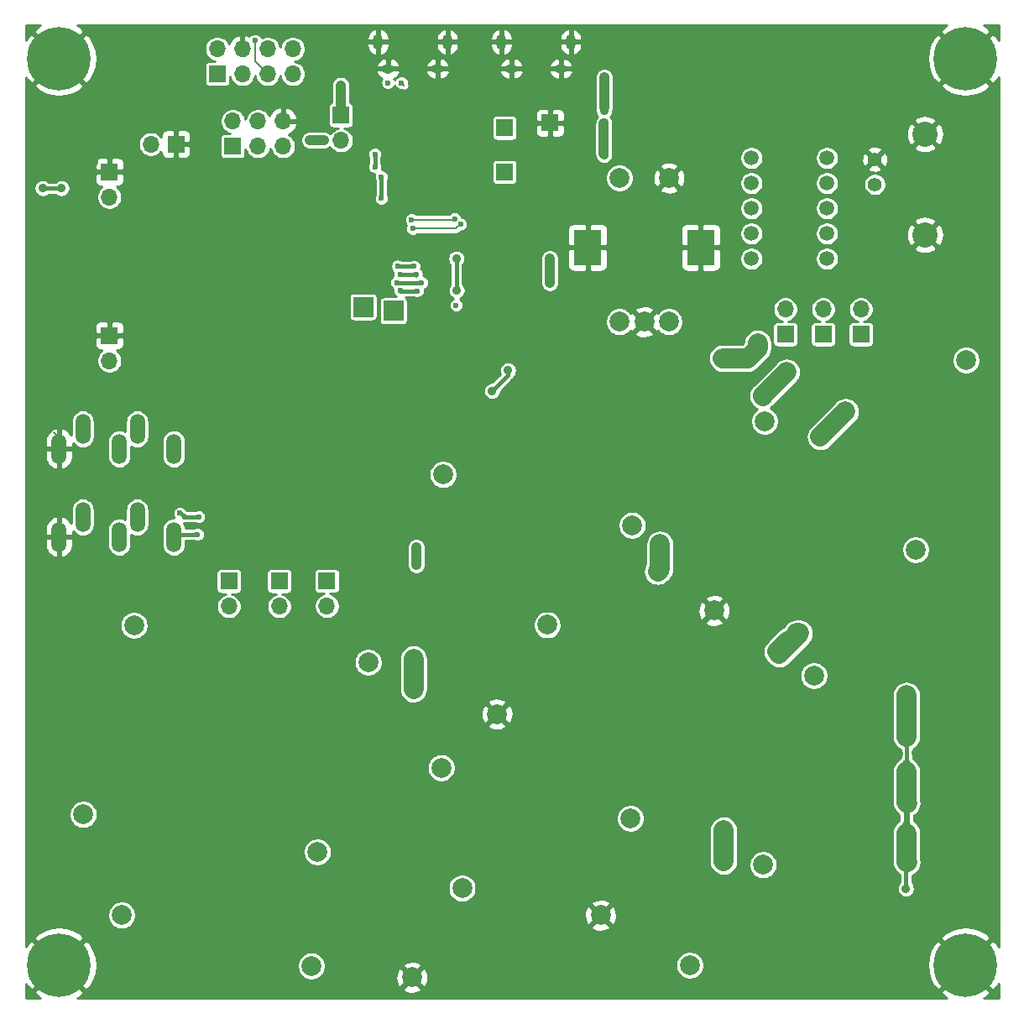
<source format=gbl>
G04 #@! TF.GenerationSoftware,KiCad,Pcbnew,(5.1.10)-1*
G04 #@! TF.CreationDate,2021-10-14T22:16:21+02:00*
G04 #@! TF.ProjectId,H7RTX-V2,48375254-582d-4563-922e-6b696361645f,rev?*
G04 #@! TF.SameCoordinates,Original*
G04 #@! TF.FileFunction,Copper,L2,Bot*
G04 #@! TF.FilePolarity,Positive*
%FSLAX46Y46*%
G04 Gerber Fmt 4.6, Leading zero omitted, Abs format (unit mm)*
G04 Created by KiCad (PCBNEW (5.1.10)-1) date 2021-10-14 22:16:21*
%MOMM*%
%LPD*%
G01*
G04 APERTURE LIST*
G04 #@! TA.AperFunction,ComponentPad*
%ADD10C,2.000000*%
G04 #@! TD*
G04 #@! TA.AperFunction,ComponentPad*
%ADD11R,2.800000X3.600000*%
G04 #@! TD*
G04 #@! TA.AperFunction,ComponentPad*
%ADD12O,1.700000X1.700000*%
G04 #@! TD*
G04 #@! TA.AperFunction,ComponentPad*
%ADD13R,1.700000X1.700000*%
G04 #@! TD*
G04 #@! TA.AperFunction,ComponentPad*
%ADD14R,2.000000X2.000000*%
G04 #@! TD*
G04 #@! TA.AperFunction,ComponentPad*
%ADD15C,1.498600*%
G04 #@! TD*
G04 #@! TA.AperFunction,ComponentPad*
%ADD16O,1.508000X3.016000*%
G04 #@! TD*
G04 #@! TA.AperFunction,ComponentPad*
%ADD17C,1.397000*%
G04 #@! TD*
G04 #@! TA.AperFunction,ComponentPad*
%ADD18C,2.540000*%
G04 #@! TD*
G04 #@! TA.AperFunction,ComponentPad*
%ADD19O,1.000000X1.550000*%
G04 #@! TD*
G04 #@! TA.AperFunction,ComponentPad*
%ADD20O,1.250000X0.950000*%
G04 #@! TD*
G04 #@! TA.AperFunction,ComponentPad*
%ADD21C,0.800000*%
G04 #@! TD*
G04 #@! TA.AperFunction,ComponentPad*
%ADD22C,6.400000*%
G04 #@! TD*
G04 #@! TA.AperFunction,ViaPad*
%ADD23C,0.600000*%
G04 #@! TD*
G04 #@! TA.AperFunction,ViaPad*
%ADD24C,0.900000*%
G04 #@! TD*
G04 #@! TA.AperFunction,Conductor*
%ADD25C,0.200000*%
G04 #@! TD*
G04 #@! TA.AperFunction,Conductor*
%ADD26C,0.400000*%
G04 #@! TD*
G04 #@! TA.AperFunction,Conductor*
%ADD27C,0.127000*%
G04 #@! TD*
G04 #@! TA.AperFunction,Conductor*
%ADD28C,1.000000*%
G04 #@! TD*
G04 #@! TA.AperFunction,Conductor*
%ADD29C,2.000000*%
G04 #@! TD*
G04 #@! TA.AperFunction,Conductor*
%ADD30C,0.600000*%
G04 #@! TD*
G04 #@! TA.AperFunction,Conductor*
%ADD31C,0.254000*%
G04 #@! TD*
G04 #@! TA.AperFunction,Conductor*
%ADD32C,0.100000*%
G04 #@! TD*
G04 APERTURE END LIST*
D10*
X206286000Y-78756000D03*
X203786000Y-78756000D03*
X201286000Y-78756000D03*
X206286000Y-64256000D03*
X201286000Y-64256000D03*
D11*
X209486000Y-71256000D03*
X198086000Y-71256000D03*
D12*
X154017000Y-60842000D03*
D13*
X156557000Y-60842000D03*
D12*
X168342600Y-51215400D03*
X168342600Y-53755400D03*
X165802600Y-51215400D03*
X165802600Y-53755400D03*
X163262600Y-51215400D03*
X163262600Y-53755400D03*
X160722600Y-51215400D03*
D13*
X160722600Y-53755400D03*
D14*
X175429200Y-77250400D03*
X178477200Y-77656800D03*
D12*
X167352000Y-58505200D03*
X167352000Y-61045200D03*
X164812000Y-58505200D03*
X164812000Y-61045200D03*
X162272000Y-58505200D03*
D13*
X162272000Y-61045200D03*
D15*
X214596000Y-62239000D03*
X214596000Y-64779000D03*
X214596000Y-67319000D03*
X214596000Y-69859000D03*
X214596000Y-72399000D03*
X222216000Y-72399000D03*
X222216000Y-69859000D03*
X222216000Y-67319000D03*
X222216000Y-64779000D03*
X222216000Y-62239000D03*
D13*
X194276000Y-58683000D03*
X189704000Y-59191000D03*
X189704000Y-63636000D03*
D10*
X210836800Y-107882800D03*
X215942200Y-88782000D03*
X199381400Y-138616800D03*
X208373000Y-143671400D03*
X236262200Y-82635200D03*
X231156800Y-101736000D03*
X175937200Y-113115200D03*
X170831800Y-132216000D03*
X215789800Y-133536800D03*
X220895200Y-114436000D03*
X202581800Y-99272200D03*
X183481000Y-94166800D03*
X202404000Y-128837800D03*
X183303200Y-123732400D03*
X170196800Y-143722200D03*
X151096000Y-138616800D03*
X188942000Y-118322200D03*
X193996600Y-109330600D03*
X180356800Y-144890600D03*
X185411400Y-135899000D03*
X147209800Y-128456800D03*
X152315200Y-109356000D03*
D12*
X221835000Y-77479000D03*
D13*
X221835000Y-80019000D03*
D12*
X225645000Y-77479000D03*
D13*
X225645000Y-80019000D03*
D12*
X218025000Y-77479000D03*
D13*
X218025000Y-80019000D03*
D12*
X171771600Y-107425600D03*
D13*
X171771600Y-104885600D03*
D12*
X166971000Y-107451000D03*
D13*
X166971000Y-104911000D03*
D12*
X161891000Y-107451000D03*
D13*
X161891000Y-104911000D03*
D12*
X173194000Y-60461000D03*
D13*
X173194000Y-57921000D03*
D16*
X144746000Y-100466000D03*
X147146000Y-98466000D03*
X150846000Y-100466000D03*
X152646000Y-98466000D03*
X156346000Y-100466000D03*
X144746000Y-91576000D03*
X147146000Y-89576000D03*
X150846000Y-91576000D03*
X152646000Y-89576000D03*
X156346000Y-91576000D03*
D17*
X227042000Y-64906000D03*
X227042000Y-62366000D03*
D18*
X232122000Y-59826000D03*
X232122000Y-69986000D03*
D12*
X149826000Y-82686000D03*
D13*
X149826000Y-80146000D03*
D12*
X149826000Y-66176000D03*
D13*
X149826000Y-63636000D03*
D19*
X189379000Y-50522000D03*
X196379000Y-50522000D03*
D20*
X195379000Y-53222000D03*
X190379000Y-53222000D03*
D19*
X176933000Y-50522000D03*
X183933000Y-50522000D03*
D20*
X182933000Y-53222000D03*
X177933000Y-53222000D03*
D21*
X146443056Y-141948944D03*
X144746000Y-141246000D03*
X143048944Y-141948944D03*
X142346000Y-143646000D03*
X143048944Y-145343056D03*
X144746000Y-146046000D03*
X146443056Y-145343056D03*
X147146000Y-143646000D03*
D22*
X144746000Y-143646000D03*
D21*
X237883056Y-50508944D03*
X236186000Y-49806000D03*
X234488944Y-50508944D03*
X233786000Y-52206000D03*
X234488944Y-53903056D03*
X236186000Y-54606000D03*
X237883056Y-53903056D03*
X238586000Y-52206000D03*
D22*
X236186000Y-52206000D03*
D21*
X237883056Y-141948944D03*
X236186000Y-141246000D03*
X234488944Y-141948944D03*
X233786000Y-143646000D03*
X234488944Y-145343056D03*
X236186000Y-146046000D03*
X237883056Y-145343056D03*
X238586000Y-143646000D03*
D22*
X236186000Y-143646000D03*
D21*
X146443056Y-50508944D03*
X144746000Y-49806000D03*
X143048944Y-50508944D03*
X142346000Y-52206000D03*
X143048944Y-53903056D03*
X144746000Y-54606000D03*
X146443056Y-53903056D03*
X147146000Y-52206000D03*
D22*
X144746000Y-52206000D03*
D23*
X177918400Y-54644400D03*
X179290000Y-54644400D03*
D24*
X159061440Y-71398240D03*
X153636000Y-69732000D03*
X152112000Y-68716000D03*
X148302000Y-62620000D03*
X153742680Y-65678160D03*
D23*
X154525000Y-63382000D03*
D24*
X159597280Y-66904144D03*
X170908000Y-67700000D03*
D23*
X176115000Y-64144000D03*
X158843000Y-75955000D03*
X181322000Y-76422360D03*
X180560000Y-77352000D03*
X180941000Y-78114000D03*
X191355000Y-69224000D03*
X162907000Y-93354000D03*
X167352000Y-93227000D03*
X172432000Y-94497000D03*
X229455000Y-122310000D03*
X186910000Y-65414000D03*
D24*
X177258000Y-69509008D03*
X229455000Y-122310000D03*
X231512400Y-128863200D03*
X228972400Y-128812400D03*
X231207600Y-122259200D03*
X229226400Y-134857600D03*
X231258400Y-134756000D03*
X230217000Y-139201000D03*
X228947000Y-114055000D03*
X228947000Y-112404000D03*
X228947000Y-110880000D03*
X228947000Y-109229000D03*
X234154000Y-105546000D03*
X234281000Y-106689000D03*
X234281000Y-109229000D03*
X234154000Y-110626000D03*
X238853000Y-75320000D03*
X238853000Y-77860000D03*
X213326000Y-86496000D03*
X213326000Y-84413200D03*
X197197000Y-104403000D03*
X197451000Y-107197000D03*
X176496000Y-106155600D03*
X180864800Y-107019200D03*
X161421100Y-113204100D03*
X161510000Y-115706000D03*
X161230600Y-129803000D03*
X162526000Y-129676000D03*
X162576800Y-133486000D03*
X160875000Y-133486000D03*
X214862700Y-138934300D03*
X214596000Y-141106000D03*
X201845200Y-89391600D03*
X200626000Y-90864800D03*
X190618400Y-88731200D03*
X186856500Y-82104500D03*
X178655000Y-82940000D03*
X174591000Y-82813000D03*
X171466800Y-82330400D03*
X173600400Y-86292800D03*
X173575000Y-88274000D03*
X168241000Y-87639000D03*
X167606000Y-88401000D03*
X167237700Y-87270700D03*
X158106400Y-87054800D03*
X156836400Y-83702000D03*
X158563600Y-82127200D03*
X153391000Y-75311000D03*
X153382000Y-76640800D03*
X153636000Y-73745200D03*
X152865000Y-77869000D03*
X193260000Y-77098000D03*
X217660000Y-55619000D03*
X145000000Y-65287000D03*
X143095000Y-65287000D03*
D23*
X173194000Y-54873000D03*
D24*
X188434000Y-85734000D03*
X190059600Y-83651200D03*
D23*
X184814500Y-77073000D03*
D24*
X184827200Y-72373600D03*
X184878000Y-75589000D03*
D23*
X180560000Y-112658000D03*
X180560000Y-115706000D03*
X185259000Y-68906500D03*
X180433000Y-69351000D03*
X184656750Y-68367750D03*
X180306000Y-68462000D03*
X178812480Y-74806920D03*
X181322000Y-74812000D03*
X179163000Y-73942000D03*
X180783520Y-73948400D03*
X178929320Y-73145760D03*
X180560000Y-73161000D03*
X180814000Y-101482000D03*
X180814000Y-103260000D03*
D24*
X215777100Y-86203900D03*
X218152000Y-83829000D03*
D23*
X180920680Y-75634960D03*
X194276000Y-74812000D03*
X194276000Y-72399000D03*
X179163000Y-75574000D03*
X199737000Y-58683000D03*
D24*
X199737000Y-61939622D03*
X199737000Y-58683000D03*
X199737000Y-57463800D03*
X199762400Y-54058000D03*
D23*
X158843000Y-98434000D03*
X156938000Y-98053000D03*
X158716000Y-100212000D03*
X177258000Y-66303000D03*
X177258000Y-64144000D03*
X176623000Y-63128000D03*
X176623000Y-61858000D03*
X171416000Y-60461000D03*
X170019000Y-60461000D03*
X164532600Y-50377200D03*
D24*
X230242400Y-116442600D03*
X230242400Y-123326000D03*
X230242400Y-129523600D03*
X230242400Y-129523600D03*
X230191600Y-135924400D03*
D23*
X217136000Y-112023000D03*
X219371200Y-110067200D03*
D24*
X224095600Y-87816800D03*
X221581000Y-90483800D03*
X211802000Y-130031600D03*
X211751200Y-133079600D03*
X215307200Y-80654000D03*
X211421000Y-82178000D03*
X205371000Y-101182000D03*
X205140990Y-103936664D03*
D25*
X179493200Y-54847600D02*
X179544000Y-54898400D01*
X150080000Y-80400000D02*
X150715000Y-80400000D01*
X156811000Y-61096000D02*
X156811000Y-61604000D01*
X153890000Y-69986000D02*
X153382000Y-69986000D01*
X172686000Y-94751000D02*
X172305000Y-94370000D01*
D26*
X162272000Y-133740000D02*
X161129000Y-133740000D01*
X162653000Y-133740000D02*
X162272000Y-133740000D01*
D27*
X145000000Y-100720000D02*
X145000000Y-91830000D01*
X145000000Y-91830000D02*
X145000000Y-90687000D01*
X145000000Y-90687000D02*
X144238000Y-89925000D01*
D26*
X214850000Y-138947000D02*
X214862700Y-138934300D01*
X197451000Y-107197000D02*
X197451000Y-107197000D01*
D25*
X163516600Y-51931861D02*
X163516600Y-51469400D01*
X173448000Y-85101288D02*
X173817444Y-84731844D01*
X173817444Y-84731844D02*
X173702000Y-84847288D01*
X170874144Y-67158144D02*
X171416000Y-67700000D01*
D26*
X197451000Y-107197000D02*
X197324000Y-107324000D01*
X214862700Y-138934300D02*
X214977000Y-138820000D01*
X143095000Y-65287000D02*
X145000000Y-65287000D01*
D28*
X173194000Y-57946400D02*
X173194000Y-54898400D01*
D26*
X188434000Y-85734000D02*
X188434000Y-85734000D01*
X190059600Y-84108400D02*
X188434000Y-85734000D01*
X190059600Y-83651200D02*
X190059600Y-84108400D01*
X184827200Y-75538200D02*
X184878000Y-75589000D01*
X184827200Y-72373600D02*
X184827200Y-75538200D01*
D29*
X180509200Y-112759600D02*
X180509200Y-115807600D01*
D25*
X184814500Y-69351000D02*
X185259000Y-68906500D01*
X180433000Y-69351000D02*
X184814500Y-69351000D01*
X184562500Y-68462000D02*
X184656750Y-68367750D01*
X180306000Y-68462000D02*
X184562500Y-68462000D01*
D26*
X178817560Y-74812000D02*
X178812480Y-74806920D01*
X181322000Y-74812000D02*
X178817560Y-74812000D01*
D25*
X180795000Y-74196000D02*
X180814000Y-74177000D01*
D26*
X179169400Y-73948400D02*
X179163000Y-73942000D01*
X180783520Y-73948400D02*
X179169400Y-73948400D01*
X178944560Y-73161000D02*
X178929320Y-73145760D01*
X180560000Y-73161000D02*
X178944560Y-73161000D01*
D28*
X180814000Y-101482000D02*
X180814000Y-103260000D01*
D29*
X218152000Y-83829000D02*
X218152000Y-83829000D01*
X215777100Y-86203900D02*
X215739000Y-86242000D01*
X218152000Y-83829000D02*
X215777100Y-86203900D01*
D28*
X199711600Y-58759200D02*
X199711600Y-61807200D01*
X199762400Y-57133600D02*
X199762400Y-54085600D01*
X194276000Y-72399000D02*
X194276000Y-74812000D01*
D26*
X179223960Y-75634960D02*
X179163000Y-75574000D01*
X180920680Y-75634960D02*
X179223960Y-75634960D01*
X157395200Y-98383200D02*
X157014200Y-98002200D01*
X158868400Y-98434000D02*
X157344400Y-98434000D01*
X156549200Y-100212000D02*
X158665200Y-100212000D01*
X177258000Y-66303000D02*
X177258000Y-64144000D01*
X176623000Y-61858000D02*
X176623000Y-63128000D01*
D28*
X171441400Y-60435600D02*
X170044400Y-60435600D01*
D25*
X165802600Y-53755400D02*
X164558000Y-52510800D01*
X164558000Y-50402600D02*
X164532600Y-50377200D01*
X164558000Y-52510800D02*
X164558000Y-50402600D01*
D26*
X230242400Y-116442600D02*
X230242400Y-116442600D01*
X230242400Y-135822800D02*
X230191600Y-135924400D01*
X230242400Y-123326000D02*
X230242400Y-122894200D01*
X230242400Y-129523600D02*
X230242400Y-129523600D01*
X230242400Y-129523600D02*
X230242400Y-129472800D01*
D29*
X230242400Y-116442600D02*
X230242400Y-120633600D01*
D26*
X230242400Y-120633600D02*
X230242400Y-122919600D01*
D29*
X230242400Y-127237600D02*
X230293200Y-127288400D01*
X230242400Y-124138800D02*
X230242400Y-127237600D01*
D26*
X230242400Y-124138800D02*
X230242400Y-123326000D01*
D29*
X230236000Y-133225600D02*
X230293200Y-133282800D01*
X230236000Y-130330000D02*
X230236000Y-133225600D01*
D26*
X230191600Y-135924400D02*
X230236000Y-130330000D01*
X230236000Y-130330000D02*
X230242400Y-129523600D01*
X230242400Y-129371200D02*
X230242400Y-127542400D01*
D30*
X230242400Y-127542400D02*
X230242400Y-129523600D01*
D26*
X230242400Y-127542400D02*
X230242400Y-124138800D01*
D29*
X218355200Y-110880000D02*
X217212200Y-112023000D01*
X224095600Y-87816800D02*
X224095600Y-87816800D01*
X211802000Y-133181200D02*
X211802000Y-130031600D01*
X219345800Y-110321200D02*
X217390000Y-112277000D01*
X219434700Y-110168800D02*
X219155300Y-110168800D01*
X224095600Y-87816800D02*
X221555600Y-90356800D01*
X211802000Y-130031600D02*
X211802000Y-130031600D01*
X215231000Y-80908000D02*
X215231000Y-81441400D01*
X215231000Y-81441400D02*
X214240400Y-82432000D01*
X214240400Y-82432000D02*
X211675000Y-82432000D01*
X205371000Y-103706654D02*
X205140990Y-103936664D01*
X205371000Y-101182000D02*
X205371000Y-103706654D01*
D31*
X142625330Y-48988445D02*
X142584912Y-49015452D01*
X142224724Y-49505119D01*
X144746000Y-52026395D01*
X147267276Y-49505119D01*
X146907088Y-49015452D01*
X146602282Y-48850050D01*
X234328225Y-48850050D01*
X234065330Y-48988445D01*
X234024912Y-49015452D01*
X233664724Y-49505119D01*
X236186000Y-52026395D01*
X238707276Y-49505119D01*
X238347088Y-49015452D01*
X238042282Y-48850050D01*
X239541951Y-48850050D01*
X239541951Y-50348226D01*
X239403555Y-50085330D01*
X239376548Y-50044912D01*
X238886881Y-49684724D01*
X236365605Y-52206000D01*
X238886881Y-54727276D01*
X239376548Y-54367088D01*
X239541951Y-54062280D01*
X239541950Y-141788225D01*
X239403555Y-141525330D01*
X239376548Y-141484912D01*
X238886881Y-141124724D01*
X236365605Y-143646000D01*
X238886881Y-146167276D01*
X239376548Y-145807088D01*
X239541950Y-145502282D01*
X239541950Y-147001950D01*
X238043775Y-147001950D01*
X238306670Y-146863555D01*
X238347088Y-146836548D01*
X238707276Y-146346881D01*
X236186000Y-143825605D01*
X233664724Y-146346881D01*
X234024912Y-146836548D01*
X234329718Y-147001950D01*
X146603775Y-147001950D01*
X146866670Y-146863555D01*
X146907088Y-146836548D01*
X147267276Y-146346881D01*
X144746000Y-143825605D01*
X142224724Y-146346881D01*
X142584912Y-146836548D01*
X142889718Y-147001950D01*
X141390050Y-147001950D01*
X141390050Y-145503775D01*
X141528445Y-145766670D01*
X141555452Y-145807088D01*
X142045119Y-146167276D01*
X144566395Y-143646000D01*
X144925605Y-143646000D01*
X147446881Y-146167276D01*
X147638924Y-146026013D01*
X179400992Y-146026013D01*
X179496756Y-146290414D01*
X179786371Y-146431304D01*
X180097908Y-146512984D01*
X180419395Y-146532318D01*
X180738475Y-146488561D01*
X181042888Y-146383395D01*
X181216844Y-146290414D01*
X181312608Y-146026013D01*
X180356800Y-145070205D01*
X179400992Y-146026013D01*
X147638924Y-146026013D01*
X147936548Y-145807088D01*
X148296849Y-145143118D01*
X148520694Y-144421615D01*
X148599480Y-143670305D01*
X148591241Y-143580865D01*
X168761800Y-143580865D01*
X168761800Y-143863535D01*
X168816947Y-144140774D01*
X168925120Y-144401927D01*
X169082163Y-144636959D01*
X169282041Y-144836837D01*
X169517073Y-144993880D01*
X169778226Y-145102053D01*
X170055465Y-145157200D01*
X170338135Y-145157200D01*
X170615374Y-145102053D01*
X170876527Y-144993880D01*
X170937416Y-144953195D01*
X178715082Y-144953195D01*
X178758839Y-145272275D01*
X178864005Y-145576688D01*
X178956986Y-145750644D01*
X179221387Y-145846408D01*
X180177195Y-144890600D01*
X180536405Y-144890600D01*
X181492213Y-145846408D01*
X181756614Y-145750644D01*
X181897504Y-145461029D01*
X181979184Y-145149492D01*
X181998518Y-144828005D01*
X181954761Y-144508925D01*
X181849595Y-144204512D01*
X181756614Y-144030556D01*
X181492213Y-143934792D01*
X180536405Y-144890600D01*
X180177195Y-144890600D01*
X179221387Y-143934792D01*
X178956986Y-144030556D01*
X178816096Y-144320171D01*
X178734416Y-144631708D01*
X178715082Y-144953195D01*
X170937416Y-144953195D01*
X171111559Y-144836837D01*
X171311437Y-144636959D01*
X171468480Y-144401927D01*
X171576653Y-144140774D01*
X171631800Y-143863535D01*
X171631800Y-143755187D01*
X179400992Y-143755187D01*
X180356800Y-144710995D01*
X181312608Y-143755187D01*
X181231071Y-143530065D01*
X206938000Y-143530065D01*
X206938000Y-143812735D01*
X206993147Y-144089974D01*
X207101320Y-144351127D01*
X207258363Y-144586159D01*
X207458241Y-144786037D01*
X207693273Y-144943080D01*
X207954426Y-145051253D01*
X208231665Y-145106400D01*
X208514335Y-145106400D01*
X208791574Y-145051253D01*
X209052727Y-144943080D01*
X209287759Y-144786037D01*
X209487637Y-144586159D01*
X209644680Y-144351127D01*
X209752853Y-144089974D01*
X209808000Y-143812735D01*
X209808000Y-143621695D01*
X232332520Y-143621695D01*
X232401822Y-144373938D01*
X232616548Y-145098208D01*
X232968445Y-145766670D01*
X232995452Y-145807088D01*
X233485119Y-146167276D01*
X236006395Y-143646000D01*
X233485119Y-141124724D01*
X232995452Y-141484912D01*
X232635151Y-142148882D01*
X232411306Y-142870385D01*
X232332520Y-143621695D01*
X209808000Y-143621695D01*
X209808000Y-143530065D01*
X209752853Y-143252826D01*
X209644680Y-142991673D01*
X209487637Y-142756641D01*
X209287759Y-142556763D01*
X209052727Y-142399720D01*
X208791574Y-142291547D01*
X208514335Y-142236400D01*
X208231665Y-142236400D01*
X207954426Y-142291547D01*
X207693273Y-142399720D01*
X207458241Y-142556763D01*
X207258363Y-142756641D01*
X207101320Y-142991673D01*
X206993147Y-143252826D01*
X206938000Y-143530065D01*
X181231071Y-143530065D01*
X181216844Y-143490786D01*
X180927229Y-143349896D01*
X180615692Y-143268216D01*
X180294205Y-143248882D01*
X179975125Y-143292639D01*
X179670712Y-143397805D01*
X179496756Y-143490786D01*
X179400992Y-143755187D01*
X171631800Y-143755187D01*
X171631800Y-143580865D01*
X171576653Y-143303626D01*
X171468480Y-143042473D01*
X171311437Y-142807441D01*
X171111559Y-142607563D01*
X170876527Y-142450520D01*
X170615374Y-142342347D01*
X170338135Y-142287200D01*
X170055465Y-142287200D01*
X169778226Y-142342347D01*
X169517073Y-142450520D01*
X169282041Y-142607563D01*
X169082163Y-142807441D01*
X168925120Y-143042473D01*
X168816947Y-143303626D01*
X168761800Y-143580865D01*
X148591241Y-143580865D01*
X148530178Y-142918062D01*
X148315452Y-142193792D01*
X147963555Y-141525330D01*
X147936548Y-141484912D01*
X147446881Y-141124724D01*
X144925605Y-143646000D01*
X144566395Y-143646000D01*
X142045119Y-141124724D01*
X141555452Y-141484912D01*
X141390050Y-141789718D01*
X141390050Y-140945119D01*
X142224724Y-140945119D01*
X144746000Y-143466395D01*
X147267276Y-140945119D01*
X233664724Y-140945119D01*
X236186000Y-143466395D01*
X238707276Y-140945119D01*
X238347088Y-140455452D01*
X237683118Y-140095151D01*
X236961615Y-139871306D01*
X236210305Y-139792520D01*
X235458062Y-139861822D01*
X234733792Y-140076548D01*
X234065330Y-140428445D01*
X234024912Y-140455452D01*
X233664724Y-140945119D01*
X147267276Y-140945119D01*
X146907088Y-140455452D01*
X146243118Y-140095151D01*
X145521615Y-139871306D01*
X144770305Y-139792520D01*
X144018062Y-139861822D01*
X143293792Y-140076548D01*
X142625330Y-140428445D01*
X142584912Y-140455452D01*
X142224724Y-140945119D01*
X141390050Y-140945119D01*
X141390050Y-138475465D01*
X149661000Y-138475465D01*
X149661000Y-138758135D01*
X149716147Y-139035374D01*
X149824320Y-139296527D01*
X149981363Y-139531559D01*
X150181241Y-139731437D01*
X150416273Y-139888480D01*
X150677426Y-139996653D01*
X150954665Y-140051800D01*
X151237335Y-140051800D01*
X151514574Y-139996653D01*
X151775727Y-139888480D01*
X151979665Y-139752213D01*
X198425592Y-139752213D01*
X198521356Y-140016614D01*
X198810971Y-140157504D01*
X199122508Y-140239184D01*
X199443995Y-140258518D01*
X199763075Y-140214761D01*
X200067488Y-140109595D01*
X200241444Y-140016614D01*
X200337208Y-139752213D01*
X199381400Y-138796405D01*
X198425592Y-139752213D01*
X151979665Y-139752213D01*
X152010759Y-139731437D01*
X152210637Y-139531559D01*
X152367680Y-139296527D01*
X152475853Y-139035374D01*
X152531000Y-138758135D01*
X152531000Y-138679395D01*
X197739682Y-138679395D01*
X197783439Y-138998475D01*
X197888605Y-139302888D01*
X197981586Y-139476844D01*
X198245987Y-139572608D01*
X199201795Y-138616800D01*
X199561005Y-138616800D01*
X200516813Y-139572608D01*
X200781214Y-139476844D01*
X200922104Y-139187229D01*
X201003784Y-138875692D01*
X201023118Y-138554205D01*
X200979361Y-138235125D01*
X200874195Y-137930712D01*
X200781214Y-137756756D01*
X200516813Y-137660992D01*
X199561005Y-138616800D01*
X199201795Y-138616800D01*
X198245987Y-137660992D01*
X197981586Y-137756756D01*
X197840696Y-138046371D01*
X197759016Y-138357908D01*
X197739682Y-138679395D01*
X152531000Y-138679395D01*
X152531000Y-138475465D01*
X152475853Y-138198226D01*
X152367680Y-137937073D01*
X152210637Y-137702041D01*
X152010759Y-137502163D01*
X151979666Y-137481387D01*
X198425592Y-137481387D01*
X199381400Y-138437195D01*
X200337208Y-137481387D01*
X200241444Y-137216986D01*
X199951829Y-137076096D01*
X199640292Y-136994416D01*
X199318805Y-136975082D01*
X198999725Y-137018839D01*
X198695312Y-137124005D01*
X198521356Y-137216986D01*
X198425592Y-137481387D01*
X151979666Y-137481387D01*
X151775727Y-137345120D01*
X151514574Y-137236947D01*
X151237335Y-137181800D01*
X150954665Y-137181800D01*
X150677426Y-137236947D01*
X150416273Y-137345120D01*
X150181241Y-137502163D01*
X149981363Y-137702041D01*
X149824320Y-137937073D01*
X149716147Y-138198226D01*
X149661000Y-138475465D01*
X141390050Y-138475465D01*
X141390050Y-135757665D01*
X183976400Y-135757665D01*
X183976400Y-136040335D01*
X184031547Y-136317574D01*
X184139720Y-136578727D01*
X184296763Y-136813759D01*
X184496641Y-137013637D01*
X184731673Y-137170680D01*
X184992826Y-137278853D01*
X185270065Y-137334000D01*
X185552735Y-137334000D01*
X185829974Y-137278853D01*
X186091127Y-137170680D01*
X186326159Y-137013637D01*
X186526037Y-136813759D01*
X186683080Y-136578727D01*
X186791253Y-136317574D01*
X186846400Y-136040335D01*
X186846400Y-135757665D01*
X186791253Y-135480426D01*
X186683080Y-135219273D01*
X186526037Y-134984241D01*
X186326159Y-134784363D01*
X186091127Y-134627320D01*
X185829974Y-134519147D01*
X185552735Y-134464000D01*
X185270065Y-134464000D01*
X184992826Y-134519147D01*
X184731673Y-134627320D01*
X184496641Y-134784363D01*
X184296763Y-134984241D01*
X184139720Y-135219273D01*
X184031547Y-135480426D01*
X183976400Y-135757665D01*
X141390050Y-135757665D01*
X141390050Y-132074665D01*
X169396800Y-132074665D01*
X169396800Y-132357335D01*
X169451947Y-132634574D01*
X169560120Y-132895727D01*
X169717163Y-133130759D01*
X169917041Y-133330637D01*
X170152073Y-133487680D01*
X170413226Y-133595853D01*
X170690465Y-133651000D01*
X170973135Y-133651000D01*
X171250374Y-133595853D01*
X171511527Y-133487680D01*
X171746559Y-133330637D01*
X171946437Y-133130759D01*
X172103480Y-132895727D01*
X172211653Y-132634574D01*
X172266800Y-132357335D01*
X172266800Y-132074665D01*
X172211653Y-131797426D01*
X172103480Y-131536273D01*
X171946437Y-131301241D01*
X171746559Y-131101363D01*
X171511527Y-130944320D01*
X171250374Y-130836147D01*
X170973135Y-130781000D01*
X170690465Y-130781000D01*
X170413226Y-130836147D01*
X170152073Y-130944320D01*
X169917041Y-131101363D01*
X169717163Y-131301241D01*
X169560120Y-131536273D01*
X169451947Y-131797426D01*
X169396800Y-132074665D01*
X141390050Y-132074665D01*
X141390050Y-128315465D01*
X145774800Y-128315465D01*
X145774800Y-128598135D01*
X145829947Y-128875374D01*
X145938120Y-129136527D01*
X146095163Y-129371559D01*
X146295041Y-129571437D01*
X146530073Y-129728480D01*
X146791226Y-129836653D01*
X147068465Y-129891800D01*
X147351135Y-129891800D01*
X147628374Y-129836653D01*
X147889527Y-129728480D01*
X148124559Y-129571437D01*
X148324437Y-129371559D01*
X148481480Y-129136527D01*
X148589653Y-128875374D01*
X148625240Y-128696465D01*
X200969000Y-128696465D01*
X200969000Y-128979135D01*
X201024147Y-129256374D01*
X201132320Y-129517527D01*
X201289363Y-129752559D01*
X201489241Y-129952437D01*
X201724273Y-130109480D01*
X201985426Y-130217653D01*
X202262665Y-130272800D01*
X202545335Y-130272800D01*
X202822574Y-130217653D01*
X203083727Y-130109480D01*
X203200282Y-130031600D01*
X210360057Y-130031600D01*
X210367001Y-130102102D01*
X210367000Y-133251691D01*
X210387764Y-133462508D01*
X210469818Y-133733007D01*
X210603068Y-133982300D01*
X210782392Y-134200807D01*
X211000899Y-134380132D01*
X211250192Y-134513382D01*
X211520691Y-134595436D01*
X211802000Y-134623143D01*
X212083308Y-134595436D01*
X212353807Y-134513382D01*
X212603100Y-134380132D01*
X212821607Y-134200808D01*
X213000932Y-133982301D01*
X213134182Y-133733008D01*
X213216236Y-133462509D01*
X213222839Y-133395465D01*
X214354800Y-133395465D01*
X214354800Y-133678135D01*
X214409947Y-133955374D01*
X214518120Y-134216527D01*
X214675163Y-134451559D01*
X214875041Y-134651437D01*
X215110073Y-134808480D01*
X215371226Y-134916653D01*
X215648465Y-134971800D01*
X215931135Y-134971800D01*
X216208374Y-134916653D01*
X216469527Y-134808480D01*
X216704559Y-134651437D01*
X216904437Y-134451559D01*
X217061480Y-134216527D01*
X217169653Y-133955374D01*
X217224800Y-133678135D01*
X217224800Y-133395465D01*
X217191012Y-133225600D01*
X228794057Y-133225600D01*
X228821764Y-133506908D01*
X228903818Y-133777407D01*
X228950038Y-133863877D01*
X229037069Y-134026701D01*
X229216393Y-134245208D01*
X229271155Y-134290150D01*
X229328348Y-134347343D01*
X229492100Y-134481731D01*
X229567710Y-134522145D01*
X229561513Y-135302908D01*
X229504176Y-135360245D01*
X229407323Y-135505195D01*
X229340610Y-135666255D01*
X229306600Y-135837235D01*
X229306600Y-136011565D01*
X229340610Y-136182545D01*
X229407323Y-136343605D01*
X229504176Y-136488555D01*
X229627445Y-136611824D01*
X229772395Y-136708677D01*
X229933455Y-136775390D01*
X230104435Y-136809400D01*
X230278765Y-136809400D01*
X230449745Y-136775390D01*
X230610805Y-136708677D01*
X230755755Y-136611824D01*
X230879024Y-136488555D01*
X230975877Y-136343605D01*
X231042590Y-136182545D01*
X231076600Y-136011565D01*
X231076600Y-135837235D01*
X231042590Y-135666255D01*
X230975877Y-135505195D01*
X230879024Y-135360245D01*
X230831474Y-135312695D01*
X230836992Y-134617413D01*
X230845007Y-134614982D01*
X231094300Y-134481731D01*
X231312807Y-134302407D01*
X231492131Y-134083900D01*
X231625382Y-133834607D01*
X231707436Y-133564108D01*
X231735143Y-133282799D01*
X231707436Y-133001491D01*
X231671000Y-132881377D01*
X231671000Y-130259508D01*
X231650236Y-130048691D01*
X231568182Y-129778192D01*
X231434932Y-129528899D01*
X231255607Y-129310392D01*
X231038047Y-129131845D01*
X231026677Y-129104395D01*
X230977400Y-129030647D01*
X230977400Y-128549816D01*
X231094300Y-128487331D01*
X231312807Y-128308007D01*
X231492131Y-128089500D01*
X231625382Y-127840207D01*
X231707436Y-127569708D01*
X231735143Y-127288399D01*
X231707436Y-127007091D01*
X231677400Y-126908075D01*
X231677400Y-124068308D01*
X231656636Y-123857491D01*
X231574582Y-123586992D01*
X231441332Y-123337699D01*
X231262007Y-123119192D01*
X231043500Y-122939868D01*
X231039488Y-122937724D01*
X231026677Y-122906795D01*
X230929824Y-122761845D01*
X230877400Y-122709421D01*
X230877400Y-121921315D01*
X231043501Y-121832532D01*
X231262008Y-121653208D01*
X231441332Y-121434701D01*
X231574582Y-121185408D01*
X231656636Y-120914909D01*
X231677400Y-120704092D01*
X231677400Y-116372108D01*
X231656636Y-116161291D01*
X231574582Y-115890792D01*
X231441332Y-115641499D01*
X231262007Y-115422992D01*
X231043500Y-115243668D01*
X230794207Y-115110418D01*
X230523708Y-115028364D01*
X230242400Y-115000657D01*
X229961091Y-115028364D01*
X229690592Y-115110418D01*
X229441299Y-115243668D01*
X229222792Y-115422993D01*
X229043468Y-115641500D01*
X228910218Y-115890793D01*
X228828164Y-116161292D01*
X228807400Y-116372109D01*
X228807401Y-120704092D01*
X228828165Y-120914909D01*
X228910219Y-121185408D01*
X229043469Y-121434701D01*
X229222793Y-121653208D01*
X229441300Y-121832532D01*
X229607401Y-121921315D01*
X229607401Y-122709420D01*
X229554976Y-122761845D01*
X229458123Y-122906795D01*
X229445312Y-122937723D01*
X229441299Y-122939868D01*
X229222792Y-123119193D01*
X229043468Y-123337700D01*
X228910218Y-123586993D01*
X228828164Y-123857492D01*
X228807400Y-124068309D01*
X228807401Y-127167098D01*
X228800457Y-127237600D01*
X228828164Y-127518908D01*
X228910218Y-127789407D01*
X228972245Y-127905450D01*
X229043469Y-128038701D01*
X229222793Y-128257208D01*
X229277555Y-128302150D01*
X229328348Y-128352943D01*
X229492100Y-128487331D01*
X229507400Y-128495509D01*
X229507401Y-129030646D01*
X229458123Y-129104395D01*
X229450537Y-129122709D01*
X229434899Y-129131068D01*
X229216392Y-129310393D01*
X229037068Y-129528900D01*
X228903818Y-129778193D01*
X228821764Y-130048692D01*
X228801000Y-130259509D01*
X228801001Y-133155098D01*
X228794057Y-133225600D01*
X217191012Y-133225600D01*
X217169653Y-133118226D01*
X217061480Y-132857073D01*
X216904437Y-132622041D01*
X216704559Y-132422163D01*
X216469527Y-132265120D01*
X216208374Y-132156947D01*
X215931135Y-132101800D01*
X215648465Y-132101800D01*
X215371226Y-132156947D01*
X215110073Y-132265120D01*
X214875041Y-132422163D01*
X214675163Y-132622041D01*
X214518120Y-132857073D01*
X214409947Y-133118226D01*
X214354800Y-133395465D01*
X213222839Y-133395465D01*
X213237000Y-133251692D01*
X213237000Y-130102092D01*
X213243943Y-130031600D01*
X213216236Y-129750291D01*
X213134182Y-129479792D01*
X213000932Y-129230499D01*
X212821608Y-129011992D01*
X212603101Y-128832668D01*
X212353808Y-128699418D01*
X212083309Y-128617364D01*
X211872492Y-128596600D01*
X211802000Y-128589657D01*
X211731508Y-128596600D01*
X211520691Y-128617364D01*
X211250192Y-128699418D01*
X211000899Y-128832668D01*
X210782392Y-129011992D01*
X210603068Y-129230499D01*
X210469818Y-129479792D01*
X210387764Y-129750291D01*
X210360057Y-130031600D01*
X203200282Y-130031600D01*
X203318759Y-129952437D01*
X203518637Y-129752559D01*
X203675680Y-129517527D01*
X203783853Y-129256374D01*
X203839000Y-128979135D01*
X203839000Y-128696465D01*
X203783853Y-128419226D01*
X203675680Y-128158073D01*
X203518637Y-127923041D01*
X203318759Y-127723163D01*
X203083727Y-127566120D01*
X202822574Y-127457947D01*
X202545335Y-127402800D01*
X202262665Y-127402800D01*
X201985426Y-127457947D01*
X201724273Y-127566120D01*
X201489241Y-127723163D01*
X201289363Y-127923041D01*
X201132320Y-128158073D01*
X201024147Y-128419226D01*
X200969000Y-128696465D01*
X148625240Y-128696465D01*
X148644800Y-128598135D01*
X148644800Y-128315465D01*
X148589653Y-128038226D01*
X148481480Y-127777073D01*
X148324437Y-127542041D01*
X148124559Y-127342163D01*
X147889527Y-127185120D01*
X147628374Y-127076947D01*
X147351135Y-127021800D01*
X147068465Y-127021800D01*
X146791226Y-127076947D01*
X146530073Y-127185120D01*
X146295041Y-127342163D01*
X146095163Y-127542041D01*
X145938120Y-127777073D01*
X145829947Y-128038226D01*
X145774800Y-128315465D01*
X141390050Y-128315465D01*
X141390050Y-123591065D01*
X181868200Y-123591065D01*
X181868200Y-123873735D01*
X181923347Y-124150974D01*
X182031520Y-124412127D01*
X182188563Y-124647159D01*
X182388441Y-124847037D01*
X182623473Y-125004080D01*
X182884626Y-125112253D01*
X183161865Y-125167400D01*
X183444535Y-125167400D01*
X183721774Y-125112253D01*
X183982927Y-125004080D01*
X184217959Y-124847037D01*
X184417837Y-124647159D01*
X184574880Y-124412127D01*
X184683053Y-124150974D01*
X184738200Y-123873735D01*
X184738200Y-123591065D01*
X184683053Y-123313826D01*
X184574880Y-123052673D01*
X184417837Y-122817641D01*
X184217959Y-122617763D01*
X183982927Y-122460720D01*
X183721774Y-122352547D01*
X183444535Y-122297400D01*
X183161865Y-122297400D01*
X182884626Y-122352547D01*
X182623473Y-122460720D01*
X182388441Y-122617763D01*
X182188563Y-122817641D01*
X182031520Y-123052673D01*
X181923347Y-123313826D01*
X181868200Y-123591065D01*
X141390050Y-123591065D01*
X141390050Y-119457613D01*
X187986192Y-119457613D01*
X188081956Y-119722014D01*
X188371571Y-119862904D01*
X188683108Y-119944584D01*
X189004595Y-119963918D01*
X189323675Y-119920161D01*
X189628088Y-119814995D01*
X189802044Y-119722014D01*
X189897808Y-119457613D01*
X188942000Y-118501805D01*
X187986192Y-119457613D01*
X141390050Y-119457613D01*
X141390050Y-118384795D01*
X187300282Y-118384795D01*
X187344039Y-118703875D01*
X187449205Y-119008288D01*
X187542186Y-119182244D01*
X187806587Y-119278008D01*
X188762395Y-118322200D01*
X189121605Y-118322200D01*
X190077413Y-119278008D01*
X190341814Y-119182244D01*
X190482704Y-118892629D01*
X190564384Y-118581092D01*
X190583718Y-118259605D01*
X190539961Y-117940525D01*
X190434795Y-117636112D01*
X190341814Y-117462156D01*
X190077413Y-117366392D01*
X189121605Y-118322200D01*
X188762395Y-118322200D01*
X187806587Y-117366392D01*
X187542186Y-117462156D01*
X187401296Y-117751771D01*
X187319616Y-118063308D01*
X187300282Y-118384795D01*
X141390050Y-118384795D01*
X141390050Y-112973865D01*
X174502200Y-112973865D01*
X174502200Y-113256535D01*
X174557347Y-113533774D01*
X174665520Y-113794927D01*
X174822563Y-114029959D01*
X175022441Y-114229837D01*
X175257473Y-114386880D01*
X175518626Y-114495053D01*
X175795865Y-114550200D01*
X176078535Y-114550200D01*
X176355774Y-114495053D01*
X176616927Y-114386880D01*
X176851959Y-114229837D01*
X177051837Y-114029959D01*
X177208880Y-113794927D01*
X177317053Y-113533774D01*
X177372200Y-113256535D01*
X177372200Y-112973865D01*
X177317053Y-112696626D01*
X177313940Y-112689109D01*
X179074200Y-112689109D01*
X179074201Y-115878092D01*
X179094965Y-116088909D01*
X179177019Y-116359408D01*
X179310269Y-116608701D01*
X179489593Y-116827208D01*
X179708100Y-117006532D01*
X179957393Y-117139782D01*
X180227892Y-117221836D01*
X180509200Y-117249543D01*
X180790509Y-117221836D01*
X180906051Y-117186787D01*
X187986192Y-117186787D01*
X188942000Y-118142595D01*
X189897808Y-117186787D01*
X189802044Y-116922386D01*
X189512429Y-116781496D01*
X189200892Y-116699816D01*
X188879405Y-116680482D01*
X188560325Y-116724239D01*
X188255912Y-116829405D01*
X188081956Y-116922386D01*
X187986192Y-117186787D01*
X180906051Y-117186787D01*
X181061008Y-117139782D01*
X181310301Y-117006532D01*
X181528808Y-116827208D01*
X181708132Y-116608701D01*
X181841382Y-116359408D01*
X181923436Y-116088909D01*
X181944200Y-115878092D01*
X181944200Y-114294665D01*
X219460200Y-114294665D01*
X219460200Y-114577335D01*
X219515347Y-114854574D01*
X219623520Y-115115727D01*
X219780563Y-115350759D01*
X219980441Y-115550637D01*
X220215473Y-115707680D01*
X220476626Y-115815853D01*
X220753865Y-115871000D01*
X221036535Y-115871000D01*
X221313774Y-115815853D01*
X221574927Y-115707680D01*
X221809959Y-115550637D01*
X222009837Y-115350759D01*
X222166880Y-115115727D01*
X222275053Y-114854574D01*
X222330200Y-114577335D01*
X222330200Y-114294665D01*
X222275053Y-114017426D01*
X222166880Y-113756273D01*
X222009837Y-113521241D01*
X221809959Y-113321363D01*
X221574927Y-113164320D01*
X221313774Y-113056147D01*
X221036535Y-113001000D01*
X220753865Y-113001000D01*
X220476626Y-113056147D01*
X220215473Y-113164320D01*
X219980441Y-113321363D01*
X219780563Y-113521241D01*
X219623520Y-113756273D01*
X219515347Y-114017426D01*
X219460200Y-114294665D01*
X181944200Y-114294665D01*
X181944200Y-112689108D01*
X181923436Y-112478291D01*
X181841382Y-112207792D01*
X181742609Y-112023000D01*
X215770257Y-112023000D01*
X215797964Y-112304308D01*
X215880018Y-112574807D01*
X216013269Y-112824100D01*
X216133814Y-112970985D01*
X216191069Y-113078100D01*
X216370393Y-113296607D01*
X216588900Y-113475931D01*
X216838193Y-113609182D01*
X217108692Y-113691236D01*
X217390000Y-113718943D01*
X217671308Y-113691236D01*
X217941807Y-113609182D01*
X218191100Y-113475931D01*
X218354852Y-113341543D01*
X220410343Y-111286053D01*
X220544731Y-111122301D01*
X220612293Y-110995903D01*
X220633632Y-110969901D01*
X220766882Y-110720608D01*
X220848936Y-110450109D01*
X220876643Y-110168800D01*
X220848936Y-109887491D01*
X220766882Y-109616992D01*
X220633632Y-109367699D01*
X220454308Y-109149192D01*
X220235801Y-108969868D01*
X219986508Y-108836618D01*
X219716009Y-108754564D01*
X219505192Y-108733800D01*
X219084808Y-108733800D01*
X218873991Y-108754564D01*
X218603492Y-108836618D01*
X218354199Y-108969868D01*
X218135692Y-109149192D01*
X217956368Y-109367699D01*
X217871065Y-109527290D01*
X217803392Y-109547818D01*
X217554099Y-109681069D01*
X217390347Y-109815457D01*
X216147657Y-111058148D01*
X216013269Y-111221900D01*
X215880018Y-111471193D01*
X215797964Y-111741692D01*
X215770257Y-112023000D01*
X181742609Y-112023000D01*
X181708132Y-111958499D01*
X181528807Y-111739992D01*
X181310300Y-111560668D01*
X181061007Y-111427418D01*
X180790508Y-111345364D01*
X180509200Y-111317657D01*
X180227891Y-111345364D01*
X179957392Y-111427418D01*
X179708099Y-111560668D01*
X179489592Y-111739993D01*
X179310268Y-111958500D01*
X179177018Y-112207793D01*
X179094964Y-112478292D01*
X179074200Y-112689109D01*
X177313940Y-112689109D01*
X177208880Y-112435473D01*
X177051837Y-112200441D01*
X176851959Y-112000563D01*
X176616927Y-111843520D01*
X176355774Y-111735347D01*
X176078535Y-111680200D01*
X175795865Y-111680200D01*
X175518626Y-111735347D01*
X175257473Y-111843520D01*
X175022441Y-112000563D01*
X174822563Y-112200441D01*
X174665520Y-112435473D01*
X174557347Y-112696626D01*
X174502200Y-112973865D01*
X141390050Y-112973865D01*
X141390050Y-109214665D01*
X150880200Y-109214665D01*
X150880200Y-109497335D01*
X150935347Y-109774574D01*
X151043520Y-110035727D01*
X151200563Y-110270759D01*
X151400441Y-110470637D01*
X151635473Y-110627680D01*
X151896626Y-110735853D01*
X152173865Y-110791000D01*
X152456535Y-110791000D01*
X152733774Y-110735853D01*
X152994927Y-110627680D01*
X153229959Y-110470637D01*
X153429837Y-110270759D01*
X153586880Y-110035727D01*
X153695053Y-109774574D01*
X153750200Y-109497335D01*
X153750200Y-109214665D01*
X153745148Y-109189265D01*
X192561600Y-109189265D01*
X192561600Y-109471935D01*
X192616747Y-109749174D01*
X192724920Y-110010327D01*
X192881963Y-110245359D01*
X193081841Y-110445237D01*
X193316873Y-110602280D01*
X193578026Y-110710453D01*
X193855265Y-110765600D01*
X194137935Y-110765600D01*
X194415174Y-110710453D01*
X194676327Y-110602280D01*
X194911359Y-110445237D01*
X195111237Y-110245359D01*
X195268280Y-110010327D01*
X195376453Y-109749174D01*
X195431600Y-109471935D01*
X195431600Y-109189265D01*
X195397576Y-109018213D01*
X209880992Y-109018213D01*
X209976756Y-109282614D01*
X210266371Y-109423504D01*
X210577908Y-109505184D01*
X210899395Y-109524518D01*
X211218475Y-109480761D01*
X211522888Y-109375595D01*
X211696844Y-109282614D01*
X211792608Y-109018213D01*
X210836800Y-108062405D01*
X209880992Y-109018213D01*
X195397576Y-109018213D01*
X195376453Y-108912026D01*
X195268280Y-108650873D01*
X195111237Y-108415841D01*
X194911359Y-108215963D01*
X194676327Y-108058920D01*
X194415174Y-107950747D01*
X194388269Y-107945395D01*
X209195082Y-107945395D01*
X209238839Y-108264475D01*
X209344005Y-108568888D01*
X209436986Y-108742844D01*
X209701387Y-108838608D01*
X210657195Y-107882800D01*
X211016405Y-107882800D01*
X211972213Y-108838608D01*
X212236614Y-108742844D01*
X212377504Y-108453229D01*
X212459184Y-108141692D01*
X212478518Y-107820205D01*
X212434761Y-107501125D01*
X212329595Y-107196712D01*
X212236614Y-107022756D01*
X211972213Y-106926992D01*
X211016405Y-107882800D01*
X210657195Y-107882800D01*
X209701387Y-106926992D01*
X209436986Y-107022756D01*
X209296096Y-107312371D01*
X209214416Y-107623908D01*
X209195082Y-107945395D01*
X194388269Y-107945395D01*
X194137935Y-107895600D01*
X193855265Y-107895600D01*
X193578026Y-107950747D01*
X193316873Y-108058920D01*
X193081841Y-108215963D01*
X192881963Y-108415841D01*
X192724920Y-108650873D01*
X192616747Y-108912026D01*
X192561600Y-109189265D01*
X153745148Y-109189265D01*
X153695053Y-108937426D01*
X153586880Y-108676273D01*
X153429837Y-108441241D01*
X153229959Y-108241363D01*
X152994927Y-108084320D01*
X152733774Y-107976147D01*
X152456535Y-107921000D01*
X152173865Y-107921000D01*
X151896626Y-107976147D01*
X151635473Y-108084320D01*
X151400441Y-108241363D01*
X151200563Y-108441241D01*
X151043520Y-108676273D01*
X150935347Y-108937426D01*
X150880200Y-109214665D01*
X141390050Y-109214665D01*
X141390050Y-104061000D01*
X160603896Y-104061000D01*
X160603896Y-105761000D01*
X160612295Y-105846275D01*
X160637169Y-105928272D01*
X160677561Y-106003842D01*
X160731921Y-106070079D01*
X160798158Y-106124439D01*
X160873728Y-106164831D01*
X160955725Y-106189705D01*
X161041000Y-106198104D01*
X161603038Y-106198104D01*
X161516179Y-106215381D01*
X161282324Y-106312247D01*
X161071860Y-106452875D01*
X160892875Y-106631860D01*
X160752247Y-106842324D01*
X160655381Y-107076179D01*
X160606000Y-107324439D01*
X160606000Y-107577561D01*
X160655381Y-107825821D01*
X160752247Y-108059676D01*
X160892875Y-108270140D01*
X161071860Y-108449125D01*
X161282324Y-108589753D01*
X161516179Y-108686619D01*
X161764439Y-108736000D01*
X162017561Y-108736000D01*
X162265821Y-108686619D01*
X162499676Y-108589753D01*
X162710140Y-108449125D01*
X162889125Y-108270140D01*
X163029753Y-108059676D01*
X163126619Y-107825821D01*
X163176000Y-107577561D01*
X163176000Y-107324439D01*
X163126619Y-107076179D01*
X163029753Y-106842324D01*
X162889125Y-106631860D01*
X162710140Y-106452875D01*
X162499676Y-106312247D01*
X162265821Y-106215381D01*
X162178962Y-106198104D01*
X162741000Y-106198104D01*
X162826275Y-106189705D01*
X162908272Y-106164831D01*
X162983842Y-106124439D01*
X163050079Y-106070079D01*
X163104439Y-106003842D01*
X163144831Y-105928272D01*
X163169705Y-105846275D01*
X163178104Y-105761000D01*
X163178104Y-104061000D01*
X165683896Y-104061000D01*
X165683896Y-105761000D01*
X165692295Y-105846275D01*
X165717169Y-105928272D01*
X165757561Y-106003842D01*
X165811921Y-106070079D01*
X165878158Y-106124439D01*
X165953728Y-106164831D01*
X166035725Y-106189705D01*
X166121000Y-106198104D01*
X166683038Y-106198104D01*
X166596179Y-106215381D01*
X166362324Y-106312247D01*
X166151860Y-106452875D01*
X165972875Y-106631860D01*
X165832247Y-106842324D01*
X165735381Y-107076179D01*
X165686000Y-107324439D01*
X165686000Y-107577561D01*
X165735381Y-107825821D01*
X165832247Y-108059676D01*
X165972875Y-108270140D01*
X166151860Y-108449125D01*
X166362324Y-108589753D01*
X166596179Y-108686619D01*
X166844439Y-108736000D01*
X167097561Y-108736000D01*
X167345821Y-108686619D01*
X167579676Y-108589753D01*
X167790140Y-108449125D01*
X167969125Y-108270140D01*
X168109753Y-108059676D01*
X168206619Y-107825821D01*
X168256000Y-107577561D01*
X168256000Y-107324439D01*
X168206619Y-107076179D01*
X168109753Y-106842324D01*
X167969125Y-106631860D01*
X167790140Y-106452875D01*
X167579676Y-106312247D01*
X167345821Y-106215381D01*
X167258962Y-106198104D01*
X167821000Y-106198104D01*
X167906275Y-106189705D01*
X167988272Y-106164831D01*
X168063842Y-106124439D01*
X168130079Y-106070079D01*
X168184439Y-106003842D01*
X168224831Y-105928272D01*
X168249705Y-105846275D01*
X168258104Y-105761000D01*
X168258104Y-104061000D01*
X168255603Y-104035600D01*
X170484496Y-104035600D01*
X170484496Y-105735600D01*
X170492895Y-105820875D01*
X170517769Y-105902872D01*
X170558161Y-105978442D01*
X170612521Y-106044679D01*
X170678758Y-106099039D01*
X170754328Y-106139431D01*
X170836325Y-106164305D01*
X170921600Y-106172704D01*
X171483638Y-106172704D01*
X171396779Y-106189981D01*
X171162924Y-106286847D01*
X170952460Y-106427475D01*
X170773475Y-106606460D01*
X170632847Y-106816924D01*
X170535981Y-107050779D01*
X170486600Y-107299039D01*
X170486600Y-107552161D01*
X170535981Y-107800421D01*
X170632847Y-108034276D01*
X170773475Y-108244740D01*
X170952460Y-108423725D01*
X171162924Y-108564353D01*
X171396779Y-108661219D01*
X171645039Y-108710600D01*
X171898161Y-108710600D01*
X172146421Y-108661219D01*
X172380276Y-108564353D01*
X172590740Y-108423725D01*
X172769725Y-108244740D01*
X172910353Y-108034276D01*
X173007219Y-107800421D01*
X173056600Y-107552161D01*
X173056600Y-107299039D01*
X173007219Y-107050779D01*
X172910353Y-106816924D01*
X172863890Y-106747387D01*
X209880992Y-106747387D01*
X210836800Y-107703195D01*
X211792608Y-106747387D01*
X211696844Y-106482986D01*
X211407229Y-106342096D01*
X211095692Y-106260416D01*
X210774205Y-106241082D01*
X210455125Y-106284839D01*
X210150712Y-106390005D01*
X209976756Y-106482986D01*
X209880992Y-106747387D01*
X172863890Y-106747387D01*
X172769725Y-106606460D01*
X172590740Y-106427475D01*
X172380276Y-106286847D01*
X172146421Y-106189981D01*
X172059562Y-106172704D01*
X172621600Y-106172704D01*
X172706875Y-106164305D01*
X172788872Y-106139431D01*
X172864442Y-106099039D01*
X172930679Y-106044679D01*
X172985039Y-105978442D01*
X173025431Y-105902872D01*
X173050305Y-105820875D01*
X173058704Y-105735600D01*
X173058704Y-104035600D01*
X173050305Y-103950325D01*
X173025431Y-103868328D01*
X172985039Y-103792758D01*
X172930679Y-103726521D01*
X172864442Y-103672161D01*
X172788872Y-103631769D01*
X172706875Y-103606895D01*
X172621600Y-103598496D01*
X170921600Y-103598496D01*
X170836325Y-103606895D01*
X170754328Y-103631769D01*
X170678758Y-103672161D01*
X170612521Y-103726521D01*
X170558161Y-103792758D01*
X170517769Y-103868328D01*
X170492895Y-103950325D01*
X170484496Y-104035600D01*
X168255603Y-104035600D01*
X168249705Y-103975725D01*
X168224831Y-103893728D01*
X168184439Y-103818158D01*
X168130079Y-103751921D01*
X168063842Y-103697561D01*
X167988272Y-103657169D01*
X167906275Y-103632295D01*
X167821000Y-103623896D01*
X166121000Y-103623896D01*
X166035725Y-103632295D01*
X165953728Y-103657169D01*
X165878158Y-103697561D01*
X165811921Y-103751921D01*
X165757561Y-103818158D01*
X165717169Y-103893728D01*
X165692295Y-103975725D01*
X165683896Y-104061000D01*
X163178104Y-104061000D01*
X163169705Y-103975725D01*
X163144831Y-103893728D01*
X163104439Y-103818158D01*
X163050079Y-103751921D01*
X162983842Y-103697561D01*
X162908272Y-103657169D01*
X162826275Y-103632295D01*
X162741000Y-103623896D01*
X161041000Y-103623896D01*
X160955725Y-103632295D01*
X160873728Y-103657169D01*
X160798158Y-103697561D01*
X160731921Y-103751921D01*
X160677561Y-103818158D01*
X160637169Y-103893728D01*
X160612295Y-103975725D01*
X160603896Y-104061000D01*
X141390050Y-104061000D01*
X141390050Y-100593000D01*
X143357000Y-100593000D01*
X143357000Y-101347000D01*
X143408466Y-101615540D01*
X143511332Y-101868880D01*
X143661646Y-102097284D01*
X143853631Y-102291974D01*
X144079909Y-102445469D01*
X144331785Y-102551870D01*
X144404186Y-102566286D01*
X144619000Y-102443677D01*
X144619000Y-100593000D01*
X144873000Y-100593000D01*
X144873000Y-102443677D01*
X145087814Y-102566286D01*
X145160215Y-102551870D01*
X145412091Y-102445469D01*
X145638369Y-102291974D01*
X145830354Y-102097284D01*
X145980668Y-101868880D01*
X146083534Y-101615540D01*
X146135000Y-101347000D01*
X146135000Y-100593000D01*
X144873000Y-100593000D01*
X144619000Y-100593000D01*
X143357000Y-100593000D01*
X141390050Y-100593000D01*
X141390050Y-99585000D01*
X143357000Y-99585000D01*
X143357000Y-100339000D01*
X144619000Y-100339000D01*
X144619000Y-98488323D01*
X144873000Y-98488323D01*
X144873000Y-100339000D01*
X146135000Y-100339000D01*
X146135000Y-99850842D01*
X146152600Y-99883769D01*
X146301183Y-100064818D01*
X146482232Y-100213401D01*
X146688789Y-100323808D01*
X146912916Y-100391796D01*
X147146000Y-100414753D01*
X147379085Y-100391796D01*
X147603212Y-100323808D01*
X147809769Y-100213401D01*
X147990818Y-100064818D01*
X148139401Y-99883769D01*
X148249808Y-99677212D01*
X148256973Y-99653590D01*
X149657000Y-99653590D01*
X149657000Y-101278411D01*
X149674204Y-101453085D01*
X149742193Y-101677212D01*
X149852600Y-101883769D01*
X150001183Y-102064818D01*
X150182232Y-102213401D01*
X150388789Y-102323808D01*
X150612916Y-102391796D01*
X150846000Y-102414753D01*
X151079085Y-102391796D01*
X151303212Y-102323808D01*
X151509769Y-102213401D01*
X151690818Y-102064818D01*
X151839401Y-101883769D01*
X151949808Y-101677212D01*
X152017796Y-101453085D01*
X152035000Y-101278411D01*
X152035000Y-100241606D01*
X152188789Y-100323808D01*
X152412916Y-100391796D01*
X152646000Y-100414753D01*
X152879085Y-100391796D01*
X153103212Y-100323808D01*
X153309769Y-100213401D01*
X153490818Y-100064818D01*
X153639401Y-99883769D01*
X153749808Y-99677212D01*
X153756973Y-99653590D01*
X155157000Y-99653590D01*
X155157000Y-101278411D01*
X155174204Y-101453085D01*
X155242193Y-101677212D01*
X155352600Y-101883769D01*
X155501183Y-102064818D01*
X155682232Y-102213401D01*
X155888789Y-102323808D01*
X156112916Y-102391796D01*
X156346000Y-102414753D01*
X156579085Y-102391796D01*
X156803212Y-102323808D01*
X157009769Y-102213401D01*
X157190818Y-102064818D01*
X157339401Y-101883769D01*
X157449808Y-101677212D01*
X157517796Y-101453085D01*
X157519471Y-101436069D01*
X179879000Y-101436069D01*
X179879001Y-103305932D01*
X179892530Y-103443292D01*
X179945994Y-103619540D01*
X180032815Y-103781972D01*
X180149657Y-103924344D01*
X180292029Y-104041186D01*
X180454461Y-104128007D01*
X180630709Y-104181471D01*
X180814000Y-104199524D01*
X180997292Y-104181471D01*
X181173540Y-104128007D01*
X181335972Y-104041186D01*
X181463332Y-103936664D01*
X203699047Y-103936664D01*
X203726754Y-104217972D01*
X203808808Y-104488471D01*
X203942059Y-104737764D01*
X204121383Y-104956271D01*
X204339890Y-105135595D01*
X204589183Y-105268846D01*
X204859682Y-105350900D01*
X205140990Y-105378607D01*
X205422298Y-105350900D01*
X205692797Y-105268846D01*
X205942090Y-105135595D01*
X206105842Y-105001207D01*
X206335844Y-104771205D01*
X206390608Y-104726262D01*
X206569932Y-104507755D01*
X206703182Y-104258462D01*
X206785236Y-103987963D01*
X206792782Y-103911348D01*
X206812943Y-103706655D01*
X206806000Y-103636163D01*
X206806000Y-101594665D01*
X229721800Y-101594665D01*
X229721800Y-101877335D01*
X229776947Y-102154574D01*
X229885120Y-102415727D01*
X230042163Y-102650759D01*
X230242041Y-102850637D01*
X230477073Y-103007680D01*
X230738226Y-103115853D01*
X231015465Y-103171000D01*
X231298135Y-103171000D01*
X231575374Y-103115853D01*
X231836527Y-103007680D01*
X232071559Y-102850637D01*
X232271437Y-102650759D01*
X232428480Y-102415727D01*
X232536653Y-102154574D01*
X232591800Y-101877335D01*
X232591800Y-101594665D01*
X232536653Y-101317426D01*
X232428480Y-101056273D01*
X232271437Y-100821241D01*
X232071559Y-100621363D01*
X231836527Y-100464320D01*
X231575374Y-100356147D01*
X231298135Y-100301000D01*
X231015465Y-100301000D01*
X230738226Y-100356147D01*
X230477073Y-100464320D01*
X230242041Y-100621363D01*
X230042163Y-100821241D01*
X229885120Y-101056273D01*
X229776947Y-101317426D01*
X229721800Y-101594665D01*
X206806000Y-101594665D01*
X206806000Y-101111508D01*
X206785236Y-100900691D01*
X206703182Y-100630192D01*
X206569932Y-100380899D01*
X206390607Y-100162392D01*
X206172100Y-99983068D01*
X205922807Y-99849818D01*
X205652308Y-99767764D01*
X205371000Y-99740057D01*
X205089691Y-99767764D01*
X204819192Y-99849818D01*
X204569899Y-99983068D01*
X204351392Y-100162393D01*
X204172068Y-100380900D01*
X204038818Y-100630193D01*
X203956764Y-100900692D01*
X203936000Y-101111509D01*
X203936001Y-103146898D01*
X203808808Y-103384857D01*
X203726754Y-103655356D01*
X203699047Y-103936664D01*
X181463332Y-103936664D01*
X181478344Y-103924344D01*
X181595186Y-103781972D01*
X181682007Y-103619540D01*
X181735471Y-103443292D01*
X181749000Y-103305932D01*
X181749000Y-101436068D01*
X181735471Y-101298708D01*
X181682007Y-101122460D01*
X181595186Y-100960028D01*
X181478344Y-100817656D01*
X181335971Y-100700814D01*
X181173539Y-100613993D01*
X180997291Y-100560529D01*
X180814000Y-100542476D01*
X180630708Y-100560529D01*
X180454460Y-100613993D01*
X180292028Y-100700814D01*
X180149656Y-100817656D01*
X180032814Y-100960029D01*
X179945993Y-101122461D01*
X179892529Y-101298709D01*
X179879000Y-101436069D01*
X157519471Y-101436069D01*
X157535000Y-101278411D01*
X157535000Y-100847000D01*
X158343380Y-100847000D01*
X158367847Y-100863348D01*
X158501609Y-100918754D01*
X158643609Y-100947000D01*
X158788391Y-100947000D01*
X158930391Y-100918754D01*
X159064153Y-100863348D01*
X159184535Y-100782912D01*
X159286912Y-100680535D01*
X159367348Y-100560153D01*
X159422754Y-100426391D01*
X159451000Y-100284391D01*
X159451000Y-100139609D01*
X159422754Y-99997609D01*
X159367348Y-99863847D01*
X159286912Y-99743465D01*
X159184535Y-99641088D01*
X159064153Y-99560652D01*
X158930391Y-99505246D01*
X158788391Y-99477000D01*
X158643609Y-99477000D01*
X158501609Y-99505246D01*
X158367847Y-99560652D01*
X158343380Y-99577000D01*
X157527457Y-99577000D01*
X157517796Y-99478915D01*
X157449808Y-99254788D01*
X157350502Y-99069000D01*
X158470380Y-99069000D01*
X158494847Y-99085348D01*
X158628609Y-99140754D01*
X158770609Y-99169000D01*
X158915391Y-99169000D01*
X159057391Y-99140754D01*
X159081265Y-99130865D01*
X201146800Y-99130865D01*
X201146800Y-99413535D01*
X201201947Y-99690774D01*
X201310120Y-99951927D01*
X201467163Y-100186959D01*
X201667041Y-100386837D01*
X201902073Y-100543880D01*
X202163226Y-100652053D01*
X202440465Y-100707200D01*
X202723135Y-100707200D01*
X203000374Y-100652053D01*
X203261527Y-100543880D01*
X203496559Y-100386837D01*
X203696437Y-100186959D01*
X203853480Y-99951927D01*
X203961653Y-99690774D01*
X204016800Y-99413535D01*
X204016800Y-99130865D01*
X203961653Y-98853626D01*
X203853480Y-98592473D01*
X203696437Y-98357441D01*
X203496559Y-98157563D01*
X203261527Y-98000520D01*
X203000374Y-97892347D01*
X202723135Y-97837200D01*
X202440465Y-97837200D01*
X202163226Y-97892347D01*
X201902073Y-98000520D01*
X201667041Y-98157563D01*
X201467163Y-98357441D01*
X201310120Y-98592473D01*
X201201947Y-98853626D01*
X201146800Y-99130865D01*
X159081265Y-99130865D01*
X159191153Y-99085348D01*
X159311535Y-99004912D01*
X159413912Y-98902535D01*
X159494348Y-98782153D01*
X159549754Y-98648391D01*
X159578000Y-98506391D01*
X159578000Y-98361609D01*
X159549754Y-98219609D01*
X159494348Y-98085847D01*
X159413912Y-97965465D01*
X159311535Y-97863088D01*
X159191153Y-97782652D01*
X159057391Y-97727246D01*
X158915391Y-97699000D01*
X158770609Y-97699000D01*
X158628609Y-97727246D01*
X158494847Y-97782652D01*
X158470380Y-97799000D01*
X157709024Y-97799000D01*
X157537954Y-97627930D01*
X157508912Y-97584465D01*
X157406535Y-97482088D01*
X157286153Y-97401652D01*
X157152391Y-97346246D01*
X157010391Y-97318000D01*
X156865609Y-97318000D01*
X156723609Y-97346246D01*
X156589847Y-97401652D01*
X156469465Y-97482088D01*
X156367088Y-97584465D01*
X156286652Y-97704847D01*
X156231246Y-97838609D01*
X156203000Y-97980609D01*
X156203000Y-98125391D01*
X156231246Y-98267391D01*
X156286652Y-98401153D01*
X156365507Y-98519168D01*
X156346000Y-98517247D01*
X156112915Y-98540204D01*
X155888788Y-98608192D01*
X155682231Y-98718599D01*
X155501182Y-98867182D01*
X155352599Y-99048232D01*
X155242192Y-99254789D01*
X155174204Y-99478916D01*
X155157000Y-99653590D01*
X153756973Y-99653590D01*
X153817796Y-99453085D01*
X153835000Y-99278411D01*
X153835000Y-97653589D01*
X153817796Y-97478915D01*
X153749808Y-97254788D01*
X153639401Y-97048231D01*
X153490818Y-96867182D01*
X153309768Y-96718599D01*
X153103211Y-96608192D01*
X152879084Y-96540204D01*
X152646000Y-96517247D01*
X152412915Y-96540204D01*
X152188788Y-96608192D01*
X151982231Y-96718599D01*
X151801182Y-96867182D01*
X151652599Y-97048232D01*
X151542192Y-97254789D01*
X151474204Y-97478916D01*
X151457000Y-97653590D01*
X151457000Y-98690394D01*
X151303211Y-98608192D01*
X151079084Y-98540204D01*
X150846000Y-98517247D01*
X150612915Y-98540204D01*
X150388788Y-98608192D01*
X150182231Y-98718599D01*
X150001182Y-98867182D01*
X149852599Y-99048232D01*
X149742192Y-99254789D01*
X149674204Y-99478916D01*
X149657000Y-99653590D01*
X148256973Y-99653590D01*
X148317796Y-99453085D01*
X148335000Y-99278411D01*
X148335000Y-97653589D01*
X148317796Y-97478915D01*
X148249808Y-97254788D01*
X148139401Y-97048231D01*
X147990818Y-96867182D01*
X147809768Y-96718599D01*
X147603211Y-96608192D01*
X147379084Y-96540204D01*
X147146000Y-96517247D01*
X146912915Y-96540204D01*
X146688788Y-96608192D01*
X146482231Y-96718599D01*
X146301182Y-96867182D01*
X146152599Y-97048232D01*
X146042192Y-97254789D01*
X145974204Y-97478916D01*
X145957000Y-97653590D01*
X145957000Y-99027156D01*
X145830354Y-98834716D01*
X145638369Y-98640026D01*
X145412091Y-98486531D01*
X145160215Y-98380130D01*
X145087814Y-98365714D01*
X144873000Y-98488323D01*
X144619000Y-98488323D01*
X144404186Y-98365714D01*
X144331785Y-98380130D01*
X144079909Y-98486531D01*
X143853631Y-98640026D01*
X143661646Y-98834716D01*
X143511332Y-99063120D01*
X143408466Y-99316460D01*
X143357000Y-99585000D01*
X141390050Y-99585000D01*
X141390050Y-94025465D01*
X182046000Y-94025465D01*
X182046000Y-94308135D01*
X182101147Y-94585374D01*
X182209320Y-94846527D01*
X182366363Y-95081559D01*
X182566241Y-95281437D01*
X182801273Y-95438480D01*
X183062426Y-95546653D01*
X183339665Y-95601800D01*
X183622335Y-95601800D01*
X183899574Y-95546653D01*
X184160727Y-95438480D01*
X184395759Y-95281437D01*
X184595637Y-95081559D01*
X184752680Y-94846527D01*
X184860853Y-94585374D01*
X184916000Y-94308135D01*
X184916000Y-94025465D01*
X184860853Y-93748226D01*
X184752680Y-93487073D01*
X184595637Y-93252041D01*
X184395759Y-93052163D01*
X184160727Y-92895120D01*
X183899574Y-92786947D01*
X183622335Y-92731800D01*
X183339665Y-92731800D01*
X183062426Y-92786947D01*
X182801273Y-92895120D01*
X182566241Y-93052163D01*
X182366363Y-93252041D01*
X182209320Y-93487073D01*
X182101147Y-93748226D01*
X182046000Y-94025465D01*
X141390050Y-94025465D01*
X141390050Y-91703000D01*
X143357000Y-91703000D01*
X143357000Y-92457000D01*
X143408466Y-92725540D01*
X143511332Y-92978880D01*
X143661646Y-93207284D01*
X143853631Y-93401974D01*
X144079909Y-93555469D01*
X144331785Y-93661870D01*
X144404186Y-93676286D01*
X144619000Y-93553677D01*
X144619000Y-91703000D01*
X144873000Y-91703000D01*
X144873000Y-93553677D01*
X145087814Y-93676286D01*
X145160215Y-93661870D01*
X145412091Y-93555469D01*
X145638369Y-93401974D01*
X145830354Y-93207284D01*
X145980668Y-92978880D01*
X146083534Y-92725540D01*
X146135000Y-92457000D01*
X146135000Y-91703000D01*
X144873000Y-91703000D01*
X144619000Y-91703000D01*
X143357000Y-91703000D01*
X141390050Y-91703000D01*
X141390050Y-90695000D01*
X143357000Y-90695000D01*
X143357000Y-91449000D01*
X144619000Y-91449000D01*
X144619000Y-89598323D01*
X144873000Y-89598323D01*
X144873000Y-91449000D01*
X146135000Y-91449000D01*
X146135000Y-90960842D01*
X146152600Y-90993769D01*
X146301183Y-91174818D01*
X146482232Y-91323401D01*
X146688789Y-91433808D01*
X146912916Y-91501796D01*
X147146000Y-91524753D01*
X147379085Y-91501796D01*
X147603212Y-91433808D01*
X147809769Y-91323401D01*
X147990818Y-91174818D01*
X148139401Y-90993769D01*
X148249808Y-90787212D01*
X148256973Y-90763590D01*
X149657000Y-90763590D01*
X149657000Y-92388411D01*
X149674204Y-92563085D01*
X149742193Y-92787212D01*
X149852600Y-92993769D01*
X150001183Y-93174818D01*
X150182232Y-93323401D01*
X150388789Y-93433808D01*
X150612916Y-93501796D01*
X150846000Y-93524753D01*
X151079085Y-93501796D01*
X151303212Y-93433808D01*
X151509769Y-93323401D01*
X151690818Y-93174818D01*
X151839401Y-92993769D01*
X151949808Y-92787212D01*
X152017796Y-92563085D01*
X152035000Y-92388411D01*
X152035000Y-91351606D01*
X152188789Y-91433808D01*
X152412916Y-91501796D01*
X152646000Y-91524753D01*
X152879085Y-91501796D01*
X153103212Y-91433808D01*
X153309769Y-91323401D01*
X153490818Y-91174818D01*
X153639401Y-90993769D01*
X153749808Y-90787212D01*
X153756973Y-90763590D01*
X155157000Y-90763590D01*
X155157000Y-92388411D01*
X155174204Y-92563085D01*
X155242193Y-92787212D01*
X155352600Y-92993769D01*
X155501183Y-93174818D01*
X155682232Y-93323401D01*
X155888789Y-93433808D01*
X156112916Y-93501796D01*
X156346000Y-93524753D01*
X156579085Y-93501796D01*
X156803212Y-93433808D01*
X157009769Y-93323401D01*
X157190818Y-93174818D01*
X157339401Y-92993769D01*
X157449808Y-92787212D01*
X157517796Y-92563085D01*
X157535000Y-92388411D01*
X157535000Y-90763589D01*
X157517796Y-90588915D01*
X157449808Y-90364788D01*
X157445539Y-90356800D01*
X220113657Y-90356800D01*
X220141364Y-90638108D01*
X220223418Y-90908607D01*
X220356669Y-91157900D01*
X220535993Y-91376407D01*
X220754500Y-91555731D01*
X221003793Y-91688982D01*
X221274292Y-91771036D01*
X221555600Y-91798743D01*
X221836908Y-91771036D01*
X222107407Y-91688982D01*
X222356700Y-91555731D01*
X222520452Y-91421343D01*
X225060451Y-88881346D01*
X225115208Y-88836408D01*
X225294532Y-88617901D01*
X225427782Y-88368608D01*
X225509836Y-88098109D01*
X225537543Y-87816801D01*
X225527831Y-87718192D01*
X225509836Y-87535491D01*
X225427782Y-87264992D01*
X225294532Y-87015699D01*
X225115208Y-86797192D01*
X224896701Y-86617868D01*
X224647408Y-86484618D01*
X224376909Y-86402564D01*
X224166092Y-86381800D01*
X224166091Y-86381800D01*
X224095599Y-86374857D01*
X223814290Y-86402564D01*
X223752117Y-86421424D01*
X223543792Y-86484618D01*
X223294499Y-86617868D01*
X223075992Y-86797192D01*
X223031054Y-86851949D01*
X220491057Y-89391948D01*
X220356669Y-89555700D01*
X220223418Y-89804993D01*
X220141364Y-90075492D01*
X220113657Y-90356800D01*
X157445539Y-90356800D01*
X157339401Y-90158231D01*
X157190818Y-89977182D01*
X157009768Y-89828599D01*
X156803211Y-89718192D01*
X156579084Y-89650204D01*
X156346000Y-89627247D01*
X156112915Y-89650204D01*
X155888788Y-89718192D01*
X155682231Y-89828599D01*
X155501182Y-89977182D01*
X155352599Y-90158232D01*
X155242192Y-90364789D01*
X155174204Y-90588916D01*
X155157000Y-90763590D01*
X153756973Y-90763590D01*
X153817796Y-90563085D01*
X153835000Y-90388411D01*
X153835000Y-88763589D01*
X153817796Y-88588915D01*
X153749808Y-88364788D01*
X153639401Y-88158231D01*
X153490818Y-87977182D01*
X153309768Y-87828599D01*
X153103211Y-87718192D01*
X152879084Y-87650204D01*
X152646000Y-87627247D01*
X152412915Y-87650204D01*
X152188788Y-87718192D01*
X151982231Y-87828599D01*
X151801182Y-87977182D01*
X151652599Y-88158232D01*
X151542192Y-88364789D01*
X151474204Y-88588916D01*
X151457000Y-88763590D01*
X151457000Y-89800394D01*
X151303211Y-89718192D01*
X151079084Y-89650204D01*
X150846000Y-89627247D01*
X150612915Y-89650204D01*
X150388788Y-89718192D01*
X150182231Y-89828599D01*
X150001182Y-89977182D01*
X149852599Y-90158232D01*
X149742192Y-90364789D01*
X149674204Y-90588916D01*
X149657000Y-90763590D01*
X148256973Y-90763590D01*
X148317796Y-90563085D01*
X148335000Y-90388411D01*
X148335000Y-88763589D01*
X148317796Y-88588915D01*
X148249808Y-88364788D01*
X148139401Y-88158231D01*
X147990818Y-87977182D01*
X147809768Y-87828599D01*
X147603211Y-87718192D01*
X147379084Y-87650204D01*
X147146000Y-87627247D01*
X146912915Y-87650204D01*
X146688788Y-87718192D01*
X146482231Y-87828599D01*
X146301182Y-87977182D01*
X146152599Y-88158232D01*
X146042192Y-88364789D01*
X145974204Y-88588916D01*
X145957000Y-88763590D01*
X145957000Y-90137156D01*
X145830354Y-89944716D01*
X145638369Y-89750026D01*
X145412091Y-89596531D01*
X145160215Y-89490130D01*
X145087814Y-89475714D01*
X144873000Y-89598323D01*
X144619000Y-89598323D01*
X144404186Y-89475714D01*
X144331785Y-89490130D01*
X144079909Y-89596531D01*
X143853631Y-89750026D01*
X143661646Y-89944716D01*
X143511332Y-90173120D01*
X143408466Y-90426460D01*
X143357000Y-90695000D01*
X141390050Y-90695000D01*
X141390050Y-85646835D01*
X187549000Y-85646835D01*
X187549000Y-85821165D01*
X187583010Y-85992145D01*
X187649723Y-86153205D01*
X187746576Y-86298155D01*
X187869845Y-86421424D01*
X188014795Y-86518277D01*
X188175855Y-86584990D01*
X188346835Y-86619000D01*
X188521165Y-86619000D01*
X188692145Y-86584990D01*
X188853205Y-86518277D01*
X188998155Y-86421424D01*
X189121424Y-86298155D01*
X189158945Y-86242000D01*
X214297057Y-86242000D01*
X214324764Y-86523308D01*
X214406818Y-86793807D01*
X214540069Y-87043100D01*
X214719393Y-87261607D01*
X214937900Y-87440931D01*
X215175917Y-87568155D01*
X215027441Y-87667363D01*
X214827563Y-87867241D01*
X214670520Y-88102273D01*
X214562347Y-88363426D01*
X214507200Y-88640665D01*
X214507200Y-88923335D01*
X214562347Y-89200574D01*
X214670520Y-89461727D01*
X214827563Y-89696759D01*
X215027441Y-89896637D01*
X215262473Y-90053680D01*
X215523626Y-90161853D01*
X215800865Y-90217000D01*
X216083535Y-90217000D01*
X216360774Y-90161853D01*
X216621927Y-90053680D01*
X216856959Y-89896637D01*
X217056837Y-89696759D01*
X217213880Y-89461727D01*
X217322053Y-89200574D01*
X217377200Y-88923335D01*
X217377200Y-88640665D01*
X217322053Y-88363426D01*
X217213880Y-88102273D01*
X217056837Y-87867241D01*
X216856959Y-87667363D01*
X216621927Y-87510320D01*
X216502687Y-87460929D01*
X216540100Y-87440931D01*
X216703852Y-87306543D01*
X216841643Y-87168752D01*
X219116846Y-84893550D01*
X219171608Y-84848608D01*
X219350932Y-84630101D01*
X219484182Y-84380808D01*
X219496978Y-84338624D01*
X219566237Y-84110309D01*
X219593943Y-83829000D01*
X219566237Y-83547691D01*
X219490101Y-83296706D01*
X219484182Y-83277192D01*
X219350932Y-83027899D01*
X219171608Y-82809392D01*
X218953101Y-82630068D01*
X218703808Y-82496818D01*
X218694074Y-82493865D01*
X234827200Y-82493865D01*
X234827200Y-82776535D01*
X234882347Y-83053774D01*
X234990520Y-83314927D01*
X235147563Y-83549959D01*
X235347441Y-83749837D01*
X235582473Y-83906880D01*
X235843626Y-84015053D01*
X236120865Y-84070200D01*
X236403535Y-84070200D01*
X236680774Y-84015053D01*
X236941927Y-83906880D01*
X237176959Y-83749837D01*
X237376837Y-83549959D01*
X237533880Y-83314927D01*
X237642053Y-83053774D01*
X237697200Y-82776535D01*
X237697200Y-82493865D01*
X237642053Y-82216626D01*
X237533880Y-81955473D01*
X237376837Y-81720441D01*
X237176959Y-81520563D01*
X236941927Y-81363520D01*
X236680774Y-81255347D01*
X236403535Y-81200200D01*
X236120865Y-81200200D01*
X235843626Y-81255347D01*
X235582473Y-81363520D01*
X235347441Y-81520563D01*
X235147563Y-81720441D01*
X234990520Y-81955473D01*
X234882347Y-82216626D01*
X234827200Y-82493865D01*
X218694074Y-82493865D01*
X218640851Y-82477720D01*
X218433309Y-82414763D01*
X218152000Y-82387057D01*
X217870691Y-82414763D01*
X217609927Y-82493865D01*
X217600192Y-82496818D01*
X217350899Y-82630068D01*
X217132392Y-82809392D01*
X217087450Y-82864154D01*
X214812248Y-85139357D01*
X214674457Y-85277148D01*
X214540069Y-85440900D01*
X214406818Y-85690193D01*
X214324764Y-85960692D01*
X214297057Y-86242000D01*
X189158945Y-86242000D01*
X189218277Y-86153205D01*
X189284990Y-85992145D01*
X189319000Y-85821165D01*
X189319000Y-85747025D01*
X190486560Y-84579466D01*
X190510785Y-84559585D01*
X190530665Y-84535361D01*
X190530669Y-84535357D01*
X190590138Y-84462894D01*
X190649102Y-84352580D01*
X190666216Y-84296163D01*
X190747024Y-84215355D01*
X190843877Y-84070405D01*
X190910590Y-83909345D01*
X190944600Y-83738365D01*
X190944600Y-83564035D01*
X190910590Y-83393055D01*
X190843877Y-83231995D01*
X190747024Y-83087045D01*
X190623755Y-82963776D01*
X190478805Y-82866923D01*
X190317745Y-82800210D01*
X190146765Y-82766200D01*
X189972435Y-82766200D01*
X189801455Y-82800210D01*
X189640395Y-82866923D01*
X189495445Y-82963776D01*
X189372176Y-83087045D01*
X189275323Y-83231995D01*
X189208610Y-83393055D01*
X189174600Y-83564035D01*
X189174600Y-83738365D01*
X189208610Y-83909345D01*
X189253135Y-84016839D01*
X188420975Y-84849000D01*
X188346835Y-84849000D01*
X188175855Y-84883010D01*
X188014795Y-84949723D01*
X187869845Y-85046576D01*
X187746576Y-85169845D01*
X187649723Y-85314795D01*
X187583010Y-85475855D01*
X187549000Y-85646835D01*
X141390050Y-85646835D01*
X141390050Y-80996000D01*
X148337928Y-80996000D01*
X148350188Y-81120482D01*
X148386498Y-81240180D01*
X148445463Y-81350494D01*
X148524815Y-81447185D01*
X148621506Y-81526537D01*
X148731820Y-81585502D01*
X148851518Y-81621812D01*
X148976000Y-81634072D01*
X149088297Y-81633461D01*
X149006860Y-81687875D01*
X148827875Y-81866860D01*
X148687247Y-82077324D01*
X148590381Y-82311179D01*
X148541000Y-82559439D01*
X148541000Y-82812561D01*
X148590381Y-83060821D01*
X148687247Y-83294676D01*
X148827875Y-83505140D01*
X149006860Y-83684125D01*
X149217324Y-83824753D01*
X149451179Y-83921619D01*
X149699439Y-83971000D01*
X149952561Y-83971000D01*
X150200821Y-83921619D01*
X150434676Y-83824753D01*
X150645140Y-83684125D01*
X150824125Y-83505140D01*
X150964753Y-83294676D01*
X151061619Y-83060821D01*
X151111000Y-82812561D01*
X151111000Y-82559439D01*
X151085652Y-82432000D01*
X210233057Y-82432000D01*
X210260764Y-82713309D01*
X210342818Y-82983808D01*
X210476068Y-83233101D01*
X210655392Y-83451608D01*
X210873899Y-83630932D01*
X211123192Y-83764182D01*
X211393691Y-83846236D01*
X211604508Y-83867000D01*
X214169908Y-83867000D01*
X214240400Y-83873943D01*
X214310892Y-83867000D01*
X214521709Y-83846236D01*
X214792208Y-83764182D01*
X215041501Y-83630932D01*
X215260008Y-83451608D01*
X215304954Y-83396841D01*
X216195846Y-82505950D01*
X216250608Y-82461008D01*
X216429932Y-82242501D01*
X216563182Y-81993208D01*
X216597464Y-81880193D01*
X216645236Y-81722709D01*
X216672943Y-81441400D01*
X216666000Y-81370908D01*
X216666000Y-80837508D01*
X216645236Y-80626691D01*
X216563182Y-80356192D01*
X216429932Y-80106899D01*
X216250607Y-79888392D01*
X216032100Y-79709068D01*
X215782807Y-79575818D01*
X215512308Y-79493764D01*
X215231000Y-79466057D01*
X214949691Y-79493764D01*
X214679192Y-79575818D01*
X214429899Y-79709068D01*
X214211392Y-79888393D01*
X214032068Y-80106900D01*
X213898818Y-80356193D01*
X213816764Y-80626692D01*
X213796000Y-80837509D01*
X213796000Y-80847004D01*
X213646005Y-80997000D01*
X211604508Y-80997000D01*
X211393691Y-81017764D01*
X211123192Y-81099818D01*
X210873899Y-81233068D01*
X210655392Y-81412392D01*
X210476068Y-81630899D01*
X210342818Y-81880192D01*
X210260764Y-82150691D01*
X210233057Y-82432000D01*
X151085652Y-82432000D01*
X151061619Y-82311179D01*
X150964753Y-82077324D01*
X150824125Y-81866860D01*
X150645140Y-81687875D01*
X150563703Y-81633461D01*
X150676000Y-81634072D01*
X150800482Y-81621812D01*
X150920180Y-81585502D01*
X151030494Y-81526537D01*
X151127185Y-81447185D01*
X151206537Y-81350494D01*
X151265502Y-81240180D01*
X151301812Y-81120482D01*
X151314072Y-80996000D01*
X151311000Y-80431750D01*
X151152250Y-80273000D01*
X149953000Y-80273000D01*
X149953000Y-80293000D01*
X149699000Y-80293000D01*
X149699000Y-80273000D01*
X148499750Y-80273000D01*
X148341000Y-80431750D01*
X148337928Y-80996000D01*
X141390050Y-80996000D01*
X141390050Y-79296000D01*
X148337928Y-79296000D01*
X148341000Y-79860250D01*
X148499750Y-80019000D01*
X149699000Y-80019000D01*
X149699000Y-78819750D01*
X149953000Y-78819750D01*
X149953000Y-80019000D01*
X151152250Y-80019000D01*
X151311000Y-79860250D01*
X151314072Y-79296000D01*
X151301812Y-79171518D01*
X151265502Y-79051820D01*
X151206537Y-78941506D01*
X151127185Y-78844815D01*
X151030494Y-78765463D01*
X150920180Y-78706498D01*
X150800482Y-78670188D01*
X150676000Y-78657928D01*
X150111750Y-78661000D01*
X149953000Y-78819750D01*
X149699000Y-78819750D01*
X149540250Y-78661000D01*
X148976000Y-78657928D01*
X148851518Y-78670188D01*
X148731820Y-78706498D01*
X148621506Y-78765463D01*
X148524815Y-78844815D01*
X148445463Y-78941506D01*
X148386498Y-79051820D01*
X148350188Y-79171518D01*
X148337928Y-79296000D01*
X141390050Y-79296000D01*
X141390050Y-76250400D01*
X173992096Y-76250400D01*
X173992096Y-78250400D01*
X174000495Y-78335675D01*
X174025369Y-78417672D01*
X174065761Y-78493242D01*
X174120121Y-78559479D01*
X174186358Y-78613839D01*
X174261928Y-78654231D01*
X174343925Y-78679105D01*
X174429200Y-78687504D01*
X176429200Y-78687504D01*
X176514475Y-78679105D01*
X176596472Y-78654231D01*
X176672042Y-78613839D01*
X176738279Y-78559479D01*
X176792639Y-78493242D01*
X176833031Y-78417672D01*
X176857905Y-78335675D01*
X176866304Y-78250400D01*
X176866304Y-76656800D01*
X177040096Y-76656800D01*
X177040096Y-78656800D01*
X177048495Y-78742075D01*
X177073369Y-78824072D01*
X177113761Y-78899642D01*
X177168121Y-78965879D01*
X177234358Y-79020239D01*
X177309928Y-79060631D01*
X177391925Y-79085505D01*
X177477200Y-79093904D01*
X179477200Y-79093904D01*
X179562475Y-79085505D01*
X179644472Y-79060631D01*
X179720042Y-79020239D01*
X179786279Y-78965879D01*
X179840639Y-78899642D01*
X179881031Y-78824072D01*
X179905905Y-78742075D01*
X179914304Y-78656800D01*
X179914304Y-78614665D01*
X199851000Y-78614665D01*
X199851000Y-78897335D01*
X199906147Y-79174574D01*
X200014320Y-79435727D01*
X200171363Y-79670759D01*
X200371241Y-79870637D01*
X200606273Y-80027680D01*
X200867426Y-80135853D01*
X201144665Y-80191000D01*
X201427335Y-80191000D01*
X201704574Y-80135853D01*
X201965727Y-80027680D01*
X202169665Y-79891413D01*
X202830192Y-79891413D01*
X202925956Y-80155814D01*
X203215571Y-80296704D01*
X203527108Y-80378384D01*
X203848595Y-80397718D01*
X204167675Y-80353961D01*
X204472088Y-80248795D01*
X204646044Y-80155814D01*
X204741808Y-79891413D01*
X203786000Y-78935605D01*
X202830192Y-79891413D01*
X202169665Y-79891413D01*
X202200759Y-79870637D01*
X202400637Y-79670759D01*
X202427257Y-79630920D01*
X202650587Y-79711808D01*
X203606395Y-78756000D01*
X203965605Y-78756000D01*
X204921413Y-79711808D01*
X205144743Y-79630920D01*
X205171363Y-79670759D01*
X205371241Y-79870637D01*
X205606273Y-80027680D01*
X205867426Y-80135853D01*
X206144665Y-80191000D01*
X206427335Y-80191000D01*
X206704574Y-80135853D01*
X206965727Y-80027680D01*
X207200759Y-79870637D01*
X207400637Y-79670759D01*
X207557680Y-79435727D01*
X207665853Y-79174574D01*
X207666961Y-79169000D01*
X216737896Y-79169000D01*
X216737896Y-80869000D01*
X216746295Y-80954275D01*
X216771169Y-81036272D01*
X216811561Y-81111842D01*
X216865921Y-81178079D01*
X216932158Y-81232439D01*
X217007728Y-81272831D01*
X217089725Y-81297705D01*
X217175000Y-81306104D01*
X218875000Y-81306104D01*
X218960275Y-81297705D01*
X219042272Y-81272831D01*
X219117842Y-81232439D01*
X219184079Y-81178079D01*
X219238439Y-81111842D01*
X219278831Y-81036272D01*
X219303705Y-80954275D01*
X219312104Y-80869000D01*
X219312104Y-79169000D01*
X220547896Y-79169000D01*
X220547896Y-80869000D01*
X220556295Y-80954275D01*
X220581169Y-81036272D01*
X220621561Y-81111842D01*
X220675921Y-81178079D01*
X220742158Y-81232439D01*
X220817728Y-81272831D01*
X220899725Y-81297705D01*
X220985000Y-81306104D01*
X222685000Y-81306104D01*
X222770275Y-81297705D01*
X222852272Y-81272831D01*
X222927842Y-81232439D01*
X222994079Y-81178079D01*
X223048439Y-81111842D01*
X223088831Y-81036272D01*
X223113705Y-80954275D01*
X223122104Y-80869000D01*
X223122104Y-79169000D01*
X224357896Y-79169000D01*
X224357896Y-80869000D01*
X224366295Y-80954275D01*
X224391169Y-81036272D01*
X224431561Y-81111842D01*
X224485921Y-81178079D01*
X224552158Y-81232439D01*
X224627728Y-81272831D01*
X224709725Y-81297705D01*
X224795000Y-81306104D01*
X226495000Y-81306104D01*
X226580275Y-81297705D01*
X226662272Y-81272831D01*
X226737842Y-81232439D01*
X226804079Y-81178079D01*
X226858439Y-81111842D01*
X226898831Y-81036272D01*
X226923705Y-80954275D01*
X226932104Y-80869000D01*
X226932104Y-79169000D01*
X226923705Y-79083725D01*
X226898831Y-79001728D01*
X226858439Y-78926158D01*
X226804079Y-78859921D01*
X226737842Y-78805561D01*
X226662272Y-78765169D01*
X226580275Y-78740295D01*
X226495000Y-78731896D01*
X225932962Y-78731896D01*
X226019821Y-78714619D01*
X226253676Y-78617753D01*
X226464140Y-78477125D01*
X226643125Y-78298140D01*
X226783753Y-78087676D01*
X226880619Y-77853821D01*
X226930000Y-77605561D01*
X226930000Y-77352439D01*
X226880619Y-77104179D01*
X226783753Y-76870324D01*
X226643125Y-76659860D01*
X226464140Y-76480875D01*
X226253676Y-76340247D01*
X226019821Y-76243381D01*
X225771561Y-76194000D01*
X225518439Y-76194000D01*
X225270179Y-76243381D01*
X225036324Y-76340247D01*
X224825860Y-76480875D01*
X224646875Y-76659860D01*
X224506247Y-76870324D01*
X224409381Y-77104179D01*
X224360000Y-77352439D01*
X224360000Y-77605561D01*
X224409381Y-77853821D01*
X224506247Y-78087676D01*
X224646875Y-78298140D01*
X224825860Y-78477125D01*
X225036324Y-78617753D01*
X225270179Y-78714619D01*
X225357038Y-78731896D01*
X224795000Y-78731896D01*
X224709725Y-78740295D01*
X224627728Y-78765169D01*
X224552158Y-78805561D01*
X224485921Y-78859921D01*
X224431561Y-78926158D01*
X224391169Y-79001728D01*
X224366295Y-79083725D01*
X224357896Y-79169000D01*
X223122104Y-79169000D01*
X223113705Y-79083725D01*
X223088831Y-79001728D01*
X223048439Y-78926158D01*
X222994079Y-78859921D01*
X222927842Y-78805561D01*
X222852272Y-78765169D01*
X222770275Y-78740295D01*
X222685000Y-78731896D01*
X222122962Y-78731896D01*
X222209821Y-78714619D01*
X222443676Y-78617753D01*
X222654140Y-78477125D01*
X222833125Y-78298140D01*
X222973753Y-78087676D01*
X223070619Y-77853821D01*
X223120000Y-77605561D01*
X223120000Y-77352439D01*
X223070619Y-77104179D01*
X222973753Y-76870324D01*
X222833125Y-76659860D01*
X222654140Y-76480875D01*
X222443676Y-76340247D01*
X222209821Y-76243381D01*
X221961561Y-76194000D01*
X221708439Y-76194000D01*
X221460179Y-76243381D01*
X221226324Y-76340247D01*
X221015860Y-76480875D01*
X220836875Y-76659860D01*
X220696247Y-76870324D01*
X220599381Y-77104179D01*
X220550000Y-77352439D01*
X220550000Y-77605561D01*
X220599381Y-77853821D01*
X220696247Y-78087676D01*
X220836875Y-78298140D01*
X221015860Y-78477125D01*
X221226324Y-78617753D01*
X221460179Y-78714619D01*
X221547038Y-78731896D01*
X220985000Y-78731896D01*
X220899725Y-78740295D01*
X220817728Y-78765169D01*
X220742158Y-78805561D01*
X220675921Y-78859921D01*
X220621561Y-78926158D01*
X220581169Y-79001728D01*
X220556295Y-79083725D01*
X220547896Y-79169000D01*
X219312104Y-79169000D01*
X219303705Y-79083725D01*
X219278831Y-79001728D01*
X219238439Y-78926158D01*
X219184079Y-78859921D01*
X219117842Y-78805561D01*
X219042272Y-78765169D01*
X218960275Y-78740295D01*
X218875000Y-78731896D01*
X218312962Y-78731896D01*
X218399821Y-78714619D01*
X218633676Y-78617753D01*
X218844140Y-78477125D01*
X219023125Y-78298140D01*
X219163753Y-78087676D01*
X219260619Y-77853821D01*
X219310000Y-77605561D01*
X219310000Y-77352439D01*
X219260619Y-77104179D01*
X219163753Y-76870324D01*
X219023125Y-76659860D01*
X218844140Y-76480875D01*
X218633676Y-76340247D01*
X218399821Y-76243381D01*
X218151561Y-76194000D01*
X217898439Y-76194000D01*
X217650179Y-76243381D01*
X217416324Y-76340247D01*
X217205860Y-76480875D01*
X217026875Y-76659860D01*
X216886247Y-76870324D01*
X216789381Y-77104179D01*
X216740000Y-77352439D01*
X216740000Y-77605561D01*
X216789381Y-77853821D01*
X216886247Y-78087676D01*
X217026875Y-78298140D01*
X217205860Y-78477125D01*
X217416324Y-78617753D01*
X217650179Y-78714619D01*
X217737038Y-78731896D01*
X217175000Y-78731896D01*
X217089725Y-78740295D01*
X217007728Y-78765169D01*
X216932158Y-78805561D01*
X216865921Y-78859921D01*
X216811561Y-78926158D01*
X216771169Y-79001728D01*
X216746295Y-79083725D01*
X216737896Y-79169000D01*
X207666961Y-79169000D01*
X207721000Y-78897335D01*
X207721000Y-78614665D01*
X207665853Y-78337426D01*
X207557680Y-78076273D01*
X207400637Y-77841241D01*
X207200759Y-77641363D01*
X206965727Y-77484320D01*
X206704574Y-77376147D01*
X206427335Y-77321000D01*
X206144665Y-77321000D01*
X205867426Y-77376147D01*
X205606273Y-77484320D01*
X205371241Y-77641363D01*
X205171363Y-77841241D01*
X205144743Y-77881080D01*
X204921413Y-77800192D01*
X203965605Y-78756000D01*
X203606395Y-78756000D01*
X202650587Y-77800192D01*
X202427257Y-77881080D01*
X202400637Y-77841241D01*
X202200759Y-77641363D01*
X202169666Y-77620587D01*
X202830192Y-77620587D01*
X203786000Y-78576395D01*
X204741808Y-77620587D01*
X204646044Y-77356186D01*
X204356429Y-77215296D01*
X204044892Y-77133616D01*
X203723405Y-77114282D01*
X203404325Y-77158039D01*
X203099912Y-77263205D01*
X202925956Y-77356186D01*
X202830192Y-77620587D01*
X202169666Y-77620587D01*
X201965727Y-77484320D01*
X201704574Y-77376147D01*
X201427335Y-77321000D01*
X201144665Y-77321000D01*
X200867426Y-77376147D01*
X200606273Y-77484320D01*
X200371241Y-77641363D01*
X200171363Y-77841241D01*
X200014320Y-78076273D01*
X199906147Y-78337426D01*
X199851000Y-78614665D01*
X179914304Y-78614665D01*
X179914304Y-76656800D01*
X179905905Y-76571525D01*
X179881031Y-76489528D01*
X179840639Y-76413958D01*
X179786279Y-76347721D01*
X179720042Y-76293361D01*
X179676261Y-76269960D01*
X180548060Y-76269960D01*
X180572527Y-76286308D01*
X180706289Y-76341714D01*
X180848289Y-76369960D01*
X180993071Y-76369960D01*
X181135071Y-76341714D01*
X181268833Y-76286308D01*
X181389215Y-76205872D01*
X181491592Y-76103495D01*
X181572028Y-75983113D01*
X181627434Y-75849351D01*
X181655680Y-75707351D01*
X181655680Y-75562569D01*
X181638547Y-75476439D01*
X181670153Y-75463348D01*
X181790535Y-75382912D01*
X181892912Y-75280535D01*
X181973348Y-75160153D01*
X182028754Y-75026391D01*
X182057000Y-74884391D01*
X182057000Y-74739609D01*
X182028754Y-74597609D01*
X181973348Y-74463847D01*
X181892912Y-74343465D01*
X181790535Y-74241088D01*
X181670153Y-74160652D01*
X181536391Y-74105246D01*
X181503040Y-74098612D01*
X181518520Y-74020791D01*
X181518520Y-73876009D01*
X181490274Y-73734009D01*
X181434868Y-73600247D01*
X181354432Y-73479865D01*
X181261835Y-73387268D01*
X181266754Y-73375391D01*
X181295000Y-73233391D01*
X181295000Y-73088609D01*
X181266754Y-72946609D01*
X181211348Y-72812847D01*
X181130912Y-72692465D01*
X181028535Y-72590088D01*
X180908153Y-72509652D01*
X180774391Y-72454246D01*
X180632391Y-72426000D01*
X180487609Y-72426000D01*
X180345609Y-72454246D01*
X180211847Y-72509652D01*
X180187380Y-72526000D01*
X179324748Y-72526000D01*
X179277473Y-72494412D01*
X179143711Y-72439006D01*
X179001711Y-72410760D01*
X178856929Y-72410760D01*
X178714929Y-72439006D01*
X178581167Y-72494412D01*
X178460785Y-72574848D01*
X178358408Y-72677225D01*
X178277972Y-72797607D01*
X178222566Y-72931369D01*
X178194320Y-73073369D01*
X178194320Y-73218151D01*
X178222566Y-73360151D01*
X178277972Y-73493913D01*
X178358408Y-73614295D01*
X178460779Y-73716666D01*
X178456246Y-73727609D01*
X178428000Y-73869609D01*
X178428000Y-74014391D01*
X178456246Y-74156391D01*
X178457732Y-74159979D01*
X178343945Y-74236008D01*
X178241568Y-74338385D01*
X178161132Y-74458767D01*
X178105726Y-74592529D01*
X178077480Y-74734529D01*
X178077480Y-74879311D01*
X178105726Y-75021311D01*
X178161132Y-75155073D01*
X178241568Y-75275455D01*
X178343945Y-75377832D01*
X178439872Y-75441928D01*
X178428000Y-75501609D01*
X178428000Y-75646391D01*
X178456246Y-75788391D01*
X178511652Y-75922153D01*
X178592088Y-76042535D01*
X178694465Y-76144912D01*
X178806388Y-76219696D01*
X177477200Y-76219696D01*
X177391925Y-76228095D01*
X177309928Y-76252969D01*
X177234358Y-76293361D01*
X177168121Y-76347721D01*
X177113761Y-76413958D01*
X177073369Y-76489528D01*
X177048495Y-76571525D01*
X177040096Y-76656800D01*
X176866304Y-76656800D01*
X176866304Y-76250400D01*
X176857905Y-76165125D01*
X176833031Y-76083128D01*
X176792639Y-76007558D01*
X176738279Y-75941321D01*
X176672042Y-75886961D01*
X176596472Y-75846569D01*
X176514475Y-75821695D01*
X176429200Y-75813296D01*
X174429200Y-75813296D01*
X174343925Y-75821695D01*
X174261928Y-75846569D01*
X174186358Y-75886961D01*
X174120121Y-75941321D01*
X174065761Y-76007558D01*
X174025369Y-76083128D01*
X174000495Y-76165125D01*
X173992096Y-76250400D01*
X141390050Y-76250400D01*
X141390050Y-72286435D01*
X183942200Y-72286435D01*
X183942200Y-72460765D01*
X183976210Y-72631745D01*
X184042923Y-72792805D01*
X184139776Y-72937755D01*
X184192200Y-72990179D01*
X184192201Y-75023220D01*
X184190576Y-75024845D01*
X184093723Y-75169795D01*
X184027010Y-75330855D01*
X183993000Y-75501835D01*
X183993000Y-75676165D01*
X184027010Y-75847145D01*
X184093723Y-76008205D01*
X184190576Y-76153155D01*
X184313845Y-76276424D01*
X184458795Y-76373277D01*
X184520965Y-76399029D01*
X184466347Y-76421652D01*
X184345965Y-76502088D01*
X184243588Y-76604465D01*
X184163152Y-76724847D01*
X184107746Y-76858609D01*
X184079500Y-77000609D01*
X184079500Y-77145391D01*
X184107746Y-77287391D01*
X184163152Y-77421153D01*
X184243588Y-77541535D01*
X184345965Y-77643912D01*
X184466347Y-77724348D01*
X184600109Y-77779754D01*
X184742109Y-77808000D01*
X184886891Y-77808000D01*
X185028891Y-77779754D01*
X185162653Y-77724348D01*
X185283035Y-77643912D01*
X185385412Y-77541535D01*
X185465848Y-77421153D01*
X185521254Y-77287391D01*
X185549500Y-77145391D01*
X185549500Y-77000609D01*
X185521254Y-76858609D01*
X185465848Y-76724847D01*
X185385412Y-76604465D01*
X185283035Y-76502088D01*
X185169451Y-76426194D01*
X185297205Y-76373277D01*
X185442155Y-76276424D01*
X185565424Y-76153155D01*
X185662277Y-76008205D01*
X185728990Y-75847145D01*
X185763000Y-75676165D01*
X185763000Y-75501835D01*
X185728990Y-75330855D01*
X185662277Y-75169795D01*
X185565424Y-75024845D01*
X185462200Y-74921621D01*
X185462200Y-72990179D01*
X185514624Y-72937755D01*
X185611477Y-72792805D01*
X185678190Y-72631745D01*
X185712200Y-72460765D01*
X185712200Y-72353069D01*
X193341000Y-72353069D01*
X193341001Y-74857932D01*
X193354530Y-74995292D01*
X193407994Y-75171540D01*
X193494815Y-75333972D01*
X193611657Y-75476344D01*
X193754029Y-75593186D01*
X193916461Y-75680007D01*
X194092709Y-75733471D01*
X194276000Y-75751524D01*
X194459292Y-75733471D01*
X194635540Y-75680007D01*
X194797972Y-75593186D01*
X194940344Y-75476344D01*
X195057186Y-75333972D01*
X195144007Y-75171540D01*
X195197471Y-74995292D01*
X195211000Y-74857932D01*
X195211000Y-73056000D01*
X196047928Y-73056000D01*
X196060188Y-73180482D01*
X196096498Y-73300180D01*
X196155463Y-73410494D01*
X196234815Y-73507185D01*
X196331506Y-73586537D01*
X196441820Y-73645502D01*
X196561518Y-73681812D01*
X196686000Y-73694072D01*
X197800250Y-73691000D01*
X197959000Y-73532250D01*
X197959000Y-71383000D01*
X198213000Y-71383000D01*
X198213000Y-73532250D01*
X198371750Y-73691000D01*
X199486000Y-73694072D01*
X199610482Y-73681812D01*
X199730180Y-73645502D01*
X199840494Y-73586537D01*
X199937185Y-73507185D01*
X200016537Y-73410494D01*
X200075502Y-73300180D01*
X200111812Y-73180482D01*
X200124072Y-73056000D01*
X207447928Y-73056000D01*
X207460188Y-73180482D01*
X207496498Y-73300180D01*
X207555463Y-73410494D01*
X207634815Y-73507185D01*
X207731506Y-73586537D01*
X207841820Y-73645502D01*
X207961518Y-73681812D01*
X208086000Y-73694072D01*
X209200250Y-73691000D01*
X209359000Y-73532250D01*
X209359000Y-71383000D01*
X209613000Y-71383000D01*
X209613000Y-73532250D01*
X209771750Y-73691000D01*
X210886000Y-73694072D01*
X211010482Y-73681812D01*
X211130180Y-73645502D01*
X211240494Y-73586537D01*
X211337185Y-73507185D01*
X211416537Y-73410494D01*
X211475502Y-73300180D01*
X211511812Y-73180482D01*
X211524072Y-73056000D01*
X211522503Y-72282357D01*
X213411700Y-72282357D01*
X213411700Y-72515643D01*
X213457212Y-72744447D01*
X213546487Y-72959976D01*
X213676094Y-73153947D01*
X213841053Y-73318906D01*
X214035024Y-73448513D01*
X214250553Y-73537788D01*
X214479357Y-73583300D01*
X214712643Y-73583300D01*
X214941447Y-73537788D01*
X215156976Y-73448513D01*
X215350947Y-73318906D01*
X215515906Y-73153947D01*
X215645513Y-72959976D01*
X215734788Y-72744447D01*
X215780300Y-72515643D01*
X215780300Y-72282357D01*
X221031700Y-72282357D01*
X221031700Y-72515643D01*
X221077212Y-72744447D01*
X221166487Y-72959976D01*
X221296094Y-73153947D01*
X221461053Y-73318906D01*
X221655024Y-73448513D01*
X221870553Y-73537788D01*
X222099357Y-73583300D01*
X222332643Y-73583300D01*
X222561447Y-73537788D01*
X222776976Y-73448513D01*
X222970947Y-73318906D01*
X223135906Y-73153947D01*
X223265513Y-72959976D01*
X223354788Y-72744447D01*
X223400300Y-72515643D01*
X223400300Y-72282357D01*
X223354788Y-72053553D01*
X223265513Y-71838024D01*
X223135906Y-71644053D01*
X222970947Y-71479094D01*
X222776976Y-71349487D01*
X222690946Y-71313852D01*
X230973753Y-71313852D01*
X231102076Y-71605871D01*
X231437695Y-71773723D01*
X231799611Y-71872874D01*
X232173916Y-71899514D01*
X232546227Y-71852618D01*
X232902235Y-71733988D01*
X233141924Y-71605871D01*
X233270247Y-71313852D01*
X232122000Y-70165605D01*
X230973753Y-71313852D01*
X222690946Y-71313852D01*
X222561447Y-71260212D01*
X222332643Y-71214700D01*
X222099357Y-71214700D01*
X221870553Y-71260212D01*
X221655024Y-71349487D01*
X221461053Y-71479094D01*
X221296094Y-71644053D01*
X221166487Y-71838024D01*
X221077212Y-72053553D01*
X221031700Y-72282357D01*
X215780300Y-72282357D01*
X215734788Y-72053553D01*
X215645513Y-71838024D01*
X215515906Y-71644053D01*
X215350947Y-71479094D01*
X215156976Y-71349487D01*
X214941447Y-71260212D01*
X214712643Y-71214700D01*
X214479357Y-71214700D01*
X214250553Y-71260212D01*
X214035024Y-71349487D01*
X213841053Y-71479094D01*
X213676094Y-71644053D01*
X213546487Y-71838024D01*
X213457212Y-72053553D01*
X213411700Y-72282357D01*
X211522503Y-72282357D01*
X211521000Y-71541750D01*
X211362250Y-71383000D01*
X209613000Y-71383000D01*
X209359000Y-71383000D01*
X207609750Y-71383000D01*
X207451000Y-71541750D01*
X207447928Y-73056000D01*
X200124072Y-73056000D01*
X200121000Y-71541750D01*
X199962250Y-71383000D01*
X198213000Y-71383000D01*
X197959000Y-71383000D01*
X196209750Y-71383000D01*
X196051000Y-71541750D01*
X196047928Y-73056000D01*
X195211000Y-73056000D01*
X195211000Y-72353068D01*
X195197471Y-72215708D01*
X195144007Y-72039460D01*
X195057186Y-71877028D01*
X194940344Y-71734656D01*
X194797971Y-71617814D01*
X194635539Y-71530993D01*
X194459291Y-71477529D01*
X194276000Y-71459476D01*
X194092708Y-71477529D01*
X193916460Y-71530993D01*
X193754028Y-71617814D01*
X193611656Y-71734656D01*
X193494814Y-71877029D01*
X193407993Y-72039461D01*
X193354529Y-72215709D01*
X193341000Y-72353069D01*
X185712200Y-72353069D01*
X185712200Y-72286435D01*
X185678190Y-72115455D01*
X185611477Y-71954395D01*
X185514624Y-71809445D01*
X185391355Y-71686176D01*
X185246405Y-71589323D01*
X185085345Y-71522610D01*
X184914365Y-71488600D01*
X184740035Y-71488600D01*
X184569055Y-71522610D01*
X184407995Y-71589323D01*
X184263045Y-71686176D01*
X184139776Y-71809445D01*
X184042923Y-71954395D01*
X183976210Y-72115455D01*
X183942200Y-72286435D01*
X141390050Y-72286435D01*
X141390050Y-68389609D01*
X179571000Y-68389609D01*
X179571000Y-68534391D01*
X179599246Y-68676391D01*
X179654652Y-68810153D01*
X179735088Y-68930535D01*
X179791965Y-68987412D01*
X179781652Y-69002847D01*
X179726246Y-69136609D01*
X179698000Y-69278609D01*
X179698000Y-69423391D01*
X179726246Y-69565391D01*
X179781652Y-69699153D01*
X179862088Y-69819535D01*
X179964465Y-69921912D01*
X180084847Y-70002348D01*
X180218609Y-70057754D01*
X180360609Y-70086000D01*
X180505391Y-70086000D01*
X180647391Y-70057754D01*
X180781153Y-70002348D01*
X180901535Y-69921912D01*
X180937447Y-69886000D01*
X184788232Y-69886000D01*
X184814500Y-69888587D01*
X184840768Y-69886000D01*
X184840775Y-69886000D01*
X184919378Y-69878258D01*
X185020226Y-69847667D01*
X185113168Y-69797988D01*
X185194632Y-69731132D01*
X185211387Y-69710716D01*
X185280603Y-69641500D01*
X185331391Y-69641500D01*
X185473391Y-69613254D01*
X185607153Y-69557848D01*
X185727535Y-69477412D01*
X185748947Y-69456000D01*
X196047928Y-69456000D01*
X196051000Y-70970250D01*
X196209750Y-71129000D01*
X197959000Y-71129000D01*
X197959000Y-68979750D01*
X198213000Y-68979750D01*
X198213000Y-71129000D01*
X199962250Y-71129000D01*
X200121000Y-70970250D01*
X200124072Y-69456000D01*
X207447928Y-69456000D01*
X207451000Y-70970250D01*
X207609750Y-71129000D01*
X209359000Y-71129000D01*
X209359000Y-68979750D01*
X209613000Y-68979750D01*
X209613000Y-71129000D01*
X211362250Y-71129000D01*
X211521000Y-70970250D01*
X211523491Y-69742357D01*
X213411700Y-69742357D01*
X213411700Y-69975643D01*
X213457212Y-70204447D01*
X213546487Y-70419976D01*
X213676094Y-70613947D01*
X213841053Y-70778906D01*
X214035024Y-70908513D01*
X214250553Y-70997788D01*
X214479357Y-71043300D01*
X214712643Y-71043300D01*
X214941447Y-70997788D01*
X215156976Y-70908513D01*
X215350947Y-70778906D01*
X215515906Y-70613947D01*
X215645513Y-70419976D01*
X215734788Y-70204447D01*
X215780300Y-69975643D01*
X215780300Y-69742357D01*
X221031700Y-69742357D01*
X221031700Y-69975643D01*
X221077212Y-70204447D01*
X221166487Y-70419976D01*
X221296094Y-70613947D01*
X221461053Y-70778906D01*
X221655024Y-70908513D01*
X221870553Y-70997788D01*
X222099357Y-71043300D01*
X222332643Y-71043300D01*
X222561447Y-70997788D01*
X222776976Y-70908513D01*
X222970947Y-70778906D01*
X223135906Y-70613947D01*
X223265513Y-70419976D01*
X223354788Y-70204447D01*
X223387913Y-70037916D01*
X230208486Y-70037916D01*
X230255382Y-70410227D01*
X230374012Y-70766235D01*
X230502129Y-71005924D01*
X230794148Y-71134247D01*
X231942395Y-69986000D01*
X232301605Y-69986000D01*
X233449852Y-71134247D01*
X233741871Y-71005924D01*
X233909723Y-70670305D01*
X234008874Y-70308389D01*
X234035514Y-69934084D01*
X233988618Y-69561773D01*
X233869988Y-69205765D01*
X233741871Y-68966076D01*
X233449852Y-68837753D01*
X232301605Y-69986000D01*
X231942395Y-69986000D01*
X230794148Y-68837753D01*
X230502129Y-68966076D01*
X230334277Y-69301695D01*
X230235126Y-69663611D01*
X230208486Y-70037916D01*
X223387913Y-70037916D01*
X223400300Y-69975643D01*
X223400300Y-69742357D01*
X223354788Y-69513553D01*
X223265513Y-69298024D01*
X223135906Y-69104053D01*
X222970947Y-68939094D01*
X222776976Y-68809487D01*
X222561447Y-68720212D01*
X222332643Y-68674700D01*
X222099357Y-68674700D01*
X221870553Y-68720212D01*
X221655024Y-68809487D01*
X221461053Y-68939094D01*
X221296094Y-69104053D01*
X221166487Y-69298024D01*
X221077212Y-69513553D01*
X221031700Y-69742357D01*
X215780300Y-69742357D01*
X215734788Y-69513553D01*
X215645513Y-69298024D01*
X215515906Y-69104053D01*
X215350947Y-68939094D01*
X215156976Y-68809487D01*
X214941447Y-68720212D01*
X214712643Y-68674700D01*
X214479357Y-68674700D01*
X214250553Y-68720212D01*
X214035024Y-68809487D01*
X213841053Y-68939094D01*
X213676094Y-69104053D01*
X213546487Y-69298024D01*
X213457212Y-69513553D01*
X213411700Y-69742357D01*
X211523491Y-69742357D01*
X211524072Y-69456000D01*
X211511812Y-69331518D01*
X211475502Y-69211820D01*
X211416537Y-69101506D01*
X211337185Y-69004815D01*
X211240494Y-68925463D01*
X211130180Y-68866498D01*
X211010482Y-68830188D01*
X210886000Y-68817928D01*
X209771750Y-68821000D01*
X209613000Y-68979750D01*
X209359000Y-68979750D01*
X209200250Y-68821000D01*
X208086000Y-68817928D01*
X207961518Y-68830188D01*
X207841820Y-68866498D01*
X207731506Y-68925463D01*
X207634815Y-69004815D01*
X207555463Y-69101506D01*
X207496498Y-69211820D01*
X207460188Y-69331518D01*
X207447928Y-69456000D01*
X200124072Y-69456000D01*
X200111812Y-69331518D01*
X200075502Y-69211820D01*
X200016537Y-69101506D01*
X199937185Y-69004815D01*
X199840494Y-68925463D01*
X199730180Y-68866498D01*
X199610482Y-68830188D01*
X199486000Y-68817928D01*
X198371750Y-68821000D01*
X198213000Y-68979750D01*
X197959000Y-68979750D01*
X197800250Y-68821000D01*
X196686000Y-68817928D01*
X196561518Y-68830188D01*
X196441820Y-68866498D01*
X196331506Y-68925463D01*
X196234815Y-69004815D01*
X196155463Y-69101506D01*
X196096498Y-69211820D01*
X196060188Y-69331518D01*
X196047928Y-69456000D01*
X185748947Y-69456000D01*
X185829912Y-69375035D01*
X185910348Y-69254653D01*
X185965754Y-69120891D01*
X185994000Y-68978891D01*
X185994000Y-68834109D01*
X185965754Y-68692109D01*
X185951687Y-68658148D01*
X230973753Y-68658148D01*
X232122000Y-69806395D01*
X233270247Y-68658148D01*
X233141924Y-68366129D01*
X232806305Y-68198277D01*
X232444389Y-68099126D01*
X232070084Y-68072486D01*
X231697773Y-68119382D01*
X231341765Y-68238012D01*
X231102076Y-68366129D01*
X230973753Y-68658148D01*
X185951687Y-68658148D01*
X185910348Y-68558347D01*
X185829912Y-68437965D01*
X185727535Y-68335588D01*
X185607153Y-68255152D01*
X185473391Y-68199746D01*
X185368584Y-68178898D01*
X185363504Y-68153359D01*
X185308098Y-68019597D01*
X185227662Y-67899215D01*
X185125285Y-67796838D01*
X185004903Y-67716402D01*
X184871141Y-67660996D01*
X184729141Y-67632750D01*
X184584359Y-67632750D01*
X184442359Y-67660996D01*
X184308597Y-67716402D01*
X184188215Y-67796838D01*
X184085838Y-67899215D01*
X184067273Y-67927000D01*
X180810447Y-67927000D01*
X180774535Y-67891088D01*
X180654153Y-67810652D01*
X180520391Y-67755246D01*
X180378391Y-67727000D01*
X180233609Y-67727000D01*
X180091609Y-67755246D01*
X179957847Y-67810652D01*
X179837465Y-67891088D01*
X179735088Y-67993465D01*
X179654652Y-68113847D01*
X179599246Y-68247609D01*
X179571000Y-68389609D01*
X141390050Y-68389609D01*
X141390050Y-65199835D01*
X142210000Y-65199835D01*
X142210000Y-65374165D01*
X142244010Y-65545145D01*
X142310723Y-65706205D01*
X142407576Y-65851155D01*
X142530845Y-65974424D01*
X142675795Y-66071277D01*
X142836855Y-66137990D01*
X143007835Y-66172000D01*
X143182165Y-66172000D01*
X143353145Y-66137990D01*
X143514205Y-66071277D01*
X143659155Y-65974424D01*
X143711579Y-65922000D01*
X144383421Y-65922000D01*
X144435845Y-65974424D01*
X144580795Y-66071277D01*
X144741855Y-66137990D01*
X144912835Y-66172000D01*
X145087165Y-66172000D01*
X145258145Y-66137990D01*
X145419205Y-66071277D01*
X145564155Y-65974424D01*
X145687424Y-65851155D01*
X145784277Y-65706205D01*
X145850990Y-65545145D01*
X145885000Y-65374165D01*
X145885000Y-65199835D01*
X145850990Y-65028855D01*
X145784277Y-64867795D01*
X145687424Y-64722845D01*
X145564155Y-64599576D01*
X145419205Y-64502723D01*
X145378832Y-64486000D01*
X148337928Y-64486000D01*
X148350188Y-64610482D01*
X148386498Y-64730180D01*
X148445463Y-64840494D01*
X148524815Y-64937185D01*
X148621506Y-65016537D01*
X148731820Y-65075502D01*
X148851518Y-65111812D01*
X148976000Y-65124072D01*
X149088297Y-65123461D01*
X149006860Y-65177875D01*
X148827875Y-65356860D01*
X148687247Y-65567324D01*
X148590381Y-65801179D01*
X148541000Y-66049439D01*
X148541000Y-66302561D01*
X148590381Y-66550821D01*
X148687247Y-66784676D01*
X148827875Y-66995140D01*
X149006860Y-67174125D01*
X149217324Y-67314753D01*
X149451179Y-67411619D01*
X149699439Y-67461000D01*
X149952561Y-67461000D01*
X150200821Y-67411619D01*
X150434676Y-67314753D01*
X150602887Y-67202357D01*
X213411700Y-67202357D01*
X213411700Y-67435643D01*
X213457212Y-67664447D01*
X213546487Y-67879976D01*
X213676094Y-68073947D01*
X213841053Y-68238906D01*
X214035024Y-68368513D01*
X214250553Y-68457788D01*
X214479357Y-68503300D01*
X214712643Y-68503300D01*
X214941447Y-68457788D01*
X215156976Y-68368513D01*
X215350947Y-68238906D01*
X215515906Y-68073947D01*
X215645513Y-67879976D01*
X215734788Y-67664447D01*
X215780300Y-67435643D01*
X215780300Y-67202357D01*
X221031700Y-67202357D01*
X221031700Y-67435643D01*
X221077212Y-67664447D01*
X221166487Y-67879976D01*
X221296094Y-68073947D01*
X221461053Y-68238906D01*
X221655024Y-68368513D01*
X221870553Y-68457788D01*
X222099357Y-68503300D01*
X222332643Y-68503300D01*
X222561447Y-68457788D01*
X222776976Y-68368513D01*
X222970947Y-68238906D01*
X223135906Y-68073947D01*
X223265513Y-67879976D01*
X223354788Y-67664447D01*
X223400300Y-67435643D01*
X223400300Y-67202357D01*
X223354788Y-66973553D01*
X223265513Y-66758024D01*
X223135906Y-66564053D01*
X222970947Y-66399094D01*
X222776976Y-66269487D01*
X222561447Y-66180212D01*
X222332643Y-66134700D01*
X222099357Y-66134700D01*
X221870553Y-66180212D01*
X221655024Y-66269487D01*
X221461053Y-66399094D01*
X221296094Y-66564053D01*
X221166487Y-66758024D01*
X221077212Y-66973553D01*
X221031700Y-67202357D01*
X215780300Y-67202357D01*
X215734788Y-66973553D01*
X215645513Y-66758024D01*
X215515906Y-66564053D01*
X215350947Y-66399094D01*
X215156976Y-66269487D01*
X214941447Y-66180212D01*
X214712643Y-66134700D01*
X214479357Y-66134700D01*
X214250553Y-66180212D01*
X214035024Y-66269487D01*
X213841053Y-66399094D01*
X213676094Y-66564053D01*
X213546487Y-66758024D01*
X213457212Y-66973553D01*
X213411700Y-67202357D01*
X150602887Y-67202357D01*
X150645140Y-67174125D01*
X150824125Y-66995140D01*
X150964753Y-66784676D01*
X151061619Y-66550821D01*
X151111000Y-66302561D01*
X151111000Y-66049439D01*
X151061619Y-65801179D01*
X150964753Y-65567324D01*
X150824125Y-65356860D01*
X150645140Y-65177875D01*
X150563703Y-65123461D01*
X150676000Y-65124072D01*
X150800482Y-65111812D01*
X150920180Y-65075502D01*
X151030494Y-65016537D01*
X151127185Y-64937185D01*
X151206537Y-64840494D01*
X151265502Y-64730180D01*
X151301812Y-64610482D01*
X151314072Y-64486000D01*
X151311000Y-63921750D01*
X151152250Y-63763000D01*
X149953000Y-63763000D01*
X149953000Y-63783000D01*
X149699000Y-63783000D01*
X149699000Y-63763000D01*
X148499750Y-63763000D01*
X148341000Y-63921750D01*
X148337928Y-64486000D01*
X145378832Y-64486000D01*
X145258145Y-64436010D01*
X145087165Y-64402000D01*
X144912835Y-64402000D01*
X144741855Y-64436010D01*
X144580795Y-64502723D01*
X144435845Y-64599576D01*
X144383421Y-64652000D01*
X143711579Y-64652000D01*
X143659155Y-64599576D01*
X143514205Y-64502723D01*
X143353145Y-64436010D01*
X143182165Y-64402000D01*
X143007835Y-64402000D01*
X142836855Y-64436010D01*
X142675795Y-64502723D01*
X142530845Y-64599576D01*
X142407576Y-64722845D01*
X142310723Y-64867795D01*
X142244010Y-65028855D01*
X142210000Y-65199835D01*
X141390050Y-65199835D01*
X141390050Y-62786000D01*
X148337928Y-62786000D01*
X148341000Y-63350250D01*
X148499750Y-63509000D01*
X149699000Y-63509000D01*
X149699000Y-62309750D01*
X149953000Y-62309750D01*
X149953000Y-63509000D01*
X151152250Y-63509000D01*
X151311000Y-63350250D01*
X151314072Y-62786000D01*
X151301812Y-62661518D01*
X151265502Y-62541820D01*
X151206537Y-62431506D01*
X151127185Y-62334815D01*
X151030494Y-62255463D01*
X150920180Y-62196498D01*
X150800482Y-62160188D01*
X150676000Y-62147928D01*
X150111750Y-62151000D01*
X149953000Y-62309750D01*
X149699000Y-62309750D01*
X149540250Y-62151000D01*
X148976000Y-62147928D01*
X148851518Y-62160188D01*
X148731820Y-62196498D01*
X148621506Y-62255463D01*
X148524815Y-62334815D01*
X148445463Y-62431506D01*
X148386498Y-62541820D01*
X148350188Y-62661518D01*
X148337928Y-62786000D01*
X141390050Y-62786000D01*
X141390050Y-60715439D01*
X152732000Y-60715439D01*
X152732000Y-60968561D01*
X152781381Y-61216821D01*
X152878247Y-61450676D01*
X153018875Y-61661140D01*
X153197860Y-61840125D01*
X153408324Y-61980753D01*
X153642179Y-62077619D01*
X153890439Y-62127000D01*
X154143561Y-62127000D01*
X154391821Y-62077619D01*
X154625676Y-61980753D01*
X154836140Y-61840125D01*
X155015125Y-61661140D01*
X155069539Y-61579703D01*
X155068928Y-61692000D01*
X155081188Y-61816482D01*
X155117498Y-61936180D01*
X155176463Y-62046494D01*
X155255815Y-62143185D01*
X155352506Y-62222537D01*
X155462820Y-62281502D01*
X155582518Y-62317812D01*
X155707000Y-62330072D01*
X156271250Y-62327000D01*
X156430000Y-62168250D01*
X156430000Y-60969000D01*
X156684000Y-60969000D01*
X156684000Y-62168250D01*
X156842750Y-62327000D01*
X157407000Y-62330072D01*
X157531482Y-62317812D01*
X157651180Y-62281502D01*
X157761494Y-62222537D01*
X157858185Y-62143185D01*
X157937537Y-62046494D01*
X157996502Y-61936180D01*
X158032812Y-61816482D01*
X158045072Y-61692000D01*
X158042000Y-61127750D01*
X157883250Y-60969000D01*
X156684000Y-60969000D01*
X156430000Y-60969000D01*
X156410000Y-60969000D01*
X156410000Y-60715000D01*
X156430000Y-60715000D01*
X156430000Y-59515750D01*
X156684000Y-59515750D01*
X156684000Y-60715000D01*
X157883250Y-60715000D01*
X158042000Y-60556250D01*
X158043965Y-60195200D01*
X160984896Y-60195200D01*
X160984896Y-61895200D01*
X160993295Y-61980475D01*
X161018169Y-62062472D01*
X161058561Y-62138042D01*
X161112921Y-62204279D01*
X161179158Y-62258639D01*
X161254728Y-62299031D01*
X161336725Y-62323905D01*
X161422000Y-62332304D01*
X163122000Y-62332304D01*
X163207275Y-62323905D01*
X163289272Y-62299031D01*
X163364842Y-62258639D01*
X163431079Y-62204279D01*
X163485439Y-62138042D01*
X163525831Y-62062472D01*
X163550705Y-61980475D01*
X163559104Y-61895200D01*
X163559104Y-61333162D01*
X163576381Y-61420021D01*
X163673247Y-61653876D01*
X163813875Y-61864340D01*
X163992860Y-62043325D01*
X164203324Y-62183953D01*
X164437179Y-62280819D01*
X164685439Y-62330200D01*
X164938561Y-62330200D01*
X165186821Y-62280819D01*
X165420676Y-62183953D01*
X165631140Y-62043325D01*
X165810125Y-61864340D01*
X165950753Y-61653876D01*
X166047619Y-61420021D01*
X166082000Y-61247173D01*
X166116381Y-61420021D01*
X166213247Y-61653876D01*
X166353875Y-61864340D01*
X166532860Y-62043325D01*
X166743324Y-62183953D01*
X166977179Y-62280819D01*
X167225439Y-62330200D01*
X167478561Y-62330200D01*
X167726821Y-62280819D01*
X167960676Y-62183953D01*
X168171140Y-62043325D01*
X168350125Y-61864340D01*
X168402731Y-61785609D01*
X175888000Y-61785609D01*
X175888000Y-61930391D01*
X175916246Y-62072391D01*
X175971652Y-62206153D01*
X175988000Y-62230620D01*
X175988001Y-62755379D01*
X175971652Y-62779847D01*
X175916246Y-62913609D01*
X175888000Y-63055609D01*
X175888000Y-63200391D01*
X175916246Y-63342391D01*
X175971652Y-63476153D01*
X176052088Y-63596535D01*
X176154465Y-63698912D01*
X176274847Y-63779348D01*
X176408609Y-63834754D01*
X176550609Y-63863000D01*
X176578836Y-63863000D01*
X176551246Y-63929609D01*
X176523000Y-64071609D01*
X176523000Y-64216391D01*
X176551246Y-64358391D01*
X176606652Y-64492153D01*
X176623001Y-64516621D01*
X176623000Y-65930380D01*
X176606652Y-65954847D01*
X176551246Y-66088609D01*
X176523000Y-66230609D01*
X176523000Y-66375391D01*
X176551246Y-66517391D01*
X176606652Y-66651153D01*
X176687088Y-66771535D01*
X176789465Y-66873912D01*
X176909847Y-66954348D01*
X177043609Y-67009754D01*
X177185609Y-67038000D01*
X177330391Y-67038000D01*
X177472391Y-67009754D01*
X177606153Y-66954348D01*
X177726535Y-66873912D01*
X177828912Y-66771535D01*
X177909348Y-66651153D01*
X177964754Y-66517391D01*
X177993000Y-66375391D01*
X177993000Y-66230609D01*
X177964754Y-66088609D01*
X177909348Y-65954847D01*
X177893000Y-65930380D01*
X177893000Y-64516620D01*
X177909348Y-64492153D01*
X177964754Y-64358391D01*
X177993000Y-64216391D01*
X177993000Y-64071609D01*
X177964754Y-63929609D01*
X177909348Y-63795847D01*
X177828912Y-63675465D01*
X177726535Y-63573088D01*
X177606153Y-63492652D01*
X177472391Y-63437246D01*
X177330391Y-63409000D01*
X177302164Y-63409000D01*
X177329754Y-63342391D01*
X177358000Y-63200391D01*
X177358000Y-63055609D01*
X177329754Y-62913609D01*
X177276897Y-62786000D01*
X188416896Y-62786000D01*
X188416896Y-64486000D01*
X188425295Y-64571275D01*
X188450169Y-64653272D01*
X188490561Y-64728842D01*
X188544921Y-64795079D01*
X188611158Y-64849439D01*
X188686728Y-64889831D01*
X188768725Y-64914705D01*
X188854000Y-64923104D01*
X190554000Y-64923104D01*
X190639275Y-64914705D01*
X190721272Y-64889831D01*
X190796842Y-64849439D01*
X190863079Y-64795079D01*
X190917439Y-64728842D01*
X190957831Y-64653272D01*
X190982705Y-64571275D01*
X190991104Y-64486000D01*
X190991104Y-64114665D01*
X199851000Y-64114665D01*
X199851000Y-64397335D01*
X199906147Y-64674574D01*
X200014320Y-64935727D01*
X200171363Y-65170759D01*
X200371241Y-65370637D01*
X200606273Y-65527680D01*
X200867426Y-65635853D01*
X201144665Y-65691000D01*
X201427335Y-65691000D01*
X201704574Y-65635853D01*
X201965727Y-65527680D01*
X202169665Y-65391413D01*
X205330192Y-65391413D01*
X205425956Y-65655814D01*
X205715571Y-65796704D01*
X206027108Y-65878384D01*
X206348595Y-65897718D01*
X206667675Y-65853961D01*
X206972088Y-65748795D01*
X207146044Y-65655814D01*
X207241808Y-65391413D01*
X206286000Y-64435605D01*
X205330192Y-65391413D01*
X202169665Y-65391413D01*
X202200759Y-65370637D01*
X202400637Y-65170759D01*
X202557680Y-64935727D01*
X202665853Y-64674574D01*
X202721000Y-64397335D01*
X202721000Y-64318595D01*
X204644282Y-64318595D01*
X204688039Y-64637675D01*
X204793205Y-64942088D01*
X204886186Y-65116044D01*
X205150587Y-65211808D01*
X206106395Y-64256000D01*
X206465605Y-64256000D01*
X207421413Y-65211808D01*
X207685814Y-65116044D01*
X207826704Y-64826429D01*
X207869721Y-64662357D01*
X213411700Y-64662357D01*
X213411700Y-64895643D01*
X213457212Y-65124447D01*
X213546487Y-65339976D01*
X213676094Y-65533947D01*
X213841053Y-65698906D01*
X214035024Y-65828513D01*
X214250553Y-65917788D01*
X214479357Y-65963300D01*
X214712643Y-65963300D01*
X214941447Y-65917788D01*
X215156976Y-65828513D01*
X215350947Y-65698906D01*
X215515906Y-65533947D01*
X215645513Y-65339976D01*
X215734788Y-65124447D01*
X215780300Y-64895643D01*
X215780300Y-64662357D01*
X221031700Y-64662357D01*
X221031700Y-64895643D01*
X221077212Y-65124447D01*
X221166487Y-65339976D01*
X221296094Y-65533947D01*
X221461053Y-65698906D01*
X221655024Y-65828513D01*
X221870553Y-65917788D01*
X222099357Y-65963300D01*
X222332643Y-65963300D01*
X222561447Y-65917788D01*
X222776976Y-65828513D01*
X222970947Y-65698906D01*
X223135906Y-65533947D01*
X223265513Y-65339976D01*
X223354788Y-65124447D01*
X223400300Y-64895643D01*
X223400300Y-64794360D01*
X225908500Y-64794360D01*
X225908500Y-65017640D01*
X225952059Y-65236630D01*
X226037505Y-65442914D01*
X226161553Y-65628564D01*
X226319436Y-65786447D01*
X226505086Y-65910495D01*
X226711370Y-65995941D01*
X226930360Y-66039500D01*
X227153640Y-66039500D01*
X227372630Y-65995941D01*
X227578914Y-65910495D01*
X227764564Y-65786447D01*
X227922447Y-65628564D01*
X228046495Y-65442914D01*
X228131941Y-65236630D01*
X228175500Y-65017640D01*
X228175500Y-64794360D01*
X228131941Y-64575370D01*
X228046495Y-64369086D01*
X227922447Y-64183436D01*
X227764564Y-64025553D01*
X227578914Y-63901505D01*
X227372630Y-63816059D01*
X227153640Y-63772500D01*
X226930360Y-63772500D01*
X226711370Y-63816059D01*
X226505086Y-63901505D01*
X226319436Y-64025553D01*
X226161553Y-64183436D01*
X226037505Y-64369086D01*
X225952059Y-64575370D01*
X225908500Y-64794360D01*
X223400300Y-64794360D01*
X223400300Y-64662357D01*
X223354788Y-64433553D01*
X223265513Y-64218024D01*
X223135906Y-64024053D01*
X222970947Y-63859094D01*
X222776976Y-63729487D01*
X222561447Y-63640212D01*
X222332643Y-63594700D01*
X222099357Y-63594700D01*
X221870553Y-63640212D01*
X221655024Y-63729487D01*
X221461053Y-63859094D01*
X221296094Y-64024053D01*
X221166487Y-64218024D01*
X221077212Y-64433553D01*
X221031700Y-64662357D01*
X215780300Y-64662357D01*
X215734788Y-64433553D01*
X215645513Y-64218024D01*
X215515906Y-64024053D01*
X215350947Y-63859094D01*
X215156976Y-63729487D01*
X214941447Y-63640212D01*
X214712643Y-63594700D01*
X214479357Y-63594700D01*
X214250553Y-63640212D01*
X214035024Y-63729487D01*
X213841053Y-63859094D01*
X213676094Y-64024053D01*
X213546487Y-64218024D01*
X213457212Y-64433553D01*
X213411700Y-64662357D01*
X207869721Y-64662357D01*
X207908384Y-64514892D01*
X207927718Y-64193405D01*
X207883961Y-63874325D01*
X207778795Y-63569912D01*
X207685814Y-63395956D01*
X207421413Y-63300192D01*
X206465605Y-64256000D01*
X206106395Y-64256000D01*
X205150587Y-63300192D01*
X204886186Y-63395956D01*
X204745296Y-63685571D01*
X204663616Y-63997108D01*
X204644282Y-64318595D01*
X202721000Y-64318595D01*
X202721000Y-64114665D01*
X202665853Y-63837426D01*
X202557680Y-63576273D01*
X202400637Y-63341241D01*
X202200759Y-63141363D01*
X202169666Y-63120587D01*
X205330192Y-63120587D01*
X206286000Y-64076395D01*
X207241808Y-63120587D01*
X207146044Y-62856186D01*
X206856429Y-62715296D01*
X206544892Y-62633616D01*
X206223405Y-62614282D01*
X205904325Y-62658039D01*
X205599912Y-62763205D01*
X205425956Y-62856186D01*
X205330192Y-63120587D01*
X202169666Y-63120587D01*
X201965727Y-62984320D01*
X201704574Y-62876147D01*
X201427335Y-62821000D01*
X201144665Y-62821000D01*
X200867426Y-62876147D01*
X200606273Y-62984320D01*
X200371241Y-63141363D01*
X200171363Y-63341241D01*
X200014320Y-63576273D01*
X199906147Y-63837426D01*
X199851000Y-64114665D01*
X190991104Y-64114665D01*
X190991104Y-62786000D01*
X190982705Y-62700725D01*
X190957831Y-62618728D01*
X190917439Y-62543158D01*
X190863079Y-62476921D01*
X190796842Y-62422561D01*
X190721272Y-62382169D01*
X190639275Y-62357295D01*
X190554000Y-62348896D01*
X188854000Y-62348896D01*
X188768725Y-62357295D01*
X188686728Y-62382169D01*
X188611158Y-62422561D01*
X188544921Y-62476921D01*
X188490561Y-62543158D01*
X188450169Y-62618728D01*
X188425295Y-62700725D01*
X188416896Y-62786000D01*
X177276897Y-62786000D01*
X177274348Y-62779847D01*
X177258000Y-62755380D01*
X177258000Y-62230620D01*
X177274348Y-62206153D01*
X177329754Y-62072391D01*
X177358000Y-61930391D01*
X177358000Y-61785609D01*
X177329754Y-61643609D01*
X177274348Y-61509847D01*
X177193912Y-61389465D01*
X177091535Y-61287088D01*
X176971153Y-61206652D01*
X176837391Y-61151246D01*
X176695391Y-61123000D01*
X176550609Y-61123000D01*
X176408609Y-61151246D01*
X176274847Y-61206652D01*
X176154465Y-61287088D01*
X176052088Y-61389465D01*
X175971652Y-61509847D01*
X175916246Y-61643609D01*
X175888000Y-61785609D01*
X168402731Y-61785609D01*
X168490753Y-61653876D01*
X168587619Y-61420021D01*
X168637000Y-61171761D01*
X168637000Y-60918639D01*
X168587619Y-60670379D01*
X168490753Y-60436524D01*
X168490136Y-60435600D01*
X169104876Y-60435600D01*
X169122929Y-60618892D01*
X169176393Y-60795140D01*
X169263214Y-60957572D01*
X169380056Y-61099944D01*
X169522428Y-61216786D01*
X169684860Y-61303607D01*
X169861108Y-61357071D01*
X169998468Y-61370600D01*
X171487332Y-61370600D01*
X171624692Y-61357071D01*
X171800940Y-61303607D01*
X171963372Y-61216786D01*
X172086193Y-61115989D01*
X172195875Y-61280140D01*
X172374860Y-61459125D01*
X172585324Y-61599753D01*
X172819179Y-61696619D01*
X173067439Y-61746000D01*
X173320561Y-61746000D01*
X173568821Y-61696619D01*
X173802676Y-61599753D01*
X174013140Y-61459125D01*
X174192125Y-61280140D01*
X174332753Y-61069676D01*
X174429619Y-60835821D01*
X174479000Y-60587561D01*
X174479000Y-60334439D01*
X174429619Y-60086179D01*
X174332753Y-59852324D01*
X174192125Y-59641860D01*
X174013140Y-59462875D01*
X173802676Y-59322247D01*
X173568821Y-59225381D01*
X173481962Y-59208104D01*
X174044000Y-59208104D01*
X174129275Y-59199705D01*
X174211272Y-59174831D01*
X174286842Y-59134439D01*
X174353079Y-59080079D01*
X174407439Y-59013842D01*
X174447831Y-58938272D01*
X174472705Y-58856275D01*
X174481104Y-58771000D01*
X174481104Y-58341000D01*
X188416896Y-58341000D01*
X188416896Y-60041000D01*
X188425295Y-60126275D01*
X188450169Y-60208272D01*
X188490561Y-60283842D01*
X188544921Y-60350079D01*
X188611158Y-60404439D01*
X188686728Y-60444831D01*
X188768725Y-60469705D01*
X188854000Y-60478104D01*
X190554000Y-60478104D01*
X190639275Y-60469705D01*
X190721272Y-60444831D01*
X190796842Y-60404439D01*
X190863079Y-60350079D01*
X190917439Y-60283842D01*
X190957831Y-60208272D01*
X190982705Y-60126275D01*
X190991104Y-60041000D01*
X190991104Y-59533000D01*
X192787928Y-59533000D01*
X192800188Y-59657482D01*
X192836498Y-59777180D01*
X192895463Y-59887494D01*
X192974815Y-59984185D01*
X193071506Y-60063537D01*
X193181820Y-60122502D01*
X193301518Y-60158812D01*
X193426000Y-60171072D01*
X193990250Y-60168000D01*
X194149000Y-60009250D01*
X194149000Y-58810000D01*
X194403000Y-58810000D01*
X194403000Y-60009250D01*
X194561750Y-60168000D01*
X195126000Y-60171072D01*
X195250482Y-60158812D01*
X195370180Y-60122502D01*
X195480494Y-60063537D01*
X195577185Y-59984185D01*
X195656537Y-59887494D01*
X195715502Y-59777180D01*
X195751812Y-59657482D01*
X195764072Y-59533000D01*
X195761000Y-58968750D01*
X195602250Y-58810000D01*
X194403000Y-58810000D01*
X194149000Y-58810000D01*
X192949750Y-58810000D01*
X192791000Y-58968750D01*
X192787928Y-59533000D01*
X190991104Y-59533000D01*
X190991104Y-58713269D01*
X198776600Y-58713269D01*
X198776601Y-61853132D01*
X198790130Y-61990492D01*
X198843594Y-62166740D01*
X198930415Y-62329172D01*
X198950655Y-62353835D01*
X198952723Y-62358827D01*
X199049576Y-62503777D01*
X199172845Y-62627046D01*
X199317795Y-62723899D01*
X199478855Y-62790612D01*
X199649835Y-62824622D01*
X199824165Y-62824622D01*
X199995145Y-62790612D01*
X200156205Y-62723899D01*
X200301155Y-62627046D01*
X200424424Y-62503777D01*
X200521277Y-62358827D01*
X200587990Y-62197767D01*
X200602990Y-62122357D01*
X213411700Y-62122357D01*
X213411700Y-62355643D01*
X213457212Y-62584447D01*
X213546487Y-62799976D01*
X213676094Y-62993947D01*
X213841053Y-63158906D01*
X214035024Y-63288513D01*
X214250553Y-63377788D01*
X214479357Y-63423300D01*
X214712643Y-63423300D01*
X214941447Y-63377788D01*
X215156976Y-63288513D01*
X215350947Y-63158906D01*
X215515906Y-62993947D01*
X215645513Y-62799976D01*
X215734788Y-62584447D01*
X215780300Y-62355643D01*
X215780300Y-62122357D01*
X221031700Y-62122357D01*
X221031700Y-62355643D01*
X221077212Y-62584447D01*
X221166487Y-62799976D01*
X221296094Y-62993947D01*
X221461053Y-63158906D01*
X221655024Y-63288513D01*
X221870553Y-63377788D01*
X222099357Y-63423300D01*
X222332643Y-63423300D01*
X222561447Y-63377788D01*
X222776976Y-63288513D01*
X222780442Y-63286197D01*
X226301408Y-63286197D01*
X226360686Y-63519812D01*
X226598875Y-63630559D01*
X226854093Y-63692711D01*
X227116533Y-63703876D01*
X227376107Y-63663629D01*
X227622842Y-63573514D01*
X227723314Y-63519812D01*
X227782592Y-63286197D01*
X227042000Y-62545605D01*
X226301408Y-63286197D01*
X222780442Y-63286197D01*
X222970947Y-63158906D01*
X223135906Y-62993947D01*
X223265513Y-62799976D01*
X223354788Y-62584447D01*
X223383414Y-62440533D01*
X225704124Y-62440533D01*
X225744371Y-62700107D01*
X225834486Y-62946842D01*
X225888188Y-63047314D01*
X226121803Y-63106592D01*
X226862395Y-62366000D01*
X227221605Y-62366000D01*
X227962197Y-63106592D01*
X228195812Y-63047314D01*
X228306559Y-62809125D01*
X228368711Y-62553907D01*
X228379876Y-62291467D01*
X228339629Y-62031893D01*
X228249514Y-61785158D01*
X228195812Y-61684686D01*
X227962197Y-61625408D01*
X227221605Y-62366000D01*
X226862395Y-62366000D01*
X226121803Y-61625408D01*
X225888188Y-61684686D01*
X225777441Y-61922875D01*
X225715289Y-62178093D01*
X225704124Y-62440533D01*
X223383414Y-62440533D01*
X223400300Y-62355643D01*
X223400300Y-62122357D01*
X223354788Y-61893553D01*
X223265513Y-61678024D01*
X223135906Y-61484053D01*
X223097656Y-61445803D01*
X226301408Y-61445803D01*
X227042000Y-62186395D01*
X227782592Y-61445803D01*
X227723314Y-61212188D01*
X227597848Y-61153852D01*
X230973753Y-61153852D01*
X231102076Y-61445871D01*
X231437695Y-61613723D01*
X231799611Y-61712874D01*
X232173916Y-61739514D01*
X232546227Y-61692618D01*
X232902235Y-61573988D01*
X233141924Y-61445871D01*
X233270247Y-61153852D01*
X232122000Y-60005605D01*
X230973753Y-61153852D01*
X227597848Y-61153852D01*
X227485125Y-61101441D01*
X227229907Y-61039289D01*
X226967467Y-61028124D01*
X226707893Y-61068371D01*
X226461158Y-61158486D01*
X226360686Y-61212188D01*
X226301408Y-61445803D01*
X223097656Y-61445803D01*
X222970947Y-61319094D01*
X222776976Y-61189487D01*
X222561447Y-61100212D01*
X222332643Y-61054700D01*
X222099357Y-61054700D01*
X221870553Y-61100212D01*
X221655024Y-61189487D01*
X221461053Y-61319094D01*
X221296094Y-61484053D01*
X221166487Y-61678024D01*
X221077212Y-61893553D01*
X221031700Y-62122357D01*
X215780300Y-62122357D01*
X215734788Y-61893553D01*
X215645513Y-61678024D01*
X215515906Y-61484053D01*
X215350947Y-61319094D01*
X215156976Y-61189487D01*
X214941447Y-61100212D01*
X214712643Y-61054700D01*
X214479357Y-61054700D01*
X214250553Y-61100212D01*
X214035024Y-61189487D01*
X213841053Y-61319094D01*
X213676094Y-61484053D01*
X213546487Y-61678024D01*
X213457212Y-61893553D01*
X213411700Y-62122357D01*
X200602990Y-62122357D01*
X200621884Y-62027372D01*
X200633071Y-61990492D01*
X200646600Y-61853132D01*
X200646600Y-59877916D01*
X230208486Y-59877916D01*
X230255382Y-60250227D01*
X230374012Y-60606235D01*
X230502129Y-60845924D01*
X230794148Y-60974247D01*
X231942395Y-59826000D01*
X232301605Y-59826000D01*
X233449852Y-60974247D01*
X233741871Y-60845924D01*
X233909723Y-60510305D01*
X234008874Y-60148389D01*
X234035514Y-59774084D01*
X233988618Y-59401773D01*
X233869988Y-59045765D01*
X233741871Y-58806076D01*
X233449852Y-58677753D01*
X232301605Y-59826000D01*
X231942395Y-59826000D01*
X230794148Y-58677753D01*
X230502129Y-58806076D01*
X230334277Y-59141695D01*
X230235126Y-59503611D01*
X230208486Y-59877916D01*
X200646600Y-59877916D01*
X200646600Y-58713268D01*
X200633071Y-58575908D01*
X200609483Y-58498148D01*
X230973753Y-58498148D01*
X232122000Y-59646395D01*
X233270247Y-58498148D01*
X233141924Y-58206129D01*
X232806305Y-58038277D01*
X232444389Y-57939126D01*
X232070084Y-57912486D01*
X231697773Y-57959382D01*
X231341765Y-58078012D01*
X231102076Y-58206129D01*
X230973753Y-58498148D01*
X200609483Y-58498148D01*
X200589400Y-58431943D01*
X200587990Y-58424855D01*
X200585224Y-58418178D01*
X200579607Y-58399660D01*
X200570485Y-58382593D01*
X200521277Y-58263795D01*
X200424424Y-58118845D01*
X200378979Y-58073400D01*
X200424424Y-58027955D01*
X200521277Y-57883005D01*
X200587990Y-57721945D01*
X200622000Y-57550965D01*
X200622000Y-57508869D01*
X200630407Y-57493140D01*
X200683871Y-57316892D01*
X200697400Y-57179532D01*
X200697400Y-54906881D01*
X233664724Y-54906881D01*
X234024912Y-55396548D01*
X234688882Y-55756849D01*
X235410385Y-55980694D01*
X236161695Y-56059480D01*
X236913938Y-55990178D01*
X237638208Y-55775452D01*
X238306670Y-55423555D01*
X238347088Y-55396548D01*
X238707276Y-54906881D01*
X236186000Y-52385605D01*
X233664724Y-54906881D01*
X200697400Y-54906881D01*
X200697400Y-54039668D01*
X200683871Y-53902308D01*
X200630407Y-53726060D01*
X200543586Y-53563628D01*
X200426744Y-53421256D01*
X200284372Y-53304414D01*
X200121940Y-53217593D01*
X199945692Y-53164129D01*
X199762400Y-53146076D01*
X199579109Y-53164129D01*
X199402861Y-53217593D01*
X199240429Y-53304414D01*
X199098057Y-53421256D01*
X198981215Y-53563628D01*
X198894394Y-53726060D01*
X198840930Y-53902308D01*
X198827401Y-54039668D01*
X198827400Y-57179531D01*
X198840929Y-57316891D01*
X198854793Y-57362594D01*
X198852000Y-57376635D01*
X198852000Y-57550965D01*
X198886010Y-57721945D01*
X198952723Y-57883005D01*
X199049576Y-58027955D01*
X199085275Y-58063654D01*
X199047256Y-58094856D01*
X198930414Y-58237229D01*
X198843593Y-58399661D01*
X198790129Y-58575909D01*
X198776600Y-58713269D01*
X190991104Y-58713269D01*
X190991104Y-58341000D01*
X190982705Y-58255725D01*
X190957831Y-58173728D01*
X190917439Y-58098158D01*
X190863079Y-58031921D01*
X190796842Y-57977561D01*
X190721272Y-57937169D01*
X190639275Y-57912295D01*
X190554000Y-57903896D01*
X188854000Y-57903896D01*
X188768725Y-57912295D01*
X188686728Y-57937169D01*
X188611158Y-57977561D01*
X188544921Y-58031921D01*
X188490561Y-58098158D01*
X188450169Y-58173728D01*
X188425295Y-58255725D01*
X188416896Y-58341000D01*
X174481104Y-58341000D01*
X174481104Y-57833000D01*
X192787928Y-57833000D01*
X192791000Y-58397250D01*
X192949750Y-58556000D01*
X194149000Y-58556000D01*
X194149000Y-57356750D01*
X194403000Y-57356750D01*
X194403000Y-58556000D01*
X195602250Y-58556000D01*
X195761000Y-58397250D01*
X195764072Y-57833000D01*
X195751812Y-57708518D01*
X195715502Y-57588820D01*
X195656537Y-57478506D01*
X195577185Y-57381815D01*
X195480494Y-57302463D01*
X195370180Y-57243498D01*
X195250482Y-57207188D01*
X195126000Y-57194928D01*
X194561750Y-57198000D01*
X194403000Y-57356750D01*
X194149000Y-57356750D01*
X193990250Y-57198000D01*
X193426000Y-57194928D01*
X193301518Y-57207188D01*
X193181820Y-57243498D01*
X193071506Y-57302463D01*
X192974815Y-57381815D01*
X192895463Y-57478506D01*
X192836498Y-57588820D01*
X192800188Y-57708518D01*
X192787928Y-57833000D01*
X174481104Y-57833000D01*
X174481104Y-57071000D01*
X174472705Y-56985725D01*
X174447831Y-56903728D01*
X174407439Y-56828158D01*
X174353079Y-56761921D01*
X174286842Y-56707561D01*
X174211272Y-56667169D01*
X174129275Y-56642295D01*
X174129000Y-56642268D01*
X174129000Y-54852468D01*
X174115471Y-54715108D01*
X174062007Y-54538860D01*
X173975186Y-54376428D01*
X173858344Y-54234056D01*
X173715972Y-54117214D01*
X173553540Y-54030393D01*
X173377292Y-53976929D01*
X173194000Y-53958876D01*
X173010709Y-53976929D01*
X172834461Y-54030393D01*
X172672029Y-54117214D01*
X172529657Y-54234056D01*
X172412815Y-54376428D01*
X172325994Y-54538860D01*
X172272530Y-54715108D01*
X172259001Y-54852468D01*
X172259000Y-56642268D01*
X172258725Y-56642295D01*
X172176728Y-56667169D01*
X172101158Y-56707561D01*
X172034921Y-56761921D01*
X171980561Y-56828158D01*
X171940169Y-56903728D01*
X171915295Y-56985725D01*
X171906896Y-57071000D01*
X171906896Y-58771000D01*
X171915295Y-58856275D01*
X171940169Y-58938272D01*
X171980561Y-59013842D01*
X172034921Y-59080079D01*
X172101158Y-59134439D01*
X172176728Y-59174831D01*
X172258725Y-59199705D01*
X172344000Y-59208104D01*
X172906038Y-59208104D01*
X172819179Y-59225381D01*
X172585324Y-59322247D01*
X172374860Y-59462875D01*
X172195875Y-59641860D01*
X172107768Y-59773722D01*
X172105744Y-59771256D01*
X171963372Y-59654414D01*
X171800940Y-59567593D01*
X171624692Y-59514129D01*
X171487332Y-59500600D01*
X169998468Y-59500600D01*
X169861108Y-59514129D01*
X169684860Y-59567593D01*
X169522428Y-59654414D01*
X169380056Y-59771256D01*
X169263214Y-59913628D01*
X169176393Y-60076060D01*
X169122929Y-60252308D01*
X169104876Y-60435600D01*
X168490136Y-60435600D01*
X168350125Y-60226060D01*
X168171140Y-60047075D01*
X167960676Y-59906447D01*
X167899776Y-59881221D01*
X168118920Y-59776841D01*
X168352269Y-59602788D01*
X168547178Y-59386555D01*
X168696157Y-59136452D01*
X168793481Y-58862091D01*
X168672814Y-58632200D01*
X167479000Y-58632200D01*
X167479000Y-58652200D01*
X167225000Y-58652200D01*
X167225000Y-58632200D01*
X167205000Y-58632200D01*
X167205000Y-58378200D01*
X167225000Y-58378200D01*
X167225000Y-57185045D01*
X167479000Y-57185045D01*
X167479000Y-58378200D01*
X168672814Y-58378200D01*
X168793481Y-58148309D01*
X168696157Y-57873948D01*
X168547178Y-57623845D01*
X168352269Y-57407612D01*
X168118920Y-57233559D01*
X167856099Y-57108375D01*
X167708890Y-57063724D01*
X167479000Y-57185045D01*
X167225000Y-57185045D01*
X166995110Y-57063724D01*
X166847901Y-57108375D01*
X166585080Y-57233559D01*
X166351731Y-57407612D01*
X166156822Y-57623845D01*
X166007843Y-57873948D01*
X165977192Y-57960354D01*
X165950753Y-57896524D01*
X165810125Y-57686060D01*
X165631140Y-57507075D01*
X165420676Y-57366447D01*
X165186821Y-57269581D01*
X164938561Y-57220200D01*
X164685439Y-57220200D01*
X164437179Y-57269581D01*
X164203324Y-57366447D01*
X163992860Y-57507075D01*
X163813875Y-57686060D01*
X163673247Y-57896524D01*
X163576381Y-58130379D01*
X163542000Y-58303227D01*
X163507619Y-58130379D01*
X163410753Y-57896524D01*
X163270125Y-57686060D01*
X163091140Y-57507075D01*
X162880676Y-57366447D01*
X162646821Y-57269581D01*
X162398561Y-57220200D01*
X162145439Y-57220200D01*
X161897179Y-57269581D01*
X161663324Y-57366447D01*
X161452860Y-57507075D01*
X161273875Y-57686060D01*
X161133247Y-57896524D01*
X161036381Y-58130379D01*
X160987000Y-58378639D01*
X160987000Y-58631761D01*
X161036381Y-58880021D01*
X161133247Y-59113876D01*
X161273875Y-59324340D01*
X161452860Y-59503325D01*
X161663324Y-59643953D01*
X161897179Y-59740819D01*
X161984038Y-59758096D01*
X161422000Y-59758096D01*
X161336725Y-59766495D01*
X161254728Y-59791369D01*
X161179158Y-59831761D01*
X161112921Y-59886121D01*
X161058561Y-59952358D01*
X161018169Y-60027928D01*
X160993295Y-60109925D01*
X160984896Y-60195200D01*
X158043965Y-60195200D01*
X158045072Y-59992000D01*
X158032812Y-59867518D01*
X157996502Y-59747820D01*
X157937537Y-59637506D01*
X157858185Y-59540815D01*
X157761494Y-59461463D01*
X157651180Y-59402498D01*
X157531482Y-59366188D01*
X157407000Y-59353928D01*
X156842750Y-59357000D01*
X156684000Y-59515750D01*
X156430000Y-59515750D01*
X156271250Y-59357000D01*
X155707000Y-59353928D01*
X155582518Y-59366188D01*
X155462820Y-59402498D01*
X155352506Y-59461463D01*
X155255815Y-59540815D01*
X155176463Y-59637506D01*
X155117498Y-59747820D01*
X155081188Y-59867518D01*
X155068928Y-59992000D01*
X155069539Y-60104297D01*
X155015125Y-60022860D01*
X154836140Y-59843875D01*
X154625676Y-59703247D01*
X154391821Y-59606381D01*
X154143561Y-59557000D01*
X153890439Y-59557000D01*
X153642179Y-59606381D01*
X153408324Y-59703247D01*
X153197860Y-59843875D01*
X153018875Y-60022860D01*
X152878247Y-60233324D01*
X152781381Y-60467179D01*
X152732000Y-60715439D01*
X141390050Y-60715439D01*
X141390050Y-54906881D01*
X142224724Y-54906881D01*
X142584912Y-55396548D01*
X143248882Y-55756849D01*
X143970385Y-55980694D01*
X144721695Y-56059480D01*
X145473938Y-55990178D01*
X146198208Y-55775452D01*
X146866670Y-55423555D01*
X146907088Y-55396548D01*
X147267276Y-54906881D01*
X144746000Y-52385605D01*
X142224724Y-54906881D01*
X141390050Y-54906881D01*
X141390050Y-54063775D01*
X141528445Y-54326670D01*
X141555452Y-54367088D01*
X142045119Y-54727276D01*
X144566395Y-52206000D01*
X144925605Y-52206000D01*
X147446881Y-54727276D01*
X147936548Y-54367088D01*
X148296849Y-53703118D01*
X148520694Y-52981615D01*
X148528686Y-52905400D01*
X159435496Y-52905400D01*
X159435496Y-54605400D01*
X159443895Y-54690675D01*
X159468769Y-54772672D01*
X159509161Y-54848242D01*
X159563521Y-54914479D01*
X159629758Y-54968839D01*
X159705328Y-55009231D01*
X159787325Y-55034105D01*
X159872600Y-55042504D01*
X161572600Y-55042504D01*
X161657875Y-55034105D01*
X161739872Y-55009231D01*
X161815442Y-54968839D01*
X161881679Y-54914479D01*
X161936039Y-54848242D01*
X161976431Y-54772672D01*
X162001305Y-54690675D01*
X162009704Y-54605400D01*
X162009704Y-54043362D01*
X162026981Y-54130221D01*
X162123847Y-54364076D01*
X162264475Y-54574540D01*
X162443460Y-54753525D01*
X162653924Y-54894153D01*
X162887779Y-54991019D01*
X163136039Y-55040400D01*
X163389161Y-55040400D01*
X163637421Y-54991019D01*
X163871276Y-54894153D01*
X164081740Y-54753525D01*
X164260725Y-54574540D01*
X164401353Y-54364076D01*
X164498219Y-54130221D01*
X164532600Y-53957373D01*
X164566981Y-54130221D01*
X164663847Y-54364076D01*
X164804475Y-54574540D01*
X164983460Y-54753525D01*
X165193924Y-54894153D01*
X165427779Y-54991019D01*
X165676039Y-55040400D01*
X165929161Y-55040400D01*
X166177421Y-54991019D01*
X166411276Y-54894153D01*
X166621740Y-54753525D01*
X166800725Y-54574540D01*
X166941353Y-54364076D01*
X167038219Y-54130221D01*
X167072600Y-53957373D01*
X167106981Y-54130221D01*
X167203847Y-54364076D01*
X167344475Y-54574540D01*
X167523460Y-54753525D01*
X167733924Y-54894153D01*
X167967779Y-54991019D01*
X168216039Y-55040400D01*
X168469161Y-55040400D01*
X168717421Y-54991019D01*
X168951276Y-54894153D01*
X169161740Y-54753525D01*
X169340725Y-54574540D01*
X169481353Y-54364076D01*
X169578219Y-54130221D01*
X169627600Y-53881961D01*
X169627600Y-53628839D01*
X169605939Y-53519938D01*
X176713732Y-53519938D01*
X176783397Y-53708150D01*
X176897447Y-53893822D01*
X177045529Y-54053676D01*
X177221951Y-54181569D01*
X177315072Y-54224379D01*
X177267052Y-54296247D01*
X177211646Y-54430009D01*
X177183400Y-54572009D01*
X177183400Y-54716791D01*
X177211646Y-54858791D01*
X177267052Y-54992553D01*
X177347488Y-55112935D01*
X177449865Y-55215312D01*
X177570247Y-55295748D01*
X177704009Y-55351154D01*
X177846009Y-55379400D01*
X177990791Y-55379400D01*
X178132791Y-55351154D01*
X178266553Y-55295748D01*
X178386935Y-55215312D01*
X178489312Y-55112935D01*
X178569748Y-54992553D01*
X178604200Y-54909378D01*
X178638652Y-54992553D01*
X178719088Y-55112935D01*
X178821465Y-55215312D01*
X178941847Y-55295748D01*
X179075609Y-55351154D01*
X179217609Y-55379400D01*
X179308966Y-55379400D01*
X179338274Y-55395066D01*
X179439122Y-55425658D01*
X179543999Y-55435987D01*
X179648878Y-55425658D01*
X179749726Y-55395066D01*
X179842667Y-55345387D01*
X179924132Y-55278532D01*
X179990987Y-55197067D01*
X180040666Y-55104126D01*
X180071258Y-55003278D01*
X180081587Y-54898399D01*
X180071258Y-54793522D01*
X180040666Y-54692674D01*
X180025000Y-54663366D01*
X180025000Y-54572009D01*
X179996754Y-54430009D01*
X179941348Y-54296247D01*
X179860912Y-54175865D01*
X179758535Y-54073488D01*
X179638153Y-53993052D01*
X179504391Y-53937646D01*
X179362391Y-53909400D01*
X179217609Y-53909400D01*
X179075609Y-53937646D01*
X178941847Y-53993052D01*
X178821465Y-54073488D01*
X178719088Y-54175865D01*
X178638652Y-54296247D01*
X178604200Y-54379422D01*
X178569748Y-54296247D01*
X178528589Y-54234648D01*
X178644049Y-54181569D01*
X178820471Y-54053676D01*
X178968553Y-53893822D01*
X179082603Y-53708150D01*
X179152268Y-53519938D01*
X181713732Y-53519938D01*
X181783397Y-53708150D01*
X181897447Y-53893822D01*
X182045529Y-54053676D01*
X182221951Y-54181569D01*
X182419934Y-54272586D01*
X182631869Y-54323230D01*
X182806000Y-54174564D01*
X182806000Y-53349000D01*
X183060000Y-53349000D01*
X183060000Y-54174564D01*
X183234131Y-54323230D01*
X183446066Y-54272586D01*
X183644049Y-54181569D01*
X183820471Y-54053676D01*
X183968553Y-53893822D01*
X184082603Y-53708150D01*
X184152268Y-53519938D01*
X189159732Y-53519938D01*
X189229397Y-53708150D01*
X189343447Y-53893822D01*
X189491529Y-54053676D01*
X189667951Y-54181569D01*
X189865934Y-54272586D01*
X190077869Y-54323230D01*
X190252000Y-54174564D01*
X190252000Y-53349000D01*
X190506000Y-53349000D01*
X190506000Y-54174564D01*
X190680131Y-54323230D01*
X190892066Y-54272586D01*
X191090049Y-54181569D01*
X191266471Y-54053676D01*
X191414553Y-53893822D01*
X191528603Y-53708150D01*
X191598268Y-53519938D01*
X194159732Y-53519938D01*
X194229397Y-53708150D01*
X194343447Y-53893822D01*
X194491529Y-54053676D01*
X194667951Y-54181569D01*
X194865934Y-54272586D01*
X195077869Y-54323230D01*
X195252000Y-54174564D01*
X195252000Y-53349000D01*
X195506000Y-53349000D01*
X195506000Y-54174564D01*
X195680131Y-54323230D01*
X195892066Y-54272586D01*
X196090049Y-54181569D01*
X196266471Y-54053676D01*
X196414553Y-53893822D01*
X196528603Y-53708150D01*
X196598268Y-53519938D01*
X196471734Y-53349000D01*
X195506000Y-53349000D01*
X195252000Y-53349000D01*
X194286266Y-53349000D01*
X194159732Y-53519938D01*
X191598268Y-53519938D01*
X191471734Y-53349000D01*
X190506000Y-53349000D01*
X190252000Y-53349000D01*
X189286266Y-53349000D01*
X189159732Y-53519938D01*
X184152268Y-53519938D01*
X184025734Y-53349000D01*
X183060000Y-53349000D01*
X182806000Y-53349000D01*
X181840266Y-53349000D01*
X181713732Y-53519938D01*
X179152268Y-53519938D01*
X179025734Y-53349000D01*
X178060000Y-53349000D01*
X178060000Y-53369000D01*
X177806000Y-53369000D01*
X177806000Y-53349000D01*
X176840266Y-53349000D01*
X176713732Y-53519938D01*
X169605939Y-53519938D01*
X169578219Y-53380579D01*
X169481353Y-53146724D01*
X169340725Y-52936260D01*
X169328527Y-52924062D01*
X176713732Y-52924062D01*
X176840266Y-53095000D01*
X177806000Y-53095000D01*
X177806000Y-52269436D01*
X178060000Y-52269436D01*
X178060000Y-53095000D01*
X179025734Y-53095000D01*
X179152268Y-52924062D01*
X181713732Y-52924062D01*
X181840266Y-53095000D01*
X182806000Y-53095000D01*
X182806000Y-52269436D01*
X183060000Y-52269436D01*
X183060000Y-53095000D01*
X184025734Y-53095000D01*
X184152268Y-52924062D01*
X189159732Y-52924062D01*
X189286266Y-53095000D01*
X190252000Y-53095000D01*
X190252000Y-52269436D01*
X190506000Y-52269436D01*
X190506000Y-53095000D01*
X191471734Y-53095000D01*
X191598268Y-52924062D01*
X194159732Y-52924062D01*
X194286266Y-53095000D01*
X195252000Y-53095000D01*
X195252000Y-52269436D01*
X195506000Y-52269436D01*
X195506000Y-53095000D01*
X196471734Y-53095000D01*
X196598268Y-52924062D01*
X196528603Y-52735850D01*
X196414553Y-52550178D01*
X196266471Y-52390324D01*
X196090049Y-52262431D01*
X195914430Y-52181695D01*
X232332520Y-52181695D01*
X232401822Y-52933938D01*
X232616548Y-53658208D01*
X232968445Y-54326670D01*
X232995452Y-54367088D01*
X233485119Y-54727276D01*
X236006395Y-52206000D01*
X233485119Y-49684724D01*
X232995452Y-50044912D01*
X232635151Y-50708882D01*
X232411306Y-51430385D01*
X232332520Y-52181695D01*
X195914430Y-52181695D01*
X195892066Y-52171414D01*
X195680131Y-52120770D01*
X195506000Y-52269436D01*
X195252000Y-52269436D01*
X195077869Y-52120770D01*
X194865934Y-52171414D01*
X194667951Y-52262431D01*
X194491529Y-52390324D01*
X194343447Y-52550178D01*
X194229397Y-52735850D01*
X194159732Y-52924062D01*
X191598268Y-52924062D01*
X191528603Y-52735850D01*
X191414553Y-52550178D01*
X191266471Y-52390324D01*
X191090049Y-52262431D01*
X190892066Y-52171414D01*
X190680131Y-52120770D01*
X190506000Y-52269436D01*
X190252000Y-52269436D01*
X190077869Y-52120770D01*
X189865934Y-52171414D01*
X189667951Y-52262431D01*
X189491529Y-52390324D01*
X189343447Y-52550178D01*
X189229397Y-52735850D01*
X189159732Y-52924062D01*
X184152268Y-52924062D01*
X184082603Y-52735850D01*
X183968553Y-52550178D01*
X183820471Y-52390324D01*
X183644049Y-52262431D01*
X183446066Y-52171414D01*
X183234131Y-52120770D01*
X183060000Y-52269436D01*
X182806000Y-52269436D01*
X182631869Y-52120770D01*
X182419934Y-52171414D01*
X182221951Y-52262431D01*
X182045529Y-52390324D01*
X181897447Y-52550178D01*
X181783397Y-52735850D01*
X181713732Y-52924062D01*
X179152268Y-52924062D01*
X179082603Y-52735850D01*
X178968553Y-52550178D01*
X178820471Y-52390324D01*
X178644049Y-52262431D01*
X178446066Y-52171414D01*
X178234131Y-52120770D01*
X178060000Y-52269436D01*
X177806000Y-52269436D01*
X177631869Y-52120770D01*
X177419934Y-52171414D01*
X177221951Y-52262431D01*
X177045529Y-52390324D01*
X176897447Y-52550178D01*
X176783397Y-52735850D01*
X176713732Y-52924062D01*
X169328527Y-52924062D01*
X169161740Y-52757275D01*
X168951276Y-52616647D01*
X168717421Y-52519781D01*
X168544573Y-52485400D01*
X168717421Y-52451019D01*
X168951276Y-52354153D01*
X169161740Y-52213525D01*
X169340725Y-52034540D01*
X169481353Y-51824076D01*
X169578219Y-51590221D01*
X169627600Y-51341961D01*
X169627600Y-51088839D01*
X169578219Y-50840579D01*
X169498865Y-50649000D01*
X175798000Y-50649000D01*
X175798000Y-50924000D01*
X175844585Y-51142987D01*
X175932997Y-51348678D01*
X176059839Y-51533169D01*
X176220236Y-51689369D01*
X176408024Y-51811276D01*
X176631126Y-51891119D01*
X176806000Y-51764954D01*
X176806000Y-50649000D01*
X177060000Y-50649000D01*
X177060000Y-51764954D01*
X177234874Y-51891119D01*
X177457976Y-51811276D01*
X177645764Y-51689369D01*
X177806161Y-51533169D01*
X177933003Y-51348678D01*
X178021415Y-51142987D01*
X178068000Y-50924000D01*
X178068000Y-50649000D01*
X182798000Y-50649000D01*
X182798000Y-50924000D01*
X182844585Y-51142987D01*
X182932997Y-51348678D01*
X183059839Y-51533169D01*
X183220236Y-51689369D01*
X183408024Y-51811276D01*
X183631126Y-51891119D01*
X183806000Y-51764954D01*
X183806000Y-50649000D01*
X184060000Y-50649000D01*
X184060000Y-51764954D01*
X184234874Y-51891119D01*
X184457976Y-51811276D01*
X184645764Y-51689369D01*
X184806161Y-51533169D01*
X184933003Y-51348678D01*
X185021415Y-51142987D01*
X185068000Y-50924000D01*
X185068000Y-50649000D01*
X188244000Y-50649000D01*
X188244000Y-50924000D01*
X188290585Y-51142987D01*
X188378997Y-51348678D01*
X188505839Y-51533169D01*
X188666236Y-51689369D01*
X188854024Y-51811276D01*
X189077126Y-51891119D01*
X189252000Y-51764954D01*
X189252000Y-50649000D01*
X189506000Y-50649000D01*
X189506000Y-51764954D01*
X189680874Y-51891119D01*
X189903976Y-51811276D01*
X190091764Y-51689369D01*
X190252161Y-51533169D01*
X190379003Y-51348678D01*
X190467415Y-51142987D01*
X190514000Y-50924000D01*
X190514000Y-50649000D01*
X195244000Y-50649000D01*
X195244000Y-50924000D01*
X195290585Y-51142987D01*
X195378997Y-51348678D01*
X195505839Y-51533169D01*
X195666236Y-51689369D01*
X195854024Y-51811276D01*
X196077126Y-51891119D01*
X196252000Y-51764954D01*
X196252000Y-50649000D01*
X196506000Y-50649000D01*
X196506000Y-51764954D01*
X196680874Y-51891119D01*
X196903976Y-51811276D01*
X197091764Y-51689369D01*
X197252161Y-51533169D01*
X197379003Y-51348678D01*
X197467415Y-51142987D01*
X197514000Y-50924000D01*
X197514000Y-50649000D01*
X196506000Y-50649000D01*
X196252000Y-50649000D01*
X195244000Y-50649000D01*
X190514000Y-50649000D01*
X189506000Y-50649000D01*
X189252000Y-50649000D01*
X188244000Y-50649000D01*
X185068000Y-50649000D01*
X184060000Y-50649000D01*
X183806000Y-50649000D01*
X182798000Y-50649000D01*
X178068000Y-50649000D01*
X177060000Y-50649000D01*
X176806000Y-50649000D01*
X175798000Y-50649000D01*
X169498865Y-50649000D01*
X169481353Y-50606724D01*
X169340725Y-50396260D01*
X169161740Y-50217275D01*
X169016159Y-50120000D01*
X175798000Y-50120000D01*
X175798000Y-50395000D01*
X176806000Y-50395000D01*
X176806000Y-49279046D01*
X177060000Y-49279046D01*
X177060000Y-50395000D01*
X178068000Y-50395000D01*
X178068000Y-50120000D01*
X182798000Y-50120000D01*
X182798000Y-50395000D01*
X183806000Y-50395000D01*
X183806000Y-49279046D01*
X184060000Y-49279046D01*
X184060000Y-50395000D01*
X185068000Y-50395000D01*
X185068000Y-50120000D01*
X188244000Y-50120000D01*
X188244000Y-50395000D01*
X189252000Y-50395000D01*
X189252000Y-49279046D01*
X189506000Y-49279046D01*
X189506000Y-50395000D01*
X190514000Y-50395000D01*
X190514000Y-50120000D01*
X195244000Y-50120000D01*
X195244000Y-50395000D01*
X196252000Y-50395000D01*
X196252000Y-49279046D01*
X196506000Y-49279046D01*
X196506000Y-50395000D01*
X197514000Y-50395000D01*
X197514000Y-50120000D01*
X197467415Y-49901013D01*
X197379003Y-49695322D01*
X197252161Y-49510831D01*
X197091764Y-49354631D01*
X196903976Y-49232724D01*
X196680874Y-49152881D01*
X196506000Y-49279046D01*
X196252000Y-49279046D01*
X196077126Y-49152881D01*
X195854024Y-49232724D01*
X195666236Y-49354631D01*
X195505839Y-49510831D01*
X195378997Y-49695322D01*
X195290585Y-49901013D01*
X195244000Y-50120000D01*
X190514000Y-50120000D01*
X190467415Y-49901013D01*
X190379003Y-49695322D01*
X190252161Y-49510831D01*
X190091764Y-49354631D01*
X189903976Y-49232724D01*
X189680874Y-49152881D01*
X189506000Y-49279046D01*
X189252000Y-49279046D01*
X189077126Y-49152881D01*
X188854024Y-49232724D01*
X188666236Y-49354631D01*
X188505839Y-49510831D01*
X188378997Y-49695322D01*
X188290585Y-49901013D01*
X188244000Y-50120000D01*
X185068000Y-50120000D01*
X185021415Y-49901013D01*
X184933003Y-49695322D01*
X184806161Y-49510831D01*
X184645764Y-49354631D01*
X184457976Y-49232724D01*
X184234874Y-49152881D01*
X184060000Y-49279046D01*
X183806000Y-49279046D01*
X183631126Y-49152881D01*
X183408024Y-49232724D01*
X183220236Y-49354631D01*
X183059839Y-49510831D01*
X182932997Y-49695322D01*
X182844585Y-49901013D01*
X182798000Y-50120000D01*
X178068000Y-50120000D01*
X178021415Y-49901013D01*
X177933003Y-49695322D01*
X177806161Y-49510831D01*
X177645764Y-49354631D01*
X177457976Y-49232724D01*
X177234874Y-49152881D01*
X177060000Y-49279046D01*
X176806000Y-49279046D01*
X176631126Y-49152881D01*
X176408024Y-49232724D01*
X176220236Y-49354631D01*
X176059839Y-49510831D01*
X175932997Y-49695322D01*
X175844585Y-49901013D01*
X175798000Y-50120000D01*
X169016159Y-50120000D01*
X168951276Y-50076647D01*
X168717421Y-49979781D01*
X168469161Y-49930400D01*
X168216039Y-49930400D01*
X167967779Y-49979781D01*
X167733924Y-50076647D01*
X167523460Y-50217275D01*
X167344475Y-50396260D01*
X167203847Y-50606724D01*
X167106981Y-50840579D01*
X167072600Y-51013427D01*
X167038219Y-50840579D01*
X166941353Y-50606724D01*
X166800725Y-50396260D01*
X166621740Y-50217275D01*
X166411276Y-50076647D01*
X166177421Y-49979781D01*
X165929161Y-49930400D01*
X165676039Y-49930400D01*
X165427779Y-49979781D01*
X165202238Y-50073203D01*
X165183948Y-50029047D01*
X165103512Y-49908665D01*
X165001135Y-49806288D01*
X164880753Y-49725852D01*
X164746991Y-49670446D01*
X164604991Y-49642200D01*
X164460209Y-49642200D01*
X164318209Y-49670446D01*
X164184447Y-49725852D01*
X164064065Y-49806288D01*
X163961688Y-49908665D01*
X163960276Y-49910778D01*
X163766699Y-49818575D01*
X163619490Y-49773924D01*
X163389600Y-49895245D01*
X163389600Y-51088400D01*
X163409600Y-51088400D01*
X163409600Y-51342400D01*
X163389600Y-51342400D01*
X163389600Y-51362400D01*
X163135600Y-51362400D01*
X163135600Y-51342400D01*
X163115600Y-51342400D01*
X163115600Y-51088400D01*
X163135600Y-51088400D01*
X163135600Y-49895245D01*
X162905710Y-49773924D01*
X162758501Y-49818575D01*
X162495680Y-49943759D01*
X162262331Y-50117812D01*
X162067422Y-50334045D01*
X161918443Y-50584148D01*
X161887792Y-50670554D01*
X161861353Y-50606724D01*
X161720725Y-50396260D01*
X161541740Y-50217275D01*
X161331276Y-50076647D01*
X161097421Y-49979781D01*
X160849161Y-49930400D01*
X160596039Y-49930400D01*
X160347779Y-49979781D01*
X160113924Y-50076647D01*
X159903460Y-50217275D01*
X159724475Y-50396260D01*
X159583847Y-50606724D01*
X159486981Y-50840579D01*
X159437600Y-51088839D01*
X159437600Y-51341961D01*
X159486981Y-51590221D01*
X159583847Y-51824076D01*
X159724475Y-52034540D01*
X159903460Y-52213525D01*
X160113924Y-52354153D01*
X160347779Y-52451019D01*
X160434638Y-52468296D01*
X159872600Y-52468296D01*
X159787325Y-52476695D01*
X159705328Y-52501569D01*
X159629758Y-52541961D01*
X159563521Y-52596321D01*
X159509161Y-52662558D01*
X159468769Y-52738128D01*
X159443895Y-52820125D01*
X159435496Y-52905400D01*
X148528686Y-52905400D01*
X148599480Y-52230305D01*
X148530178Y-51478062D01*
X148315452Y-50753792D01*
X147963555Y-50085330D01*
X147936548Y-50044912D01*
X147446881Y-49684724D01*
X144925605Y-52206000D01*
X144566395Y-52206000D01*
X142045119Y-49684724D01*
X141555452Y-50044912D01*
X141390050Y-50349718D01*
X141390050Y-48850050D01*
X142888225Y-48850050D01*
X142625330Y-48988445D01*
G04 #@! TA.AperFunction,Conductor*
D32*
G36*
X142625330Y-48988445D02*
G01*
X142584912Y-49015452D01*
X142224724Y-49505119D01*
X144746000Y-52026395D01*
X147267276Y-49505119D01*
X146907088Y-49015452D01*
X146602282Y-48850050D01*
X234328225Y-48850050D01*
X234065330Y-48988445D01*
X234024912Y-49015452D01*
X233664724Y-49505119D01*
X236186000Y-52026395D01*
X238707276Y-49505119D01*
X238347088Y-49015452D01*
X238042282Y-48850050D01*
X239541951Y-48850050D01*
X239541951Y-50348226D01*
X239403555Y-50085330D01*
X239376548Y-50044912D01*
X238886881Y-49684724D01*
X236365605Y-52206000D01*
X238886881Y-54727276D01*
X239376548Y-54367088D01*
X239541951Y-54062280D01*
X239541950Y-141788225D01*
X239403555Y-141525330D01*
X239376548Y-141484912D01*
X238886881Y-141124724D01*
X236365605Y-143646000D01*
X238886881Y-146167276D01*
X239376548Y-145807088D01*
X239541950Y-145502282D01*
X239541950Y-147001950D01*
X238043775Y-147001950D01*
X238306670Y-146863555D01*
X238347088Y-146836548D01*
X238707276Y-146346881D01*
X236186000Y-143825605D01*
X233664724Y-146346881D01*
X234024912Y-146836548D01*
X234329718Y-147001950D01*
X146603775Y-147001950D01*
X146866670Y-146863555D01*
X146907088Y-146836548D01*
X147267276Y-146346881D01*
X144746000Y-143825605D01*
X142224724Y-146346881D01*
X142584912Y-146836548D01*
X142889718Y-147001950D01*
X141390050Y-147001950D01*
X141390050Y-145503775D01*
X141528445Y-145766670D01*
X141555452Y-145807088D01*
X142045119Y-146167276D01*
X144566395Y-143646000D01*
X144925605Y-143646000D01*
X147446881Y-146167276D01*
X147638924Y-146026013D01*
X179400992Y-146026013D01*
X179496756Y-146290414D01*
X179786371Y-146431304D01*
X180097908Y-146512984D01*
X180419395Y-146532318D01*
X180738475Y-146488561D01*
X181042888Y-146383395D01*
X181216844Y-146290414D01*
X181312608Y-146026013D01*
X180356800Y-145070205D01*
X179400992Y-146026013D01*
X147638924Y-146026013D01*
X147936548Y-145807088D01*
X148296849Y-145143118D01*
X148520694Y-144421615D01*
X148599480Y-143670305D01*
X148591241Y-143580865D01*
X168761800Y-143580865D01*
X168761800Y-143863535D01*
X168816947Y-144140774D01*
X168925120Y-144401927D01*
X169082163Y-144636959D01*
X169282041Y-144836837D01*
X169517073Y-144993880D01*
X169778226Y-145102053D01*
X170055465Y-145157200D01*
X170338135Y-145157200D01*
X170615374Y-145102053D01*
X170876527Y-144993880D01*
X170937416Y-144953195D01*
X178715082Y-144953195D01*
X178758839Y-145272275D01*
X178864005Y-145576688D01*
X178956986Y-145750644D01*
X179221387Y-145846408D01*
X180177195Y-144890600D01*
X180536405Y-144890600D01*
X181492213Y-145846408D01*
X181756614Y-145750644D01*
X181897504Y-145461029D01*
X181979184Y-145149492D01*
X181998518Y-144828005D01*
X181954761Y-144508925D01*
X181849595Y-144204512D01*
X181756614Y-144030556D01*
X181492213Y-143934792D01*
X180536405Y-144890600D01*
X180177195Y-144890600D01*
X179221387Y-143934792D01*
X178956986Y-144030556D01*
X178816096Y-144320171D01*
X178734416Y-144631708D01*
X178715082Y-144953195D01*
X170937416Y-144953195D01*
X171111559Y-144836837D01*
X171311437Y-144636959D01*
X171468480Y-144401927D01*
X171576653Y-144140774D01*
X171631800Y-143863535D01*
X171631800Y-143755187D01*
X179400992Y-143755187D01*
X180356800Y-144710995D01*
X181312608Y-143755187D01*
X181231071Y-143530065D01*
X206938000Y-143530065D01*
X206938000Y-143812735D01*
X206993147Y-144089974D01*
X207101320Y-144351127D01*
X207258363Y-144586159D01*
X207458241Y-144786037D01*
X207693273Y-144943080D01*
X207954426Y-145051253D01*
X208231665Y-145106400D01*
X208514335Y-145106400D01*
X208791574Y-145051253D01*
X209052727Y-144943080D01*
X209287759Y-144786037D01*
X209487637Y-144586159D01*
X209644680Y-144351127D01*
X209752853Y-144089974D01*
X209808000Y-143812735D01*
X209808000Y-143621695D01*
X232332520Y-143621695D01*
X232401822Y-144373938D01*
X232616548Y-145098208D01*
X232968445Y-145766670D01*
X232995452Y-145807088D01*
X233485119Y-146167276D01*
X236006395Y-143646000D01*
X233485119Y-141124724D01*
X232995452Y-141484912D01*
X232635151Y-142148882D01*
X232411306Y-142870385D01*
X232332520Y-143621695D01*
X209808000Y-143621695D01*
X209808000Y-143530065D01*
X209752853Y-143252826D01*
X209644680Y-142991673D01*
X209487637Y-142756641D01*
X209287759Y-142556763D01*
X209052727Y-142399720D01*
X208791574Y-142291547D01*
X208514335Y-142236400D01*
X208231665Y-142236400D01*
X207954426Y-142291547D01*
X207693273Y-142399720D01*
X207458241Y-142556763D01*
X207258363Y-142756641D01*
X207101320Y-142991673D01*
X206993147Y-143252826D01*
X206938000Y-143530065D01*
X181231071Y-143530065D01*
X181216844Y-143490786D01*
X180927229Y-143349896D01*
X180615692Y-143268216D01*
X180294205Y-143248882D01*
X179975125Y-143292639D01*
X179670712Y-143397805D01*
X179496756Y-143490786D01*
X179400992Y-143755187D01*
X171631800Y-143755187D01*
X171631800Y-143580865D01*
X171576653Y-143303626D01*
X171468480Y-143042473D01*
X171311437Y-142807441D01*
X171111559Y-142607563D01*
X170876527Y-142450520D01*
X170615374Y-142342347D01*
X170338135Y-142287200D01*
X170055465Y-142287200D01*
X169778226Y-142342347D01*
X169517073Y-142450520D01*
X169282041Y-142607563D01*
X169082163Y-142807441D01*
X168925120Y-143042473D01*
X168816947Y-143303626D01*
X168761800Y-143580865D01*
X148591241Y-143580865D01*
X148530178Y-142918062D01*
X148315452Y-142193792D01*
X147963555Y-141525330D01*
X147936548Y-141484912D01*
X147446881Y-141124724D01*
X144925605Y-143646000D01*
X144566395Y-143646000D01*
X142045119Y-141124724D01*
X141555452Y-141484912D01*
X141390050Y-141789718D01*
X141390050Y-140945119D01*
X142224724Y-140945119D01*
X144746000Y-143466395D01*
X147267276Y-140945119D01*
X233664724Y-140945119D01*
X236186000Y-143466395D01*
X238707276Y-140945119D01*
X238347088Y-140455452D01*
X237683118Y-140095151D01*
X236961615Y-139871306D01*
X236210305Y-139792520D01*
X235458062Y-139861822D01*
X234733792Y-140076548D01*
X234065330Y-140428445D01*
X234024912Y-140455452D01*
X233664724Y-140945119D01*
X147267276Y-140945119D01*
X146907088Y-140455452D01*
X146243118Y-140095151D01*
X145521615Y-139871306D01*
X144770305Y-139792520D01*
X144018062Y-139861822D01*
X143293792Y-140076548D01*
X142625330Y-140428445D01*
X142584912Y-140455452D01*
X142224724Y-140945119D01*
X141390050Y-140945119D01*
X141390050Y-138475465D01*
X149661000Y-138475465D01*
X149661000Y-138758135D01*
X149716147Y-139035374D01*
X149824320Y-139296527D01*
X149981363Y-139531559D01*
X150181241Y-139731437D01*
X150416273Y-139888480D01*
X150677426Y-139996653D01*
X150954665Y-140051800D01*
X151237335Y-140051800D01*
X151514574Y-139996653D01*
X151775727Y-139888480D01*
X151979665Y-139752213D01*
X198425592Y-139752213D01*
X198521356Y-140016614D01*
X198810971Y-140157504D01*
X199122508Y-140239184D01*
X199443995Y-140258518D01*
X199763075Y-140214761D01*
X200067488Y-140109595D01*
X200241444Y-140016614D01*
X200337208Y-139752213D01*
X199381400Y-138796405D01*
X198425592Y-139752213D01*
X151979665Y-139752213D01*
X152010759Y-139731437D01*
X152210637Y-139531559D01*
X152367680Y-139296527D01*
X152475853Y-139035374D01*
X152531000Y-138758135D01*
X152531000Y-138679395D01*
X197739682Y-138679395D01*
X197783439Y-138998475D01*
X197888605Y-139302888D01*
X197981586Y-139476844D01*
X198245987Y-139572608D01*
X199201795Y-138616800D01*
X199561005Y-138616800D01*
X200516813Y-139572608D01*
X200781214Y-139476844D01*
X200922104Y-139187229D01*
X201003784Y-138875692D01*
X201023118Y-138554205D01*
X200979361Y-138235125D01*
X200874195Y-137930712D01*
X200781214Y-137756756D01*
X200516813Y-137660992D01*
X199561005Y-138616800D01*
X199201795Y-138616800D01*
X198245987Y-137660992D01*
X197981586Y-137756756D01*
X197840696Y-138046371D01*
X197759016Y-138357908D01*
X197739682Y-138679395D01*
X152531000Y-138679395D01*
X152531000Y-138475465D01*
X152475853Y-138198226D01*
X152367680Y-137937073D01*
X152210637Y-137702041D01*
X152010759Y-137502163D01*
X151979666Y-137481387D01*
X198425592Y-137481387D01*
X199381400Y-138437195D01*
X200337208Y-137481387D01*
X200241444Y-137216986D01*
X199951829Y-137076096D01*
X199640292Y-136994416D01*
X199318805Y-136975082D01*
X198999725Y-137018839D01*
X198695312Y-137124005D01*
X198521356Y-137216986D01*
X198425592Y-137481387D01*
X151979666Y-137481387D01*
X151775727Y-137345120D01*
X151514574Y-137236947D01*
X151237335Y-137181800D01*
X150954665Y-137181800D01*
X150677426Y-137236947D01*
X150416273Y-137345120D01*
X150181241Y-137502163D01*
X149981363Y-137702041D01*
X149824320Y-137937073D01*
X149716147Y-138198226D01*
X149661000Y-138475465D01*
X141390050Y-138475465D01*
X141390050Y-135757665D01*
X183976400Y-135757665D01*
X183976400Y-136040335D01*
X184031547Y-136317574D01*
X184139720Y-136578727D01*
X184296763Y-136813759D01*
X184496641Y-137013637D01*
X184731673Y-137170680D01*
X184992826Y-137278853D01*
X185270065Y-137334000D01*
X185552735Y-137334000D01*
X185829974Y-137278853D01*
X186091127Y-137170680D01*
X186326159Y-137013637D01*
X186526037Y-136813759D01*
X186683080Y-136578727D01*
X186791253Y-136317574D01*
X186846400Y-136040335D01*
X186846400Y-135757665D01*
X186791253Y-135480426D01*
X186683080Y-135219273D01*
X186526037Y-134984241D01*
X186326159Y-134784363D01*
X186091127Y-134627320D01*
X185829974Y-134519147D01*
X185552735Y-134464000D01*
X185270065Y-134464000D01*
X184992826Y-134519147D01*
X184731673Y-134627320D01*
X184496641Y-134784363D01*
X184296763Y-134984241D01*
X184139720Y-135219273D01*
X184031547Y-135480426D01*
X183976400Y-135757665D01*
X141390050Y-135757665D01*
X141390050Y-132074665D01*
X169396800Y-132074665D01*
X169396800Y-132357335D01*
X169451947Y-132634574D01*
X169560120Y-132895727D01*
X169717163Y-133130759D01*
X169917041Y-133330637D01*
X170152073Y-133487680D01*
X170413226Y-133595853D01*
X170690465Y-133651000D01*
X170973135Y-133651000D01*
X171250374Y-133595853D01*
X171511527Y-133487680D01*
X171746559Y-133330637D01*
X171946437Y-133130759D01*
X172103480Y-132895727D01*
X172211653Y-132634574D01*
X172266800Y-132357335D01*
X172266800Y-132074665D01*
X172211653Y-131797426D01*
X172103480Y-131536273D01*
X171946437Y-131301241D01*
X171746559Y-131101363D01*
X171511527Y-130944320D01*
X171250374Y-130836147D01*
X170973135Y-130781000D01*
X170690465Y-130781000D01*
X170413226Y-130836147D01*
X170152073Y-130944320D01*
X169917041Y-131101363D01*
X169717163Y-131301241D01*
X169560120Y-131536273D01*
X169451947Y-131797426D01*
X169396800Y-132074665D01*
X141390050Y-132074665D01*
X141390050Y-128315465D01*
X145774800Y-128315465D01*
X145774800Y-128598135D01*
X145829947Y-128875374D01*
X145938120Y-129136527D01*
X146095163Y-129371559D01*
X146295041Y-129571437D01*
X146530073Y-129728480D01*
X146791226Y-129836653D01*
X147068465Y-129891800D01*
X147351135Y-129891800D01*
X147628374Y-129836653D01*
X147889527Y-129728480D01*
X148124559Y-129571437D01*
X148324437Y-129371559D01*
X148481480Y-129136527D01*
X148589653Y-128875374D01*
X148625240Y-128696465D01*
X200969000Y-128696465D01*
X200969000Y-128979135D01*
X201024147Y-129256374D01*
X201132320Y-129517527D01*
X201289363Y-129752559D01*
X201489241Y-129952437D01*
X201724273Y-130109480D01*
X201985426Y-130217653D01*
X202262665Y-130272800D01*
X202545335Y-130272800D01*
X202822574Y-130217653D01*
X203083727Y-130109480D01*
X203200282Y-130031600D01*
X210360057Y-130031600D01*
X210367001Y-130102102D01*
X210367000Y-133251691D01*
X210387764Y-133462508D01*
X210469818Y-133733007D01*
X210603068Y-133982300D01*
X210782392Y-134200807D01*
X211000899Y-134380132D01*
X211250192Y-134513382D01*
X211520691Y-134595436D01*
X211802000Y-134623143D01*
X212083308Y-134595436D01*
X212353807Y-134513382D01*
X212603100Y-134380132D01*
X212821607Y-134200808D01*
X213000932Y-133982301D01*
X213134182Y-133733008D01*
X213216236Y-133462509D01*
X213222839Y-133395465D01*
X214354800Y-133395465D01*
X214354800Y-133678135D01*
X214409947Y-133955374D01*
X214518120Y-134216527D01*
X214675163Y-134451559D01*
X214875041Y-134651437D01*
X215110073Y-134808480D01*
X215371226Y-134916653D01*
X215648465Y-134971800D01*
X215931135Y-134971800D01*
X216208374Y-134916653D01*
X216469527Y-134808480D01*
X216704559Y-134651437D01*
X216904437Y-134451559D01*
X217061480Y-134216527D01*
X217169653Y-133955374D01*
X217224800Y-133678135D01*
X217224800Y-133395465D01*
X217191012Y-133225600D01*
X228794057Y-133225600D01*
X228821764Y-133506908D01*
X228903818Y-133777407D01*
X228950038Y-133863877D01*
X229037069Y-134026701D01*
X229216393Y-134245208D01*
X229271155Y-134290150D01*
X229328348Y-134347343D01*
X229492100Y-134481731D01*
X229567710Y-134522145D01*
X229561513Y-135302908D01*
X229504176Y-135360245D01*
X229407323Y-135505195D01*
X229340610Y-135666255D01*
X229306600Y-135837235D01*
X229306600Y-136011565D01*
X229340610Y-136182545D01*
X229407323Y-136343605D01*
X229504176Y-136488555D01*
X229627445Y-136611824D01*
X229772395Y-136708677D01*
X229933455Y-136775390D01*
X230104435Y-136809400D01*
X230278765Y-136809400D01*
X230449745Y-136775390D01*
X230610805Y-136708677D01*
X230755755Y-136611824D01*
X230879024Y-136488555D01*
X230975877Y-136343605D01*
X231042590Y-136182545D01*
X231076600Y-136011565D01*
X231076600Y-135837235D01*
X231042590Y-135666255D01*
X230975877Y-135505195D01*
X230879024Y-135360245D01*
X230831474Y-135312695D01*
X230836992Y-134617413D01*
X230845007Y-134614982D01*
X231094300Y-134481731D01*
X231312807Y-134302407D01*
X231492131Y-134083900D01*
X231625382Y-133834607D01*
X231707436Y-133564108D01*
X231735143Y-133282799D01*
X231707436Y-133001491D01*
X231671000Y-132881377D01*
X231671000Y-130259508D01*
X231650236Y-130048691D01*
X231568182Y-129778192D01*
X231434932Y-129528899D01*
X231255607Y-129310392D01*
X231038047Y-129131845D01*
X231026677Y-129104395D01*
X230977400Y-129030647D01*
X230977400Y-128549816D01*
X231094300Y-128487331D01*
X231312807Y-128308007D01*
X231492131Y-128089500D01*
X231625382Y-127840207D01*
X231707436Y-127569708D01*
X231735143Y-127288399D01*
X231707436Y-127007091D01*
X231677400Y-126908075D01*
X231677400Y-124068308D01*
X231656636Y-123857491D01*
X231574582Y-123586992D01*
X231441332Y-123337699D01*
X231262007Y-123119192D01*
X231043500Y-122939868D01*
X231039488Y-122937724D01*
X231026677Y-122906795D01*
X230929824Y-122761845D01*
X230877400Y-122709421D01*
X230877400Y-121921315D01*
X231043501Y-121832532D01*
X231262008Y-121653208D01*
X231441332Y-121434701D01*
X231574582Y-121185408D01*
X231656636Y-120914909D01*
X231677400Y-120704092D01*
X231677400Y-116372108D01*
X231656636Y-116161291D01*
X231574582Y-115890792D01*
X231441332Y-115641499D01*
X231262007Y-115422992D01*
X231043500Y-115243668D01*
X230794207Y-115110418D01*
X230523708Y-115028364D01*
X230242400Y-115000657D01*
X229961091Y-115028364D01*
X229690592Y-115110418D01*
X229441299Y-115243668D01*
X229222792Y-115422993D01*
X229043468Y-115641500D01*
X228910218Y-115890793D01*
X228828164Y-116161292D01*
X228807400Y-116372109D01*
X228807401Y-120704092D01*
X228828165Y-120914909D01*
X228910219Y-121185408D01*
X229043469Y-121434701D01*
X229222793Y-121653208D01*
X229441300Y-121832532D01*
X229607401Y-121921315D01*
X229607401Y-122709420D01*
X229554976Y-122761845D01*
X229458123Y-122906795D01*
X229445312Y-122937723D01*
X229441299Y-122939868D01*
X229222792Y-123119193D01*
X229043468Y-123337700D01*
X228910218Y-123586993D01*
X228828164Y-123857492D01*
X228807400Y-124068309D01*
X228807401Y-127167098D01*
X228800457Y-127237600D01*
X228828164Y-127518908D01*
X228910218Y-127789407D01*
X228972245Y-127905450D01*
X229043469Y-128038701D01*
X229222793Y-128257208D01*
X229277555Y-128302150D01*
X229328348Y-128352943D01*
X229492100Y-128487331D01*
X229507400Y-128495509D01*
X229507401Y-129030646D01*
X229458123Y-129104395D01*
X229450537Y-129122709D01*
X229434899Y-129131068D01*
X229216392Y-129310393D01*
X229037068Y-129528900D01*
X228903818Y-129778193D01*
X228821764Y-130048692D01*
X228801000Y-130259509D01*
X228801001Y-133155098D01*
X228794057Y-133225600D01*
X217191012Y-133225600D01*
X217169653Y-133118226D01*
X217061480Y-132857073D01*
X216904437Y-132622041D01*
X216704559Y-132422163D01*
X216469527Y-132265120D01*
X216208374Y-132156947D01*
X215931135Y-132101800D01*
X215648465Y-132101800D01*
X215371226Y-132156947D01*
X215110073Y-132265120D01*
X214875041Y-132422163D01*
X214675163Y-132622041D01*
X214518120Y-132857073D01*
X214409947Y-133118226D01*
X214354800Y-133395465D01*
X213222839Y-133395465D01*
X213237000Y-133251692D01*
X213237000Y-130102092D01*
X213243943Y-130031600D01*
X213216236Y-129750291D01*
X213134182Y-129479792D01*
X213000932Y-129230499D01*
X212821608Y-129011992D01*
X212603101Y-128832668D01*
X212353808Y-128699418D01*
X212083309Y-128617364D01*
X211872492Y-128596600D01*
X211802000Y-128589657D01*
X211731508Y-128596600D01*
X211520691Y-128617364D01*
X211250192Y-128699418D01*
X211000899Y-128832668D01*
X210782392Y-129011992D01*
X210603068Y-129230499D01*
X210469818Y-129479792D01*
X210387764Y-129750291D01*
X210360057Y-130031600D01*
X203200282Y-130031600D01*
X203318759Y-129952437D01*
X203518637Y-129752559D01*
X203675680Y-129517527D01*
X203783853Y-129256374D01*
X203839000Y-128979135D01*
X203839000Y-128696465D01*
X203783853Y-128419226D01*
X203675680Y-128158073D01*
X203518637Y-127923041D01*
X203318759Y-127723163D01*
X203083727Y-127566120D01*
X202822574Y-127457947D01*
X202545335Y-127402800D01*
X202262665Y-127402800D01*
X201985426Y-127457947D01*
X201724273Y-127566120D01*
X201489241Y-127723163D01*
X201289363Y-127923041D01*
X201132320Y-128158073D01*
X201024147Y-128419226D01*
X200969000Y-128696465D01*
X148625240Y-128696465D01*
X148644800Y-128598135D01*
X148644800Y-128315465D01*
X148589653Y-128038226D01*
X148481480Y-127777073D01*
X148324437Y-127542041D01*
X148124559Y-127342163D01*
X147889527Y-127185120D01*
X147628374Y-127076947D01*
X147351135Y-127021800D01*
X147068465Y-127021800D01*
X146791226Y-127076947D01*
X146530073Y-127185120D01*
X146295041Y-127342163D01*
X146095163Y-127542041D01*
X145938120Y-127777073D01*
X145829947Y-128038226D01*
X145774800Y-128315465D01*
X141390050Y-128315465D01*
X141390050Y-123591065D01*
X181868200Y-123591065D01*
X181868200Y-123873735D01*
X181923347Y-124150974D01*
X182031520Y-124412127D01*
X182188563Y-124647159D01*
X182388441Y-124847037D01*
X182623473Y-125004080D01*
X182884626Y-125112253D01*
X183161865Y-125167400D01*
X183444535Y-125167400D01*
X183721774Y-125112253D01*
X183982927Y-125004080D01*
X184217959Y-124847037D01*
X184417837Y-124647159D01*
X184574880Y-124412127D01*
X184683053Y-124150974D01*
X184738200Y-123873735D01*
X184738200Y-123591065D01*
X184683053Y-123313826D01*
X184574880Y-123052673D01*
X184417837Y-122817641D01*
X184217959Y-122617763D01*
X183982927Y-122460720D01*
X183721774Y-122352547D01*
X183444535Y-122297400D01*
X183161865Y-122297400D01*
X182884626Y-122352547D01*
X182623473Y-122460720D01*
X182388441Y-122617763D01*
X182188563Y-122817641D01*
X182031520Y-123052673D01*
X181923347Y-123313826D01*
X181868200Y-123591065D01*
X141390050Y-123591065D01*
X141390050Y-119457613D01*
X187986192Y-119457613D01*
X188081956Y-119722014D01*
X188371571Y-119862904D01*
X188683108Y-119944584D01*
X189004595Y-119963918D01*
X189323675Y-119920161D01*
X189628088Y-119814995D01*
X189802044Y-119722014D01*
X189897808Y-119457613D01*
X188942000Y-118501805D01*
X187986192Y-119457613D01*
X141390050Y-119457613D01*
X141390050Y-118384795D01*
X187300282Y-118384795D01*
X187344039Y-118703875D01*
X187449205Y-119008288D01*
X187542186Y-119182244D01*
X187806587Y-119278008D01*
X188762395Y-118322200D01*
X189121605Y-118322200D01*
X190077413Y-119278008D01*
X190341814Y-119182244D01*
X190482704Y-118892629D01*
X190564384Y-118581092D01*
X190583718Y-118259605D01*
X190539961Y-117940525D01*
X190434795Y-117636112D01*
X190341814Y-117462156D01*
X190077413Y-117366392D01*
X189121605Y-118322200D01*
X188762395Y-118322200D01*
X187806587Y-117366392D01*
X187542186Y-117462156D01*
X187401296Y-117751771D01*
X187319616Y-118063308D01*
X187300282Y-118384795D01*
X141390050Y-118384795D01*
X141390050Y-112973865D01*
X174502200Y-112973865D01*
X174502200Y-113256535D01*
X174557347Y-113533774D01*
X174665520Y-113794927D01*
X174822563Y-114029959D01*
X175022441Y-114229837D01*
X175257473Y-114386880D01*
X175518626Y-114495053D01*
X175795865Y-114550200D01*
X176078535Y-114550200D01*
X176355774Y-114495053D01*
X176616927Y-114386880D01*
X176851959Y-114229837D01*
X177051837Y-114029959D01*
X177208880Y-113794927D01*
X177317053Y-113533774D01*
X177372200Y-113256535D01*
X177372200Y-112973865D01*
X177317053Y-112696626D01*
X177313940Y-112689109D01*
X179074200Y-112689109D01*
X179074201Y-115878092D01*
X179094965Y-116088909D01*
X179177019Y-116359408D01*
X179310269Y-116608701D01*
X179489593Y-116827208D01*
X179708100Y-117006532D01*
X179957393Y-117139782D01*
X180227892Y-117221836D01*
X180509200Y-117249543D01*
X180790509Y-117221836D01*
X180906051Y-117186787D01*
X187986192Y-117186787D01*
X188942000Y-118142595D01*
X189897808Y-117186787D01*
X189802044Y-116922386D01*
X189512429Y-116781496D01*
X189200892Y-116699816D01*
X188879405Y-116680482D01*
X188560325Y-116724239D01*
X188255912Y-116829405D01*
X188081956Y-116922386D01*
X187986192Y-117186787D01*
X180906051Y-117186787D01*
X181061008Y-117139782D01*
X181310301Y-117006532D01*
X181528808Y-116827208D01*
X181708132Y-116608701D01*
X181841382Y-116359408D01*
X181923436Y-116088909D01*
X181944200Y-115878092D01*
X181944200Y-114294665D01*
X219460200Y-114294665D01*
X219460200Y-114577335D01*
X219515347Y-114854574D01*
X219623520Y-115115727D01*
X219780563Y-115350759D01*
X219980441Y-115550637D01*
X220215473Y-115707680D01*
X220476626Y-115815853D01*
X220753865Y-115871000D01*
X221036535Y-115871000D01*
X221313774Y-115815853D01*
X221574927Y-115707680D01*
X221809959Y-115550637D01*
X222009837Y-115350759D01*
X222166880Y-115115727D01*
X222275053Y-114854574D01*
X222330200Y-114577335D01*
X222330200Y-114294665D01*
X222275053Y-114017426D01*
X222166880Y-113756273D01*
X222009837Y-113521241D01*
X221809959Y-113321363D01*
X221574927Y-113164320D01*
X221313774Y-113056147D01*
X221036535Y-113001000D01*
X220753865Y-113001000D01*
X220476626Y-113056147D01*
X220215473Y-113164320D01*
X219980441Y-113321363D01*
X219780563Y-113521241D01*
X219623520Y-113756273D01*
X219515347Y-114017426D01*
X219460200Y-114294665D01*
X181944200Y-114294665D01*
X181944200Y-112689108D01*
X181923436Y-112478291D01*
X181841382Y-112207792D01*
X181742609Y-112023000D01*
X215770257Y-112023000D01*
X215797964Y-112304308D01*
X215880018Y-112574807D01*
X216013269Y-112824100D01*
X216133814Y-112970985D01*
X216191069Y-113078100D01*
X216370393Y-113296607D01*
X216588900Y-113475931D01*
X216838193Y-113609182D01*
X217108692Y-113691236D01*
X217390000Y-113718943D01*
X217671308Y-113691236D01*
X217941807Y-113609182D01*
X218191100Y-113475931D01*
X218354852Y-113341543D01*
X220410343Y-111286053D01*
X220544731Y-111122301D01*
X220612293Y-110995903D01*
X220633632Y-110969901D01*
X220766882Y-110720608D01*
X220848936Y-110450109D01*
X220876643Y-110168800D01*
X220848936Y-109887491D01*
X220766882Y-109616992D01*
X220633632Y-109367699D01*
X220454308Y-109149192D01*
X220235801Y-108969868D01*
X219986508Y-108836618D01*
X219716009Y-108754564D01*
X219505192Y-108733800D01*
X219084808Y-108733800D01*
X218873991Y-108754564D01*
X218603492Y-108836618D01*
X218354199Y-108969868D01*
X218135692Y-109149192D01*
X217956368Y-109367699D01*
X217871065Y-109527290D01*
X217803392Y-109547818D01*
X217554099Y-109681069D01*
X217390347Y-109815457D01*
X216147657Y-111058148D01*
X216013269Y-111221900D01*
X215880018Y-111471193D01*
X215797964Y-111741692D01*
X215770257Y-112023000D01*
X181742609Y-112023000D01*
X181708132Y-111958499D01*
X181528807Y-111739992D01*
X181310300Y-111560668D01*
X181061007Y-111427418D01*
X180790508Y-111345364D01*
X180509200Y-111317657D01*
X180227891Y-111345364D01*
X179957392Y-111427418D01*
X179708099Y-111560668D01*
X179489592Y-111739993D01*
X179310268Y-111958500D01*
X179177018Y-112207793D01*
X179094964Y-112478292D01*
X179074200Y-112689109D01*
X177313940Y-112689109D01*
X177208880Y-112435473D01*
X177051837Y-112200441D01*
X176851959Y-112000563D01*
X176616927Y-111843520D01*
X176355774Y-111735347D01*
X176078535Y-111680200D01*
X175795865Y-111680200D01*
X175518626Y-111735347D01*
X175257473Y-111843520D01*
X175022441Y-112000563D01*
X174822563Y-112200441D01*
X174665520Y-112435473D01*
X174557347Y-112696626D01*
X174502200Y-112973865D01*
X141390050Y-112973865D01*
X141390050Y-109214665D01*
X150880200Y-109214665D01*
X150880200Y-109497335D01*
X150935347Y-109774574D01*
X151043520Y-110035727D01*
X151200563Y-110270759D01*
X151400441Y-110470637D01*
X151635473Y-110627680D01*
X151896626Y-110735853D01*
X152173865Y-110791000D01*
X152456535Y-110791000D01*
X152733774Y-110735853D01*
X152994927Y-110627680D01*
X153229959Y-110470637D01*
X153429837Y-110270759D01*
X153586880Y-110035727D01*
X153695053Y-109774574D01*
X153750200Y-109497335D01*
X153750200Y-109214665D01*
X153745148Y-109189265D01*
X192561600Y-109189265D01*
X192561600Y-109471935D01*
X192616747Y-109749174D01*
X192724920Y-110010327D01*
X192881963Y-110245359D01*
X193081841Y-110445237D01*
X193316873Y-110602280D01*
X193578026Y-110710453D01*
X193855265Y-110765600D01*
X194137935Y-110765600D01*
X194415174Y-110710453D01*
X194676327Y-110602280D01*
X194911359Y-110445237D01*
X195111237Y-110245359D01*
X195268280Y-110010327D01*
X195376453Y-109749174D01*
X195431600Y-109471935D01*
X195431600Y-109189265D01*
X195397576Y-109018213D01*
X209880992Y-109018213D01*
X209976756Y-109282614D01*
X210266371Y-109423504D01*
X210577908Y-109505184D01*
X210899395Y-109524518D01*
X211218475Y-109480761D01*
X211522888Y-109375595D01*
X211696844Y-109282614D01*
X211792608Y-109018213D01*
X210836800Y-108062405D01*
X209880992Y-109018213D01*
X195397576Y-109018213D01*
X195376453Y-108912026D01*
X195268280Y-108650873D01*
X195111237Y-108415841D01*
X194911359Y-108215963D01*
X194676327Y-108058920D01*
X194415174Y-107950747D01*
X194388269Y-107945395D01*
X209195082Y-107945395D01*
X209238839Y-108264475D01*
X209344005Y-108568888D01*
X209436986Y-108742844D01*
X209701387Y-108838608D01*
X210657195Y-107882800D01*
X211016405Y-107882800D01*
X211972213Y-108838608D01*
X212236614Y-108742844D01*
X212377504Y-108453229D01*
X212459184Y-108141692D01*
X212478518Y-107820205D01*
X212434761Y-107501125D01*
X212329595Y-107196712D01*
X212236614Y-107022756D01*
X211972213Y-106926992D01*
X211016405Y-107882800D01*
X210657195Y-107882800D01*
X209701387Y-106926992D01*
X209436986Y-107022756D01*
X209296096Y-107312371D01*
X209214416Y-107623908D01*
X209195082Y-107945395D01*
X194388269Y-107945395D01*
X194137935Y-107895600D01*
X193855265Y-107895600D01*
X193578026Y-107950747D01*
X193316873Y-108058920D01*
X193081841Y-108215963D01*
X192881963Y-108415841D01*
X192724920Y-108650873D01*
X192616747Y-108912026D01*
X192561600Y-109189265D01*
X153745148Y-109189265D01*
X153695053Y-108937426D01*
X153586880Y-108676273D01*
X153429837Y-108441241D01*
X153229959Y-108241363D01*
X152994927Y-108084320D01*
X152733774Y-107976147D01*
X152456535Y-107921000D01*
X152173865Y-107921000D01*
X151896626Y-107976147D01*
X151635473Y-108084320D01*
X151400441Y-108241363D01*
X151200563Y-108441241D01*
X151043520Y-108676273D01*
X150935347Y-108937426D01*
X150880200Y-109214665D01*
X141390050Y-109214665D01*
X141390050Y-104061000D01*
X160603896Y-104061000D01*
X160603896Y-105761000D01*
X160612295Y-105846275D01*
X160637169Y-105928272D01*
X160677561Y-106003842D01*
X160731921Y-106070079D01*
X160798158Y-106124439D01*
X160873728Y-106164831D01*
X160955725Y-106189705D01*
X161041000Y-106198104D01*
X161603038Y-106198104D01*
X161516179Y-106215381D01*
X161282324Y-106312247D01*
X161071860Y-106452875D01*
X160892875Y-106631860D01*
X160752247Y-106842324D01*
X160655381Y-107076179D01*
X160606000Y-107324439D01*
X160606000Y-107577561D01*
X160655381Y-107825821D01*
X160752247Y-108059676D01*
X160892875Y-108270140D01*
X161071860Y-108449125D01*
X161282324Y-108589753D01*
X161516179Y-108686619D01*
X161764439Y-108736000D01*
X162017561Y-108736000D01*
X162265821Y-108686619D01*
X162499676Y-108589753D01*
X162710140Y-108449125D01*
X162889125Y-108270140D01*
X163029753Y-108059676D01*
X163126619Y-107825821D01*
X163176000Y-107577561D01*
X163176000Y-107324439D01*
X163126619Y-107076179D01*
X163029753Y-106842324D01*
X162889125Y-106631860D01*
X162710140Y-106452875D01*
X162499676Y-106312247D01*
X162265821Y-106215381D01*
X162178962Y-106198104D01*
X162741000Y-106198104D01*
X162826275Y-106189705D01*
X162908272Y-106164831D01*
X162983842Y-106124439D01*
X163050079Y-106070079D01*
X163104439Y-106003842D01*
X163144831Y-105928272D01*
X163169705Y-105846275D01*
X163178104Y-105761000D01*
X163178104Y-104061000D01*
X165683896Y-104061000D01*
X165683896Y-105761000D01*
X165692295Y-105846275D01*
X165717169Y-105928272D01*
X165757561Y-106003842D01*
X165811921Y-106070079D01*
X165878158Y-106124439D01*
X165953728Y-106164831D01*
X166035725Y-106189705D01*
X166121000Y-106198104D01*
X166683038Y-106198104D01*
X166596179Y-106215381D01*
X166362324Y-106312247D01*
X166151860Y-106452875D01*
X165972875Y-106631860D01*
X165832247Y-106842324D01*
X165735381Y-107076179D01*
X165686000Y-107324439D01*
X165686000Y-107577561D01*
X165735381Y-107825821D01*
X165832247Y-108059676D01*
X165972875Y-108270140D01*
X166151860Y-108449125D01*
X166362324Y-108589753D01*
X166596179Y-108686619D01*
X166844439Y-108736000D01*
X167097561Y-108736000D01*
X167345821Y-108686619D01*
X167579676Y-108589753D01*
X167790140Y-108449125D01*
X167969125Y-108270140D01*
X168109753Y-108059676D01*
X168206619Y-107825821D01*
X168256000Y-107577561D01*
X168256000Y-107324439D01*
X168206619Y-107076179D01*
X168109753Y-106842324D01*
X167969125Y-106631860D01*
X167790140Y-106452875D01*
X167579676Y-106312247D01*
X167345821Y-106215381D01*
X167258962Y-106198104D01*
X167821000Y-106198104D01*
X167906275Y-106189705D01*
X167988272Y-106164831D01*
X168063842Y-106124439D01*
X168130079Y-106070079D01*
X168184439Y-106003842D01*
X168224831Y-105928272D01*
X168249705Y-105846275D01*
X168258104Y-105761000D01*
X168258104Y-104061000D01*
X168255603Y-104035600D01*
X170484496Y-104035600D01*
X170484496Y-105735600D01*
X170492895Y-105820875D01*
X170517769Y-105902872D01*
X170558161Y-105978442D01*
X170612521Y-106044679D01*
X170678758Y-106099039D01*
X170754328Y-106139431D01*
X170836325Y-106164305D01*
X170921600Y-106172704D01*
X171483638Y-106172704D01*
X171396779Y-106189981D01*
X171162924Y-106286847D01*
X170952460Y-106427475D01*
X170773475Y-106606460D01*
X170632847Y-106816924D01*
X170535981Y-107050779D01*
X170486600Y-107299039D01*
X170486600Y-107552161D01*
X170535981Y-107800421D01*
X170632847Y-108034276D01*
X170773475Y-108244740D01*
X170952460Y-108423725D01*
X171162924Y-108564353D01*
X171396779Y-108661219D01*
X171645039Y-108710600D01*
X171898161Y-108710600D01*
X172146421Y-108661219D01*
X172380276Y-108564353D01*
X172590740Y-108423725D01*
X172769725Y-108244740D01*
X172910353Y-108034276D01*
X173007219Y-107800421D01*
X173056600Y-107552161D01*
X173056600Y-107299039D01*
X173007219Y-107050779D01*
X172910353Y-106816924D01*
X172863890Y-106747387D01*
X209880992Y-106747387D01*
X210836800Y-107703195D01*
X211792608Y-106747387D01*
X211696844Y-106482986D01*
X211407229Y-106342096D01*
X211095692Y-106260416D01*
X210774205Y-106241082D01*
X210455125Y-106284839D01*
X210150712Y-106390005D01*
X209976756Y-106482986D01*
X209880992Y-106747387D01*
X172863890Y-106747387D01*
X172769725Y-106606460D01*
X172590740Y-106427475D01*
X172380276Y-106286847D01*
X172146421Y-106189981D01*
X172059562Y-106172704D01*
X172621600Y-106172704D01*
X172706875Y-106164305D01*
X172788872Y-106139431D01*
X172864442Y-106099039D01*
X172930679Y-106044679D01*
X172985039Y-105978442D01*
X173025431Y-105902872D01*
X173050305Y-105820875D01*
X173058704Y-105735600D01*
X173058704Y-104035600D01*
X173050305Y-103950325D01*
X173025431Y-103868328D01*
X172985039Y-103792758D01*
X172930679Y-103726521D01*
X172864442Y-103672161D01*
X172788872Y-103631769D01*
X172706875Y-103606895D01*
X172621600Y-103598496D01*
X170921600Y-103598496D01*
X170836325Y-103606895D01*
X170754328Y-103631769D01*
X170678758Y-103672161D01*
X170612521Y-103726521D01*
X170558161Y-103792758D01*
X170517769Y-103868328D01*
X170492895Y-103950325D01*
X170484496Y-104035600D01*
X168255603Y-104035600D01*
X168249705Y-103975725D01*
X168224831Y-103893728D01*
X168184439Y-103818158D01*
X168130079Y-103751921D01*
X168063842Y-103697561D01*
X167988272Y-103657169D01*
X167906275Y-103632295D01*
X167821000Y-103623896D01*
X166121000Y-103623896D01*
X166035725Y-103632295D01*
X165953728Y-103657169D01*
X165878158Y-103697561D01*
X165811921Y-103751921D01*
X165757561Y-103818158D01*
X165717169Y-103893728D01*
X165692295Y-103975725D01*
X165683896Y-104061000D01*
X163178104Y-104061000D01*
X163169705Y-103975725D01*
X163144831Y-103893728D01*
X163104439Y-103818158D01*
X163050079Y-103751921D01*
X162983842Y-103697561D01*
X162908272Y-103657169D01*
X162826275Y-103632295D01*
X162741000Y-103623896D01*
X161041000Y-103623896D01*
X160955725Y-103632295D01*
X160873728Y-103657169D01*
X160798158Y-103697561D01*
X160731921Y-103751921D01*
X160677561Y-103818158D01*
X160637169Y-103893728D01*
X160612295Y-103975725D01*
X160603896Y-104061000D01*
X141390050Y-104061000D01*
X141390050Y-100593000D01*
X143357000Y-100593000D01*
X143357000Y-101347000D01*
X143408466Y-101615540D01*
X143511332Y-101868880D01*
X143661646Y-102097284D01*
X143853631Y-102291974D01*
X144079909Y-102445469D01*
X144331785Y-102551870D01*
X144404186Y-102566286D01*
X144619000Y-102443677D01*
X144619000Y-100593000D01*
X144873000Y-100593000D01*
X144873000Y-102443677D01*
X145087814Y-102566286D01*
X145160215Y-102551870D01*
X145412091Y-102445469D01*
X145638369Y-102291974D01*
X145830354Y-102097284D01*
X145980668Y-101868880D01*
X146083534Y-101615540D01*
X146135000Y-101347000D01*
X146135000Y-100593000D01*
X144873000Y-100593000D01*
X144619000Y-100593000D01*
X143357000Y-100593000D01*
X141390050Y-100593000D01*
X141390050Y-99585000D01*
X143357000Y-99585000D01*
X143357000Y-100339000D01*
X144619000Y-100339000D01*
X144619000Y-98488323D01*
X144873000Y-98488323D01*
X144873000Y-100339000D01*
X146135000Y-100339000D01*
X146135000Y-99850842D01*
X146152600Y-99883769D01*
X146301183Y-100064818D01*
X146482232Y-100213401D01*
X146688789Y-100323808D01*
X146912916Y-100391796D01*
X147146000Y-100414753D01*
X147379085Y-100391796D01*
X147603212Y-100323808D01*
X147809769Y-100213401D01*
X147990818Y-100064818D01*
X148139401Y-99883769D01*
X148249808Y-99677212D01*
X148256973Y-99653590D01*
X149657000Y-99653590D01*
X149657000Y-101278411D01*
X149674204Y-101453085D01*
X149742193Y-101677212D01*
X149852600Y-101883769D01*
X150001183Y-102064818D01*
X150182232Y-102213401D01*
X150388789Y-102323808D01*
X150612916Y-102391796D01*
X150846000Y-102414753D01*
X151079085Y-102391796D01*
X151303212Y-102323808D01*
X151509769Y-102213401D01*
X151690818Y-102064818D01*
X151839401Y-101883769D01*
X151949808Y-101677212D01*
X152017796Y-101453085D01*
X152035000Y-101278411D01*
X152035000Y-100241606D01*
X152188789Y-100323808D01*
X152412916Y-100391796D01*
X152646000Y-100414753D01*
X152879085Y-100391796D01*
X153103212Y-100323808D01*
X153309769Y-100213401D01*
X153490818Y-100064818D01*
X153639401Y-99883769D01*
X153749808Y-99677212D01*
X153756973Y-99653590D01*
X155157000Y-99653590D01*
X155157000Y-101278411D01*
X155174204Y-101453085D01*
X155242193Y-101677212D01*
X155352600Y-101883769D01*
X155501183Y-102064818D01*
X155682232Y-102213401D01*
X155888789Y-102323808D01*
X156112916Y-102391796D01*
X156346000Y-102414753D01*
X156579085Y-102391796D01*
X156803212Y-102323808D01*
X157009769Y-102213401D01*
X157190818Y-102064818D01*
X157339401Y-101883769D01*
X157449808Y-101677212D01*
X157517796Y-101453085D01*
X157519471Y-101436069D01*
X179879000Y-101436069D01*
X179879001Y-103305932D01*
X179892530Y-103443292D01*
X179945994Y-103619540D01*
X180032815Y-103781972D01*
X180149657Y-103924344D01*
X180292029Y-104041186D01*
X180454461Y-104128007D01*
X180630709Y-104181471D01*
X180814000Y-104199524D01*
X180997292Y-104181471D01*
X181173540Y-104128007D01*
X181335972Y-104041186D01*
X181463332Y-103936664D01*
X203699047Y-103936664D01*
X203726754Y-104217972D01*
X203808808Y-104488471D01*
X203942059Y-104737764D01*
X204121383Y-104956271D01*
X204339890Y-105135595D01*
X204589183Y-105268846D01*
X204859682Y-105350900D01*
X205140990Y-105378607D01*
X205422298Y-105350900D01*
X205692797Y-105268846D01*
X205942090Y-105135595D01*
X206105842Y-105001207D01*
X206335844Y-104771205D01*
X206390608Y-104726262D01*
X206569932Y-104507755D01*
X206703182Y-104258462D01*
X206785236Y-103987963D01*
X206792782Y-103911348D01*
X206812943Y-103706655D01*
X206806000Y-103636163D01*
X206806000Y-101594665D01*
X229721800Y-101594665D01*
X229721800Y-101877335D01*
X229776947Y-102154574D01*
X229885120Y-102415727D01*
X230042163Y-102650759D01*
X230242041Y-102850637D01*
X230477073Y-103007680D01*
X230738226Y-103115853D01*
X231015465Y-103171000D01*
X231298135Y-103171000D01*
X231575374Y-103115853D01*
X231836527Y-103007680D01*
X232071559Y-102850637D01*
X232271437Y-102650759D01*
X232428480Y-102415727D01*
X232536653Y-102154574D01*
X232591800Y-101877335D01*
X232591800Y-101594665D01*
X232536653Y-101317426D01*
X232428480Y-101056273D01*
X232271437Y-100821241D01*
X232071559Y-100621363D01*
X231836527Y-100464320D01*
X231575374Y-100356147D01*
X231298135Y-100301000D01*
X231015465Y-100301000D01*
X230738226Y-100356147D01*
X230477073Y-100464320D01*
X230242041Y-100621363D01*
X230042163Y-100821241D01*
X229885120Y-101056273D01*
X229776947Y-101317426D01*
X229721800Y-101594665D01*
X206806000Y-101594665D01*
X206806000Y-101111508D01*
X206785236Y-100900691D01*
X206703182Y-100630192D01*
X206569932Y-100380899D01*
X206390607Y-100162392D01*
X206172100Y-99983068D01*
X205922807Y-99849818D01*
X205652308Y-99767764D01*
X205371000Y-99740057D01*
X205089691Y-99767764D01*
X204819192Y-99849818D01*
X204569899Y-99983068D01*
X204351392Y-100162393D01*
X204172068Y-100380900D01*
X204038818Y-100630193D01*
X203956764Y-100900692D01*
X203936000Y-101111509D01*
X203936001Y-103146898D01*
X203808808Y-103384857D01*
X203726754Y-103655356D01*
X203699047Y-103936664D01*
X181463332Y-103936664D01*
X181478344Y-103924344D01*
X181595186Y-103781972D01*
X181682007Y-103619540D01*
X181735471Y-103443292D01*
X181749000Y-103305932D01*
X181749000Y-101436068D01*
X181735471Y-101298708D01*
X181682007Y-101122460D01*
X181595186Y-100960028D01*
X181478344Y-100817656D01*
X181335971Y-100700814D01*
X181173539Y-100613993D01*
X180997291Y-100560529D01*
X180814000Y-100542476D01*
X180630708Y-100560529D01*
X180454460Y-100613993D01*
X180292028Y-100700814D01*
X180149656Y-100817656D01*
X180032814Y-100960029D01*
X179945993Y-101122461D01*
X179892529Y-101298709D01*
X179879000Y-101436069D01*
X157519471Y-101436069D01*
X157535000Y-101278411D01*
X157535000Y-100847000D01*
X158343380Y-100847000D01*
X158367847Y-100863348D01*
X158501609Y-100918754D01*
X158643609Y-100947000D01*
X158788391Y-100947000D01*
X158930391Y-100918754D01*
X159064153Y-100863348D01*
X159184535Y-100782912D01*
X159286912Y-100680535D01*
X159367348Y-100560153D01*
X159422754Y-100426391D01*
X159451000Y-100284391D01*
X159451000Y-100139609D01*
X159422754Y-99997609D01*
X159367348Y-99863847D01*
X159286912Y-99743465D01*
X159184535Y-99641088D01*
X159064153Y-99560652D01*
X158930391Y-99505246D01*
X158788391Y-99477000D01*
X158643609Y-99477000D01*
X158501609Y-99505246D01*
X158367847Y-99560652D01*
X158343380Y-99577000D01*
X157527457Y-99577000D01*
X157517796Y-99478915D01*
X157449808Y-99254788D01*
X157350502Y-99069000D01*
X158470380Y-99069000D01*
X158494847Y-99085348D01*
X158628609Y-99140754D01*
X158770609Y-99169000D01*
X158915391Y-99169000D01*
X159057391Y-99140754D01*
X159081265Y-99130865D01*
X201146800Y-99130865D01*
X201146800Y-99413535D01*
X201201947Y-99690774D01*
X201310120Y-99951927D01*
X201467163Y-100186959D01*
X201667041Y-100386837D01*
X201902073Y-100543880D01*
X202163226Y-100652053D01*
X202440465Y-100707200D01*
X202723135Y-100707200D01*
X203000374Y-100652053D01*
X203261527Y-100543880D01*
X203496559Y-100386837D01*
X203696437Y-100186959D01*
X203853480Y-99951927D01*
X203961653Y-99690774D01*
X204016800Y-99413535D01*
X204016800Y-99130865D01*
X203961653Y-98853626D01*
X203853480Y-98592473D01*
X203696437Y-98357441D01*
X203496559Y-98157563D01*
X203261527Y-98000520D01*
X203000374Y-97892347D01*
X202723135Y-97837200D01*
X202440465Y-97837200D01*
X202163226Y-97892347D01*
X201902073Y-98000520D01*
X201667041Y-98157563D01*
X201467163Y-98357441D01*
X201310120Y-98592473D01*
X201201947Y-98853626D01*
X201146800Y-99130865D01*
X159081265Y-99130865D01*
X159191153Y-99085348D01*
X159311535Y-99004912D01*
X159413912Y-98902535D01*
X159494348Y-98782153D01*
X159549754Y-98648391D01*
X159578000Y-98506391D01*
X159578000Y-98361609D01*
X159549754Y-98219609D01*
X159494348Y-98085847D01*
X159413912Y-97965465D01*
X159311535Y-97863088D01*
X159191153Y-97782652D01*
X159057391Y-97727246D01*
X158915391Y-97699000D01*
X158770609Y-97699000D01*
X158628609Y-97727246D01*
X158494847Y-97782652D01*
X158470380Y-97799000D01*
X157709024Y-97799000D01*
X157537954Y-97627930D01*
X157508912Y-97584465D01*
X157406535Y-97482088D01*
X157286153Y-97401652D01*
X157152391Y-97346246D01*
X157010391Y-97318000D01*
X156865609Y-97318000D01*
X156723609Y-97346246D01*
X156589847Y-97401652D01*
X156469465Y-97482088D01*
X156367088Y-97584465D01*
X156286652Y-97704847D01*
X156231246Y-97838609D01*
X156203000Y-97980609D01*
X156203000Y-98125391D01*
X156231246Y-98267391D01*
X156286652Y-98401153D01*
X156365507Y-98519168D01*
X156346000Y-98517247D01*
X156112915Y-98540204D01*
X155888788Y-98608192D01*
X155682231Y-98718599D01*
X155501182Y-98867182D01*
X155352599Y-99048232D01*
X155242192Y-99254789D01*
X155174204Y-99478916D01*
X155157000Y-99653590D01*
X153756973Y-99653590D01*
X153817796Y-99453085D01*
X153835000Y-99278411D01*
X153835000Y-97653589D01*
X153817796Y-97478915D01*
X153749808Y-97254788D01*
X153639401Y-97048231D01*
X153490818Y-96867182D01*
X153309768Y-96718599D01*
X153103211Y-96608192D01*
X152879084Y-96540204D01*
X152646000Y-96517247D01*
X152412915Y-96540204D01*
X152188788Y-96608192D01*
X151982231Y-96718599D01*
X151801182Y-96867182D01*
X151652599Y-97048232D01*
X151542192Y-97254789D01*
X151474204Y-97478916D01*
X151457000Y-97653590D01*
X151457000Y-98690394D01*
X151303211Y-98608192D01*
X151079084Y-98540204D01*
X150846000Y-98517247D01*
X150612915Y-98540204D01*
X150388788Y-98608192D01*
X150182231Y-98718599D01*
X150001182Y-98867182D01*
X149852599Y-99048232D01*
X149742192Y-99254789D01*
X149674204Y-99478916D01*
X149657000Y-99653590D01*
X148256973Y-99653590D01*
X148317796Y-99453085D01*
X148335000Y-99278411D01*
X148335000Y-97653589D01*
X148317796Y-97478915D01*
X148249808Y-97254788D01*
X148139401Y-97048231D01*
X147990818Y-96867182D01*
X147809768Y-96718599D01*
X147603211Y-96608192D01*
X147379084Y-96540204D01*
X147146000Y-96517247D01*
X146912915Y-96540204D01*
X146688788Y-96608192D01*
X146482231Y-96718599D01*
X146301182Y-96867182D01*
X146152599Y-97048232D01*
X146042192Y-97254789D01*
X145974204Y-97478916D01*
X145957000Y-97653590D01*
X145957000Y-99027156D01*
X145830354Y-98834716D01*
X145638369Y-98640026D01*
X145412091Y-98486531D01*
X145160215Y-98380130D01*
X145087814Y-98365714D01*
X144873000Y-98488323D01*
X144619000Y-98488323D01*
X144404186Y-98365714D01*
X144331785Y-98380130D01*
X144079909Y-98486531D01*
X143853631Y-98640026D01*
X143661646Y-98834716D01*
X143511332Y-99063120D01*
X143408466Y-99316460D01*
X143357000Y-99585000D01*
X141390050Y-99585000D01*
X141390050Y-94025465D01*
X182046000Y-94025465D01*
X182046000Y-94308135D01*
X182101147Y-94585374D01*
X182209320Y-94846527D01*
X182366363Y-95081559D01*
X182566241Y-95281437D01*
X182801273Y-95438480D01*
X183062426Y-95546653D01*
X183339665Y-95601800D01*
X183622335Y-95601800D01*
X183899574Y-95546653D01*
X184160727Y-95438480D01*
X184395759Y-95281437D01*
X184595637Y-95081559D01*
X184752680Y-94846527D01*
X184860853Y-94585374D01*
X184916000Y-94308135D01*
X184916000Y-94025465D01*
X184860853Y-93748226D01*
X184752680Y-93487073D01*
X184595637Y-93252041D01*
X184395759Y-93052163D01*
X184160727Y-92895120D01*
X183899574Y-92786947D01*
X183622335Y-92731800D01*
X183339665Y-92731800D01*
X183062426Y-92786947D01*
X182801273Y-92895120D01*
X182566241Y-93052163D01*
X182366363Y-93252041D01*
X182209320Y-93487073D01*
X182101147Y-93748226D01*
X182046000Y-94025465D01*
X141390050Y-94025465D01*
X141390050Y-91703000D01*
X143357000Y-91703000D01*
X143357000Y-92457000D01*
X143408466Y-92725540D01*
X143511332Y-92978880D01*
X143661646Y-93207284D01*
X143853631Y-93401974D01*
X144079909Y-93555469D01*
X144331785Y-93661870D01*
X144404186Y-93676286D01*
X144619000Y-93553677D01*
X144619000Y-91703000D01*
X144873000Y-91703000D01*
X144873000Y-93553677D01*
X145087814Y-93676286D01*
X145160215Y-93661870D01*
X145412091Y-93555469D01*
X145638369Y-93401974D01*
X145830354Y-93207284D01*
X145980668Y-92978880D01*
X146083534Y-92725540D01*
X146135000Y-92457000D01*
X146135000Y-91703000D01*
X144873000Y-91703000D01*
X144619000Y-91703000D01*
X143357000Y-91703000D01*
X141390050Y-91703000D01*
X141390050Y-90695000D01*
X143357000Y-90695000D01*
X143357000Y-91449000D01*
X144619000Y-91449000D01*
X144619000Y-89598323D01*
X144873000Y-89598323D01*
X144873000Y-91449000D01*
X146135000Y-91449000D01*
X146135000Y-90960842D01*
X146152600Y-90993769D01*
X146301183Y-91174818D01*
X146482232Y-91323401D01*
X146688789Y-91433808D01*
X146912916Y-91501796D01*
X147146000Y-91524753D01*
X147379085Y-91501796D01*
X147603212Y-91433808D01*
X147809769Y-91323401D01*
X147990818Y-91174818D01*
X148139401Y-90993769D01*
X148249808Y-90787212D01*
X148256973Y-90763590D01*
X149657000Y-90763590D01*
X149657000Y-92388411D01*
X149674204Y-92563085D01*
X149742193Y-92787212D01*
X149852600Y-92993769D01*
X150001183Y-93174818D01*
X150182232Y-93323401D01*
X150388789Y-93433808D01*
X150612916Y-93501796D01*
X150846000Y-93524753D01*
X151079085Y-93501796D01*
X151303212Y-93433808D01*
X151509769Y-93323401D01*
X151690818Y-93174818D01*
X151839401Y-92993769D01*
X151949808Y-92787212D01*
X152017796Y-92563085D01*
X152035000Y-92388411D01*
X152035000Y-91351606D01*
X152188789Y-91433808D01*
X152412916Y-91501796D01*
X152646000Y-91524753D01*
X152879085Y-91501796D01*
X153103212Y-91433808D01*
X153309769Y-91323401D01*
X153490818Y-91174818D01*
X153639401Y-90993769D01*
X153749808Y-90787212D01*
X153756973Y-90763590D01*
X155157000Y-90763590D01*
X155157000Y-92388411D01*
X155174204Y-92563085D01*
X155242193Y-92787212D01*
X155352600Y-92993769D01*
X155501183Y-93174818D01*
X155682232Y-93323401D01*
X155888789Y-93433808D01*
X156112916Y-93501796D01*
X156346000Y-93524753D01*
X156579085Y-93501796D01*
X156803212Y-93433808D01*
X157009769Y-93323401D01*
X157190818Y-93174818D01*
X157339401Y-92993769D01*
X157449808Y-92787212D01*
X157517796Y-92563085D01*
X157535000Y-92388411D01*
X157535000Y-90763589D01*
X157517796Y-90588915D01*
X157449808Y-90364788D01*
X157445539Y-90356800D01*
X220113657Y-90356800D01*
X220141364Y-90638108D01*
X220223418Y-90908607D01*
X220356669Y-91157900D01*
X220535993Y-91376407D01*
X220754500Y-91555731D01*
X221003793Y-91688982D01*
X221274292Y-91771036D01*
X221555600Y-91798743D01*
X221836908Y-91771036D01*
X222107407Y-91688982D01*
X222356700Y-91555731D01*
X222520452Y-91421343D01*
X225060451Y-88881346D01*
X225115208Y-88836408D01*
X225294532Y-88617901D01*
X225427782Y-88368608D01*
X225509836Y-88098109D01*
X225537543Y-87816801D01*
X225527831Y-87718192D01*
X225509836Y-87535491D01*
X225427782Y-87264992D01*
X225294532Y-87015699D01*
X225115208Y-86797192D01*
X224896701Y-86617868D01*
X224647408Y-86484618D01*
X224376909Y-86402564D01*
X224166092Y-86381800D01*
X224166091Y-86381800D01*
X224095599Y-86374857D01*
X223814290Y-86402564D01*
X223752117Y-86421424D01*
X223543792Y-86484618D01*
X223294499Y-86617868D01*
X223075992Y-86797192D01*
X223031054Y-86851949D01*
X220491057Y-89391948D01*
X220356669Y-89555700D01*
X220223418Y-89804993D01*
X220141364Y-90075492D01*
X220113657Y-90356800D01*
X157445539Y-90356800D01*
X157339401Y-90158231D01*
X157190818Y-89977182D01*
X157009768Y-89828599D01*
X156803211Y-89718192D01*
X156579084Y-89650204D01*
X156346000Y-89627247D01*
X156112915Y-89650204D01*
X155888788Y-89718192D01*
X155682231Y-89828599D01*
X155501182Y-89977182D01*
X155352599Y-90158232D01*
X155242192Y-90364789D01*
X155174204Y-90588916D01*
X155157000Y-90763590D01*
X153756973Y-90763590D01*
X153817796Y-90563085D01*
X153835000Y-90388411D01*
X153835000Y-88763589D01*
X153817796Y-88588915D01*
X153749808Y-88364788D01*
X153639401Y-88158231D01*
X153490818Y-87977182D01*
X153309768Y-87828599D01*
X153103211Y-87718192D01*
X152879084Y-87650204D01*
X152646000Y-87627247D01*
X152412915Y-87650204D01*
X152188788Y-87718192D01*
X151982231Y-87828599D01*
X151801182Y-87977182D01*
X151652599Y-88158232D01*
X151542192Y-88364789D01*
X151474204Y-88588916D01*
X151457000Y-88763590D01*
X151457000Y-89800394D01*
X151303211Y-89718192D01*
X151079084Y-89650204D01*
X150846000Y-89627247D01*
X150612915Y-89650204D01*
X150388788Y-89718192D01*
X150182231Y-89828599D01*
X150001182Y-89977182D01*
X149852599Y-90158232D01*
X149742192Y-90364789D01*
X149674204Y-90588916D01*
X149657000Y-90763590D01*
X148256973Y-90763590D01*
X148317796Y-90563085D01*
X148335000Y-90388411D01*
X148335000Y-88763589D01*
X148317796Y-88588915D01*
X148249808Y-88364788D01*
X148139401Y-88158231D01*
X147990818Y-87977182D01*
X147809768Y-87828599D01*
X147603211Y-87718192D01*
X147379084Y-87650204D01*
X147146000Y-87627247D01*
X146912915Y-87650204D01*
X146688788Y-87718192D01*
X146482231Y-87828599D01*
X146301182Y-87977182D01*
X146152599Y-88158232D01*
X146042192Y-88364789D01*
X145974204Y-88588916D01*
X145957000Y-88763590D01*
X145957000Y-90137156D01*
X145830354Y-89944716D01*
X145638369Y-89750026D01*
X145412091Y-89596531D01*
X145160215Y-89490130D01*
X145087814Y-89475714D01*
X144873000Y-89598323D01*
X144619000Y-89598323D01*
X144404186Y-89475714D01*
X144331785Y-89490130D01*
X144079909Y-89596531D01*
X143853631Y-89750026D01*
X143661646Y-89944716D01*
X143511332Y-90173120D01*
X143408466Y-90426460D01*
X143357000Y-90695000D01*
X141390050Y-90695000D01*
X141390050Y-85646835D01*
X187549000Y-85646835D01*
X187549000Y-85821165D01*
X187583010Y-85992145D01*
X187649723Y-86153205D01*
X187746576Y-86298155D01*
X187869845Y-86421424D01*
X188014795Y-86518277D01*
X188175855Y-86584990D01*
X188346835Y-86619000D01*
X188521165Y-86619000D01*
X188692145Y-86584990D01*
X188853205Y-86518277D01*
X188998155Y-86421424D01*
X189121424Y-86298155D01*
X189158945Y-86242000D01*
X214297057Y-86242000D01*
X214324764Y-86523308D01*
X214406818Y-86793807D01*
X214540069Y-87043100D01*
X214719393Y-87261607D01*
X214937900Y-87440931D01*
X215175917Y-87568155D01*
X215027441Y-87667363D01*
X214827563Y-87867241D01*
X214670520Y-88102273D01*
X214562347Y-88363426D01*
X214507200Y-88640665D01*
X214507200Y-88923335D01*
X214562347Y-89200574D01*
X214670520Y-89461727D01*
X214827563Y-89696759D01*
X215027441Y-89896637D01*
X215262473Y-90053680D01*
X215523626Y-90161853D01*
X215800865Y-90217000D01*
X216083535Y-90217000D01*
X216360774Y-90161853D01*
X216621927Y-90053680D01*
X216856959Y-89896637D01*
X217056837Y-89696759D01*
X217213880Y-89461727D01*
X217322053Y-89200574D01*
X217377200Y-88923335D01*
X217377200Y-88640665D01*
X217322053Y-88363426D01*
X217213880Y-88102273D01*
X217056837Y-87867241D01*
X216856959Y-87667363D01*
X216621927Y-87510320D01*
X216502687Y-87460929D01*
X216540100Y-87440931D01*
X216703852Y-87306543D01*
X216841643Y-87168752D01*
X219116846Y-84893550D01*
X219171608Y-84848608D01*
X219350932Y-84630101D01*
X219484182Y-84380808D01*
X219496978Y-84338624D01*
X219566237Y-84110309D01*
X219593943Y-83829000D01*
X219566237Y-83547691D01*
X219490101Y-83296706D01*
X219484182Y-83277192D01*
X219350932Y-83027899D01*
X219171608Y-82809392D01*
X218953101Y-82630068D01*
X218703808Y-82496818D01*
X218694074Y-82493865D01*
X234827200Y-82493865D01*
X234827200Y-82776535D01*
X234882347Y-83053774D01*
X234990520Y-83314927D01*
X235147563Y-83549959D01*
X235347441Y-83749837D01*
X235582473Y-83906880D01*
X235843626Y-84015053D01*
X236120865Y-84070200D01*
X236403535Y-84070200D01*
X236680774Y-84015053D01*
X236941927Y-83906880D01*
X237176959Y-83749837D01*
X237376837Y-83549959D01*
X237533880Y-83314927D01*
X237642053Y-83053774D01*
X237697200Y-82776535D01*
X237697200Y-82493865D01*
X237642053Y-82216626D01*
X237533880Y-81955473D01*
X237376837Y-81720441D01*
X237176959Y-81520563D01*
X236941927Y-81363520D01*
X236680774Y-81255347D01*
X236403535Y-81200200D01*
X236120865Y-81200200D01*
X235843626Y-81255347D01*
X235582473Y-81363520D01*
X235347441Y-81520563D01*
X235147563Y-81720441D01*
X234990520Y-81955473D01*
X234882347Y-82216626D01*
X234827200Y-82493865D01*
X218694074Y-82493865D01*
X218640851Y-82477720D01*
X218433309Y-82414763D01*
X218152000Y-82387057D01*
X217870691Y-82414763D01*
X217609927Y-82493865D01*
X217600192Y-82496818D01*
X217350899Y-82630068D01*
X217132392Y-82809392D01*
X217087450Y-82864154D01*
X214812248Y-85139357D01*
X214674457Y-85277148D01*
X214540069Y-85440900D01*
X214406818Y-85690193D01*
X214324764Y-85960692D01*
X214297057Y-86242000D01*
X189158945Y-86242000D01*
X189218277Y-86153205D01*
X189284990Y-85992145D01*
X189319000Y-85821165D01*
X189319000Y-85747025D01*
X190486560Y-84579466D01*
X190510785Y-84559585D01*
X190530665Y-84535361D01*
X190530669Y-84535357D01*
X190590138Y-84462894D01*
X190649102Y-84352580D01*
X190666216Y-84296163D01*
X190747024Y-84215355D01*
X190843877Y-84070405D01*
X190910590Y-83909345D01*
X190944600Y-83738365D01*
X190944600Y-83564035D01*
X190910590Y-83393055D01*
X190843877Y-83231995D01*
X190747024Y-83087045D01*
X190623755Y-82963776D01*
X190478805Y-82866923D01*
X190317745Y-82800210D01*
X190146765Y-82766200D01*
X189972435Y-82766200D01*
X189801455Y-82800210D01*
X189640395Y-82866923D01*
X189495445Y-82963776D01*
X189372176Y-83087045D01*
X189275323Y-83231995D01*
X189208610Y-83393055D01*
X189174600Y-83564035D01*
X189174600Y-83738365D01*
X189208610Y-83909345D01*
X189253135Y-84016839D01*
X188420975Y-84849000D01*
X188346835Y-84849000D01*
X188175855Y-84883010D01*
X188014795Y-84949723D01*
X187869845Y-85046576D01*
X187746576Y-85169845D01*
X187649723Y-85314795D01*
X187583010Y-85475855D01*
X187549000Y-85646835D01*
X141390050Y-85646835D01*
X141390050Y-80996000D01*
X148337928Y-80996000D01*
X148350188Y-81120482D01*
X148386498Y-81240180D01*
X148445463Y-81350494D01*
X148524815Y-81447185D01*
X148621506Y-81526537D01*
X148731820Y-81585502D01*
X148851518Y-81621812D01*
X148976000Y-81634072D01*
X149088297Y-81633461D01*
X149006860Y-81687875D01*
X148827875Y-81866860D01*
X148687247Y-82077324D01*
X148590381Y-82311179D01*
X148541000Y-82559439D01*
X148541000Y-82812561D01*
X148590381Y-83060821D01*
X148687247Y-83294676D01*
X148827875Y-83505140D01*
X149006860Y-83684125D01*
X149217324Y-83824753D01*
X149451179Y-83921619D01*
X149699439Y-83971000D01*
X149952561Y-83971000D01*
X150200821Y-83921619D01*
X150434676Y-83824753D01*
X150645140Y-83684125D01*
X150824125Y-83505140D01*
X150964753Y-83294676D01*
X151061619Y-83060821D01*
X151111000Y-82812561D01*
X151111000Y-82559439D01*
X151085652Y-82432000D01*
X210233057Y-82432000D01*
X210260764Y-82713309D01*
X210342818Y-82983808D01*
X210476068Y-83233101D01*
X210655392Y-83451608D01*
X210873899Y-83630932D01*
X211123192Y-83764182D01*
X211393691Y-83846236D01*
X211604508Y-83867000D01*
X214169908Y-83867000D01*
X214240400Y-83873943D01*
X214310892Y-83867000D01*
X214521709Y-83846236D01*
X214792208Y-83764182D01*
X215041501Y-83630932D01*
X215260008Y-83451608D01*
X215304954Y-83396841D01*
X216195846Y-82505950D01*
X216250608Y-82461008D01*
X216429932Y-82242501D01*
X216563182Y-81993208D01*
X216597464Y-81880193D01*
X216645236Y-81722709D01*
X216672943Y-81441400D01*
X216666000Y-81370908D01*
X216666000Y-80837508D01*
X216645236Y-80626691D01*
X216563182Y-80356192D01*
X216429932Y-80106899D01*
X216250607Y-79888392D01*
X216032100Y-79709068D01*
X215782807Y-79575818D01*
X215512308Y-79493764D01*
X215231000Y-79466057D01*
X214949691Y-79493764D01*
X214679192Y-79575818D01*
X214429899Y-79709068D01*
X214211392Y-79888393D01*
X214032068Y-80106900D01*
X213898818Y-80356193D01*
X213816764Y-80626692D01*
X213796000Y-80837509D01*
X213796000Y-80847004D01*
X213646005Y-80997000D01*
X211604508Y-80997000D01*
X211393691Y-81017764D01*
X211123192Y-81099818D01*
X210873899Y-81233068D01*
X210655392Y-81412392D01*
X210476068Y-81630899D01*
X210342818Y-81880192D01*
X210260764Y-82150691D01*
X210233057Y-82432000D01*
X151085652Y-82432000D01*
X151061619Y-82311179D01*
X150964753Y-82077324D01*
X150824125Y-81866860D01*
X150645140Y-81687875D01*
X150563703Y-81633461D01*
X150676000Y-81634072D01*
X150800482Y-81621812D01*
X150920180Y-81585502D01*
X151030494Y-81526537D01*
X151127185Y-81447185D01*
X151206537Y-81350494D01*
X151265502Y-81240180D01*
X151301812Y-81120482D01*
X151314072Y-80996000D01*
X151311000Y-80431750D01*
X151152250Y-80273000D01*
X149953000Y-80273000D01*
X149953000Y-80293000D01*
X149699000Y-80293000D01*
X149699000Y-80273000D01*
X148499750Y-80273000D01*
X148341000Y-80431750D01*
X148337928Y-80996000D01*
X141390050Y-80996000D01*
X141390050Y-79296000D01*
X148337928Y-79296000D01*
X148341000Y-79860250D01*
X148499750Y-80019000D01*
X149699000Y-80019000D01*
X149699000Y-78819750D01*
X149953000Y-78819750D01*
X149953000Y-80019000D01*
X151152250Y-80019000D01*
X151311000Y-79860250D01*
X151314072Y-79296000D01*
X151301812Y-79171518D01*
X151265502Y-79051820D01*
X151206537Y-78941506D01*
X151127185Y-78844815D01*
X151030494Y-78765463D01*
X150920180Y-78706498D01*
X150800482Y-78670188D01*
X150676000Y-78657928D01*
X150111750Y-78661000D01*
X149953000Y-78819750D01*
X149699000Y-78819750D01*
X149540250Y-78661000D01*
X148976000Y-78657928D01*
X148851518Y-78670188D01*
X148731820Y-78706498D01*
X148621506Y-78765463D01*
X148524815Y-78844815D01*
X148445463Y-78941506D01*
X148386498Y-79051820D01*
X148350188Y-79171518D01*
X148337928Y-79296000D01*
X141390050Y-79296000D01*
X141390050Y-76250400D01*
X173992096Y-76250400D01*
X173992096Y-78250400D01*
X174000495Y-78335675D01*
X174025369Y-78417672D01*
X174065761Y-78493242D01*
X174120121Y-78559479D01*
X174186358Y-78613839D01*
X174261928Y-78654231D01*
X174343925Y-78679105D01*
X174429200Y-78687504D01*
X176429200Y-78687504D01*
X176514475Y-78679105D01*
X176596472Y-78654231D01*
X176672042Y-78613839D01*
X176738279Y-78559479D01*
X176792639Y-78493242D01*
X176833031Y-78417672D01*
X176857905Y-78335675D01*
X176866304Y-78250400D01*
X176866304Y-76656800D01*
X177040096Y-76656800D01*
X177040096Y-78656800D01*
X177048495Y-78742075D01*
X177073369Y-78824072D01*
X177113761Y-78899642D01*
X177168121Y-78965879D01*
X177234358Y-79020239D01*
X177309928Y-79060631D01*
X177391925Y-79085505D01*
X177477200Y-79093904D01*
X179477200Y-79093904D01*
X179562475Y-79085505D01*
X179644472Y-79060631D01*
X179720042Y-79020239D01*
X179786279Y-78965879D01*
X179840639Y-78899642D01*
X179881031Y-78824072D01*
X179905905Y-78742075D01*
X179914304Y-78656800D01*
X179914304Y-78614665
... [70890 chars truncated]
</source>
